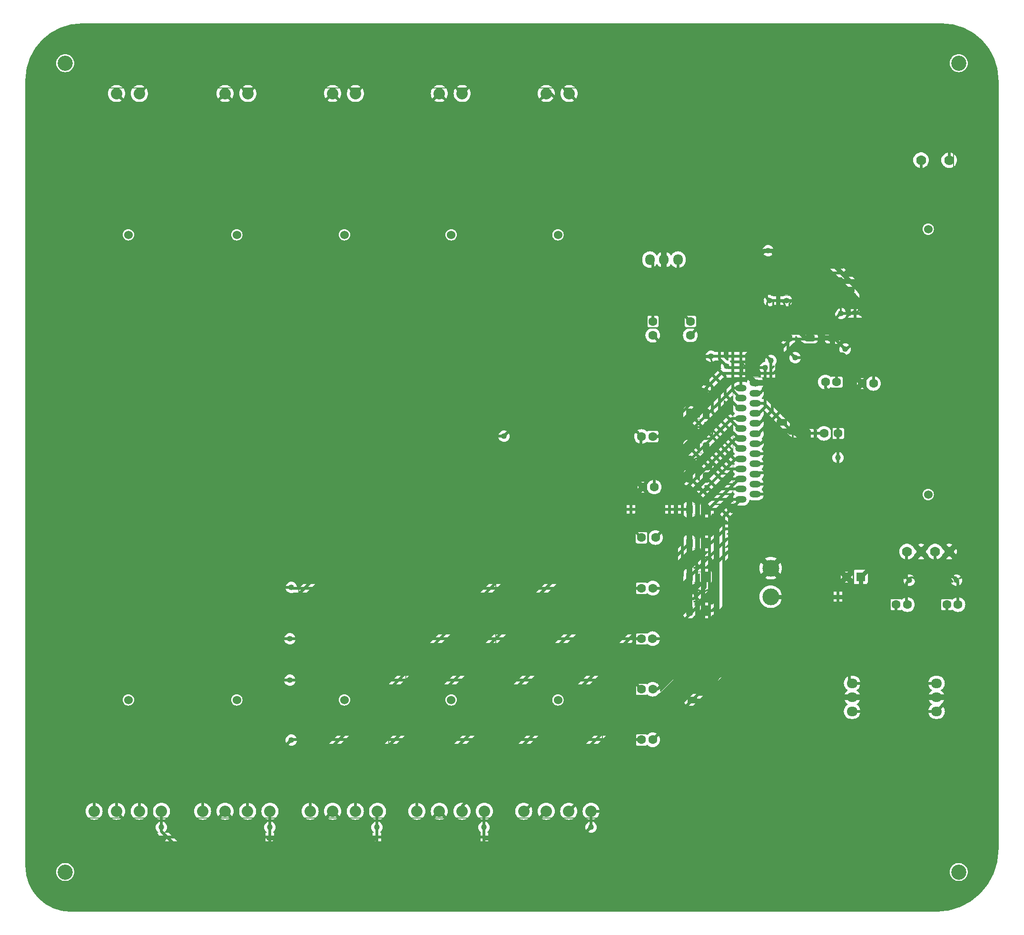
<source format=gbr>
%TF.GenerationSoftware,KiCad,Pcbnew,7.0.9*%
%TF.CreationDate,2024-04-12T11:47:07+02:00*%
%TF.ProjectId,Ecualizador 5 Bandas_Preamp,45637561-6c69-47a6-9164-6f7220352042,rev?*%
%TF.SameCoordinates,Original*%
%TF.FileFunction,Copper,L1,Top*%
%TF.FilePolarity,Positive*%
%FSLAX46Y46*%
G04 Gerber Fmt 4.6, Leading zero omitted, Abs format (unit mm)*
G04 Created by KiCad (PCBNEW 7.0.9) date 2024-04-12 11:47:07*
%MOMM*%
%LPD*%
G01*
G04 APERTURE LIST*
G04 Aperture macros list*
%AMRoundRect*
0 Rectangle with rounded corners*
0 $1 Rounding radius*
0 $2 $3 $4 $5 $6 $7 $8 $9 X,Y pos of 4 corners*
0 Add a 4 corners polygon primitive as box body*
4,1,4,$2,$3,$4,$5,$6,$7,$8,$9,$2,$3,0*
0 Add four circle primitives for the rounded corners*
1,1,$1+$1,$2,$3*
1,1,$1+$1,$4,$5*
1,1,$1+$1,$6,$7*
1,1,$1+$1,$8,$9*
0 Add four rect primitives between the rounded corners*
20,1,$1+$1,$2,$3,$4,$5,0*
20,1,$1+$1,$4,$5,$6,$7,0*
20,1,$1+$1,$6,$7,$8,$9,0*
20,1,$1+$1,$8,$9,$2,$3,0*%
G04 Aperture macros list end*
%TA.AperFunction,ComponentPad*%
%ADD10C,2.032000*%
%TD*%
%TA.AperFunction,ComponentPad*%
%ADD11C,1.778000*%
%TD*%
%TA.AperFunction,ComponentPad*%
%ADD12C,1.600000*%
%TD*%
%TA.AperFunction,ComponentPad*%
%ADD13C,3.000000*%
%TD*%
%TA.AperFunction,ComponentPad*%
%ADD14O,2.000000X1.200000*%
%TD*%
%TA.AperFunction,ComponentPad*%
%ADD15O,1.700000X1.950000*%
%TD*%
%TA.AperFunction,ComponentPad*%
%ADD16O,1.950000X1.700000*%
%TD*%
%TA.AperFunction,ComponentPad*%
%ADD17R,1.600000X1.600000*%
%TD*%
%TA.AperFunction,ViaPad*%
%ADD18C,1.000000*%
%TD*%
%TA.AperFunction,ViaPad*%
%ADD19C,10.000000*%
%TD*%
%TA.AperFunction,ViaPad*%
%ADD20C,1.016000*%
%TD*%
%TA.AperFunction,Conductor*%
%ADD21C,0.508000*%
%TD*%
%TA.AperFunction,Conductor*%
%ADD22C,1.016000*%
%TD*%
%TA.AperFunction,Conductor*%
%ADD23C,0.762000*%
%TD*%
%TA.AperFunction,SMDPad,CuDef*%
%ADD24RoundRect,0.250000X0.650000X-0.325000X0.650000X0.325000X-0.650000X0.325000X-0.650000X-0.325000X0*%
%TD*%
%TA.AperFunction,SMDPad,CuDef*%
%ADD25RoundRect,0.250000X0.325000X0.650000X-0.325000X0.650000X-0.325000X-0.650000X0.325000X-0.650000X0*%
%TD*%
%TA.AperFunction,SMDPad,CuDef*%
%ADD26RoundRect,0.250000X0.625000X-0.312500X0.625000X0.312500X-0.625000X0.312500X-0.625000X-0.312500X0*%
%TD*%
%TA.AperFunction,SMDPad,CuDef*%
%ADD27RoundRect,0.250000X-0.650000X0.325000X-0.650000X-0.325000X0.650000X-0.325000X0.650000X0.325000X0*%
%TD*%
%TA.AperFunction,SMDPad,CuDef*%
%ADD28RoundRect,0.250000X-0.625000X0.312500X-0.625000X-0.312500X0.625000X-0.312500X0.625000X0.312500X0*%
%TD*%
%TA.AperFunction,SMDPad,CuDef*%
%ADD29RoundRect,0.150000X0.725000X0.150000X-0.725000X0.150000X-0.725000X-0.150000X0.725000X-0.150000X0*%
%TD*%
%TA.AperFunction,SMDPad,CuDef*%
%ADD30RoundRect,0.250000X-0.325000X-0.650000X0.325000X-0.650000X0.325000X0.650000X-0.325000X0.650000X0*%
%TD*%
%ADD31RoundRect,0.250000X0.650000X-0.325000X0.650000X0.325000X-0.650000X0.325000X-0.650000X-0.325000X0*%
%ADD32RoundRect,0.250000X0.325000X0.650000X-0.325000X0.650000X-0.325000X-0.650000X0.325000X-0.650000X0*%
%ADD33RoundRect,0.250000X0.625000X-0.312500X0.625000X0.312500X-0.625000X0.312500X-0.625000X-0.312500X0*%
%ADD34RoundRect,0.250000X-0.650000X0.325000X-0.650000X-0.325000X0.650000X-0.325000X0.650000X0.325000X0*%
%ADD35RoundRect,0.250000X-0.625000X0.312500X-0.625000X-0.312500X0.625000X-0.312500X0.625000X0.312500X0*%
%ADD36RoundRect,0.150000X0.725000X0.150000X-0.725000X0.150000X-0.725000X-0.150000X0.725000X-0.150000X0*%
%ADD37RoundRect,0.250000X-0.325000X-0.650000X0.325000X-0.650000X0.325000X0.650000X-0.325000X0.650000X0*%
%ADD38C,0.700000*%
%ADD39C,0.500000*%
%ADD40C,0.375000*%
%ADD41C,0.750000*%
%ADD42C,0.200000*%
%ADD43C,0.100000*%
%ADD44C,0.300000*%
%ADD45C,0.120000*%
%ADD46C,1.524000*%
%ADD47C,2.032000*%
%ADD48C,2.700000*%
%ADD49C,1.778000*%
%ADD50C,1.600000*%
%ADD51C,3.000000*%
%ADD52O,2.000000X1.200000*%
%ADD53O,1.700000X1.950000*%
%ADD54O,1.950000X1.700000*%
%ADD55R,1.600000X1.600000*%
%TA.AperFunction,Profile*%
%ADD56C,0.200000*%
%TD*%
G04 APERTURE END LIST*
D10*
%TO.P,RV2,1,1*%
%TO.N,Net-(C11-Pad1)*%
X63911000Y-162718000D03*
%TO.P,RV2,2,2*%
%TO.N,Net-(C18-Pad2)*%
X59936000Y-162718000D03*
%TO.P,RV2,3,3*%
%TO.N,Net-(RV1-Pad3)*%
X59975000Y-34940000D03*
%TO.P,RV2,4,4*%
%TO.N,Net-(C12-Pad1)*%
X55911000Y-162718000D03*
%TO.P,RV2,5,5*%
%TO.N,Net-(C17-Pad2)*%
X51911000Y-162718000D03*
%TO.P,RV2,6,6*%
%TO.N,Net-(RV1-Pad6)*%
X55911000Y-34940000D03*
%TD*%
%TO.P,RV3,1,1*%
%TO.N,Net-(C11-Pad1)*%
X83050000Y-162718000D03*
%TO.P,RV3,2,2*%
%TO.N,Net-(C24-Pad2)*%
X79075000Y-162718000D03*
%TO.P,RV3,3,3*%
%TO.N,Net-(RV1-Pad3)*%
X79114000Y-34940000D03*
%TO.P,RV3,4,4*%
%TO.N,Net-(C12-Pad1)*%
X75050000Y-162718000D03*
%TO.P,RV3,5,5*%
%TO.N,Net-(C23-Pad1)*%
X71050000Y-162718000D03*
%TO.P,RV3,6,6*%
%TO.N,Net-(RV1-Pad6)*%
X75050000Y-34940000D03*
%TD*%
%TO.P,RV5,1,1*%
%TO.N,Net-(C11-Pad1)*%
X121050000Y-162718000D03*
%TO.P,RV5,2,2*%
%TO.N,Net-(R10-Pad1)*%
X117075000Y-162718000D03*
%TO.P,RV5,3,3*%
%TO.N,Net-(RV1-Pad3)*%
X117114000Y-34940000D03*
%TO.P,RV5,4,4*%
%TO.N,Net-(C12-Pad1)*%
X113050000Y-162718000D03*
%TO.P,RV5,5,5*%
%TO.N,Net-(R11-Pad1)*%
X109050000Y-162718000D03*
%TO.P,RV5,6,6*%
%TO.N,Net-(RV1-Pad6)*%
X113050000Y-34940000D03*
%TD*%
%TO.P,RV4,1,1*%
%TO.N,Net-(C11-Pad1)*%
X102050000Y-162718000D03*
%TO.P,RV4,2,2*%
%TO.N,Net-(C26-Pad2)*%
X98075000Y-162718000D03*
%TO.P,RV4,3,3*%
%TO.N,Net-(RV1-Pad3)*%
X98114000Y-34940000D03*
%TO.P,RV4,4,4*%
%TO.N,Net-(C12-Pad1)*%
X94050000Y-162718000D03*
%TO.P,RV4,5,5*%
%TO.N,Net-(C25-Pad1)*%
X90050000Y-162718000D03*
%TO.P,RV4,6,6*%
%TO.N,Net-(RV1-Pad6)*%
X94050000Y-34940000D03*
%TD*%
D11*
%TO.P,RV6,1,1*%
%TO.N,GND*%
X184750000Y-116495000D03*
%TO.P,RV6,2,2*%
%TO.N,Net-(C30-Pad1)*%
X182250000Y-116495000D03*
%TO.P,RV6,3,3*%
%TO.N,Net-(C4-Pad1)*%
X184750000Y-46805000D03*
%TO.P,RV6,4,4*%
%TO.N,GND*%
X179750000Y-116495000D03*
%TO.P,RV6,5,5*%
%TO.N,Net-(C29-Pad1)*%
X177250000Y-116495000D03*
%TO.P,RV6,6,6*%
%TO.N,Net-(C3-Pad1)*%
X179750000Y-46805000D03*
%TD*%
D10*
%TO.P,RV1,1,1*%
%TO.N,Net-(C11-Pad1)*%
X44611000Y-162718000D03*
%TO.P,RV1,2,2*%
%TO.N,Net-(C16-Pad2)*%
X40636000Y-162718000D03*
%TO.P,RV1,3,3*%
%TO.N,Net-(RV1-Pad3)*%
X40675000Y-34940000D03*
%TO.P,RV1,4,4*%
%TO.N,Net-(C12-Pad1)*%
X36611000Y-162718000D03*
%TO.P,RV1,5,5*%
%TO.N,Net-(C15-Pad2)*%
X32611000Y-162718000D03*
%TO.P,RV1,6,6*%
%TO.N,Net-(RV1-Pad6)*%
X36611000Y-34940000D03*
%TD*%
D12*
%TO.P,C29,1*%
%TO.N,Net-(C29-Pad1)*%
X177322000Y-125930000D03*
%TO.P,C29,2*%
%TO.N,OUTL*%
X175322000Y-125930000D03*
%TD*%
%TO.P,C15,1*%
%TO.N,Net-(C15-Pad1)*%
X132014888Y-123000000D03*
%TO.P,C15,2*%
%TO.N,Net-(C15-Pad2)*%
X130014888Y-123000000D03*
%TD*%
%TO.P,C18,1*%
%TO.N,Net-(C18-Pad1)*%
X132000000Y-150000000D03*
%TO.P,C18,2*%
%TO.N,Net-(C18-Pad2)*%
X130000000Y-150000000D03*
%TD*%
%TO.P,C5,1*%
%TO.N,Net-(U2A-+)*%
X171275113Y-86560000D03*
%TO.P,C5,2*%
%TO.N,GND*%
X169275113Y-86560000D03*
%TD*%
%TO.P,C1,1*%
%TO.N,Net-(C1-Pad1)*%
X138700000Y-78000000D03*
%TO.P,C1,2*%
%TO.N,INL*%
X138700000Y-75500000D03*
%TD*%
%TO.P,C17,1*%
%TO.N,Net-(C17-Pad1)*%
X132000000Y-141000000D03*
%TO.P,C17,2*%
%TO.N,Net-(C17-Pad2)*%
X130000000Y-141000000D03*
%TD*%
%TO.P,C13,1*%
%TO.N,Net-(C13-Pad1)*%
X132280000Y-105000000D03*
%TO.P,C13,2*%
%TO.N,GND*%
X130280000Y-105000000D03*
%TD*%
D13*
%TO.P,J3,1,Pin_1*%
%TO.N,GND*%
X153000000Y-119460000D03*
%TO.P,J3,2,Pin_2*%
%TO.N,VCC*%
X153000000Y-124540000D03*
%TD*%
D12*
%TO.P,C16,1*%
%TO.N,Net-(C16-Pad1)*%
X131984888Y-132000000D03*
%TO.P,C16,2*%
%TO.N,Net-(C16-Pad2)*%
X129984888Y-132000000D03*
%TD*%
D14*
%TO.P,U1,1*%
%TO.N,Net-(C18-Pad1)*%
X147700000Y-107180000D03*
%TO.P,U1,2*%
%TO.N,Net-(C10-Pad1)*%
X150270000Y-106280000D03*
%TO.P,U1,3*%
%TO.N,Net-(C22-Pad1)*%
X147730000Y-105380000D03*
%TO.P,U1,4*%
%TO.N,Net-(C10-Pad2)*%
X150270000Y-104480000D03*
%TO.P,U1,5*%
%TO.N,Net-(C17-Pad1)*%
X147730000Y-103580000D03*
%TO.P,U1,6*%
%TO.N,Net-(C24-Pad1)*%
X150270000Y-102680000D03*
%TO.P,U1,7*%
%TO.N,Net-(C21-Pad2)*%
X147730000Y-101780000D03*
%TO.P,U1,8*%
%TO.N,Net-(C9-Pad1)*%
X150270000Y-100880000D03*
%TO.P,U1,9*%
%TO.N,Net-(C16-Pad1)*%
X147730000Y-99980000D03*
%TO.P,U1,10*%
%TO.N,Net-(C25-Pad2)*%
X150270000Y-99080000D03*
%TO.P,U1,11*%
%TO.N,Net-(C20-Pad1)*%
X147730000Y-98180000D03*
%TO.P,U1,12*%
%TO.N,Net-(C8-Pad2)*%
X150270000Y-97280000D03*
%TO.P,U1,13*%
%TO.N,Net-(C15-Pad1)*%
X147730000Y-96380000D03*
%TO.P,U1,14*%
%TO.N,Net-(C26-Pad1)*%
X150270000Y-95480000D03*
%TO.P,U1,15*%
%TO.N,Net-(C19-Pad2)*%
X147730000Y-94580000D03*
%TO.P,U1,16*%
%TO.N,Net-(C7-Pad1)*%
X150270000Y-93680000D03*
%TO.P,U1,17*%
%TO.N,Net-(C14-Pad1)*%
X147730000Y-92780000D03*
%TO.P,U1,18*%
%TO.N,Net-(RV1-Pad3)*%
X150270000Y-91880000D03*
%TO.P,U1,19*%
%TO.N,Net-(RV1-Pad6)*%
X147730000Y-90980000D03*
%TO.P,U1,20*%
%TO.N,Net-(C6-Pad1)*%
X150270000Y-90080000D03*
%TO.P,U1,21*%
%TO.N,Net-(R8-Pad2)*%
X147730000Y-89180000D03*
%TO.P,U1,22*%
%TO.N,Net-(R9-Pad2)*%
X150270000Y-88280000D03*
%TO.P,U1,23*%
%TO.N,Net-(C13-Pad1)*%
X147730000Y-87380000D03*
%TO.P,U1,24*%
%TO.N,GND*%
X150270000Y-86480000D03*
%TD*%
D12*
%TO.P,C11,1*%
%TO.N,Net-(C11-Pad1)*%
X162732000Y-86306000D03*
%TO.P,C11,2*%
%TO.N,Net-(C11-Pad2)*%
X164732000Y-86306000D03*
%TD*%
%TO.P,C14,1*%
%TO.N,Net-(C14-Pad1)*%
X132500000Y-114000000D03*
%TO.P,C14,2*%
%TO.N,Net-(C12-Pad1)*%
X130000000Y-114000000D03*
%TD*%
%TO.P,C6,1*%
%TO.N,Net-(C6-Pad1)*%
X162486000Y-95450000D03*
%TO.P,C6,2*%
%TO.N,Net-(C11-Pad1)*%
X164986000Y-95450000D03*
%TD*%
D15*
%TO.P,J1,1,Pin_1*%
%TO.N,INR*%
X131500000Y-64525000D03*
%TO.P,J1,2,Pin_2*%
%TO.N,GND*%
X134000000Y-64525000D03*
%TO.P,J1,3,Pin_3*%
%TO.N,INL*%
X136500000Y-64525000D03*
%TD*%
D16*
%TO.P,AUX1,1,Pin_1*%
%TO.N,OUTL*%
X167495000Y-139940000D03*
%TO.P,AUX1,2,Pin_2*%
%TO.N,GND*%
X167495000Y-142440000D03*
%TO.P,AUX1,3,Pin_3*%
%TO.N,OUTR*%
X167495000Y-144940000D03*
%TD*%
%TO.P,J2,1,Pin_1*%
%TO.N,OUTL*%
X182495000Y-139940000D03*
%TO.P,J2,2,Pin_2*%
%TO.N,GND*%
X182495000Y-142440000D03*
%TO.P,J2,3,Pin_3*%
%TO.N,OUTR*%
X182495000Y-144940000D03*
%TD*%
D12*
%TO.P,C12,1*%
%TO.N,Net-(C12-Pad1)*%
X130000000Y-96000000D03*
%TO.P,C12,2*%
%TO.N,Net-(C12-Pad2)*%
X132000000Y-96000000D03*
%TD*%
D17*
%TO.P,C31,1*%
%TO.N,VCC*%
X169000000Y-121000000D03*
D12*
%TO.P,C31,2*%
%TO.N,GND*%
X166500000Y-121000000D03*
%TD*%
%TO.P,C30,1*%
%TO.N,Net-(C30-Pad1)*%
X186322000Y-125930000D03*
%TO.P,C30,2*%
%TO.N,OUTR*%
X184322000Y-125930000D03*
%TD*%
%TO.P,C2,1*%
%TO.N,Net-(C2-Pad1)*%
X132020000Y-78000000D03*
%TO.P,C2,2*%
%TO.N,INR*%
X132020000Y-75500000D03*
%TD*%
D18*
%TO.N,GND*%
X158128000Y-85544000D03*
X159652000Y-85544000D03*
X155080000Y-85544000D03*
D19*
X153302000Y-52270000D03*
D18*
X156604000Y-85544000D03*
D20*
%TO.N,Net-(U2A-+)*%
X155842000Y-71828000D03*
X165494000Y-74114000D03*
X152794000Y-71828000D03*
%TO.N,Net-(C11-Pad1)*%
X44590000Y-165554000D03*
X63894000Y-165554000D03*
X82944000Y-165554000D03*
X164986000Y-99768000D03*
X121044000Y-165554000D03*
X101994000Y-165554000D03*
%TO.N,Net-(C11-Pad2)*%
X157366000Y-81988000D03*
%TO.N,Net-(C12-Pad1)*%
X105550000Y-95958000D03*
%TO.N,Net-(C12-Pad2)*%
X166256000Y-80464000D03*
%TO.N,Net-(C15-Pad2)*%
X67704000Y-122882000D03*
%TO.N,Net-(C16-Pad2)*%
X67450000Y-132026000D03*
%TO.N,Net-(C17-Pad2)*%
X67450000Y-139392000D03*
%TO.N,Net-(C18-Pad2)*%
X67704000Y-150060000D03*
%TO.N,Net-(C29-Pad1)*%
X177686000Y-121612000D03*
%TO.N,Net-(C30-Pad1)*%
X186068000Y-121612000D03*
%TO.N,VCC*%
X152540000Y-62938000D03*
%TO.N,Net-(R9-Pad2)*%
X152032000Y-83766500D03*
X145174000Y-83512000D03*
%TO.N,Net-(RV1-Pad3)*%
X142380000Y-81734000D03*
X153048000Y-82496000D03*
%TD*%
D21*
%TO.N,OUTL*%
X182495000Y-139940000D02*
X167495000Y-139940000D01*
X167018000Y-136852000D02*
X167018000Y-139463000D01*
X175322000Y-125930000D02*
X175322000Y-128548000D01*
X167018000Y-139463000D02*
X167495000Y-139940000D01*
X175322000Y-128548000D02*
X167018000Y-136852000D01*
D22*
%TO.N,GND*%
X154144000Y-86480000D02*
X155080000Y-85544000D01*
X150270000Y-86480000D02*
X154144000Y-86480000D01*
D21*
%TO.N,OUTR*%
X185306000Y-128978000D02*
X185306000Y-142129000D01*
X184322000Y-127994000D02*
X185306000Y-128978000D01*
X185306000Y-142129000D02*
X182495000Y-144940000D01*
X167495000Y-144940000D02*
X182495000Y-144940000D01*
X184322000Y-125930000D02*
X184322000Y-127994000D01*
%TO.N,INL*%
X136500000Y-73300000D02*
X138700000Y-75500000D01*
X136500000Y-64525000D02*
X136500000Y-73300000D01*
%TO.N,INR*%
X131500000Y-64525000D02*
X132020000Y-65045000D01*
X132020000Y-65045000D02*
X132020000Y-75500000D01*
%TO.N,Net-(U2A-+)*%
X171275113Y-75831113D02*
X169558000Y-74114000D01*
X171275113Y-86560000D02*
X171275113Y-75831113D01*
X152794000Y-71828000D02*
X155842000Y-71828000D01*
X169558000Y-74114000D02*
X165494000Y-74114000D01*
%TO.N,Net-(C6-Pad1)*%
X150270000Y-90080000D02*
X151742000Y-90080000D01*
X151742000Y-90080000D02*
X157112000Y-95450000D01*
X157112000Y-95450000D02*
X162486000Y-95450000D01*
%TO.N,Net-(C11-Pad1)*%
X44590000Y-165554000D02*
X44590000Y-166316000D01*
X82944000Y-169872000D02*
X101994000Y-169872000D01*
X48146000Y-169872000D02*
X63894000Y-169872000D01*
X82944000Y-165554000D02*
X82944000Y-169872000D01*
X44590000Y-166316000D02*
X48146000Y-169872000D01*
X63894000Y-165554000D02*
X63894000Y-169872000D01*
X63894000Y-169872000D02*
X82944000Y-169872000D01*
X113896000Y-169872000D02*
X116726000Y-169872000D01*
X101994000Y-169872000D02*
X113896000Y-169872000D01*
X164986000Y-99768000D02*
X164986000Y-95450000D01*
X162732000Y-87354000D02*
X164986000Y-89608000D01*
X164986000Y-89608000D02*
X164986000Y-95450000D01*
X116726000Y-169872000D02*
X121044000Y-165554000D01*
X101994000Y-165554000D02*
X101994000Y-169872000D01*
X162732000Y-86306000D02*
X162732000Y-87354000D01*
%TO.N,Net-(C11-Pad2)*%
X161545370Y-81988000D02*
X157366000Y-81988000D01*
X164732000Y-85174630D02*
X161545370Y-81988000D01*
X164732000Y-86306000D02*
X164732000Y-85174630D01*
%TO.N,Net-(C12-Pad1)*%
X130000000Y-95770000D02*
X129934000Y-95704000D01*
X129196000Y-95196000D02*
X130000000Y-96000000D01*
X106312000Y-95196000D02*
X129196000Y-95196000D01*
X105550000Y-95958000D02*
X106312000Y-95196000D01*
X130000000Y-114000000D02*
X128156000Y-112156000D01*
X130000000Y-96000000D02*
X130000000Y-95770000D01*
X129892000Y-99556000D02*
X129892000Y-96000000D01*
X128156000Y-101292000D02*
X129892000Y-99556000D01*
X128156000Y-112156000D02*
X128156000Y-101292000D01*
%TO.N,Net-(C12-Pad2)*%
X154572000Y-80718000D02*
X156604000Y-78686000D01*
X132000000Y-96000000D02*
X132940000Y-96000000D01*
X132000000Y-95992000D02*
X131966000Y-95958000D01*
X132000000Y-96000000D02*
X132000000Y-95992000D01*
X156604000Y-78686000D02*
X164478000Y-78686000D01*
X144158000Y-84782000D02*
X153556000Y-84782000D01*
X164478000Y-78686000D02*
X166256000Y-80464000D01*
X132940000Y-96000000D02*
X144158000Y-84782000D01*
X154572000Y-83766000D02*
X154572000Y-80718000D01*
X153556000Y-84782000D02*
X154572000Y-83766000D01*
%TO.N,Net-(C13-Pad1)*%
X146386000Y-87380000D02*
X147730000Y-87380000D01*
X132280000Y-105000000D02*
X132280000Y-101486000D01*
X132280000Y-101486000D02*
X146386000Y-87380000D01*
%TO.N,Net-(C14-Pad1)*%
X135014000Y-103832000D02*
X135014000Y-111486000D01*
X146066000Y-92780000D02*
X135014000Y-103832000D01*
X135014000Y-111486000D02*
X132500000Y-114000000D01*
X147730000Y-92780000D02*
X146066000Y-92780000D01*
%TO.N,Net-(C15-Pad1)*%
X146784000Y-96380000D02*
X147730000Y-96380000D01*
X132014888Y-123000000D02*
X135150000Y-123000000D01*
X137300000Y-105864000D02*
X146784000Y-96380000D01*
X137300000Y-120850000D02*
X137300000Y-105864000D01*
X135150000Y-123000000D02*
X137300000Y-120850000D01*
%TO.N,Net-(C15-Pad2)*%
X130014888Y-123000000D02*
X67586000Y-123000000D01*
X67586000Y-123000000D02*
X67704000Y-122882000D01*
%TO.N,Net-(C16-Pad1)*%
X146740000Y-99980000D02*
X147730000Y-99980000D01*
X139840000Y-106880000D02*
X146740000Y-99980000D01*
X134278000Y-132000000D02*
X139840000Y-126438000D01*
X131984888Y-132000000D02*
X134278000Y-132000000D01*
X139840000Y-126438000D02*
X139840000Y-106880000D01*
%TO.N,Net-(C16-Pad2)*%
X67476000Y-132000000D02*
X67450000Y-132026000D01*
X129984888Y-132000000D02*
X67476000Y-132000000D01*
%TO.N,Net-(C17-Pad1)*%
X142126000Y-108784000D02*
X147330000Y-103580000D01*
X142126000Y-131772000D02*
X142126000Y-108784000D01*
X147330000Y-103580000D02*
X147730000Y-103580000D01*
X132898000Y-141000000D02*
X142126000Y-131772000D01*
X132000000Y-141000000D02*
X132898000Y-141000000D01*
%TO.N,Net-(C17-Pad2)*%
X130000000Y-141000000D02*
X128392000Y-139392000D01*
X128392000Y-139392000D02*
X67450000Y-139392000D01*
%TO.N,Net-(C18-Pad1)*%
X144666000Y-110214000D02*
X147700000Y-107180000D01*
X132000000Y-150000000D02*
X132026000Y-150000000D01*
X144666000Y-137360000D02*
X144666000Y-110214000D01*
X132026000Y-150000000D02*
X144666000Y-137360000D01*
%TO.N,Net-(C18-Pad2)*%
X130000000Y-150000000D02*
X67764000Y-150000000D01*
X67764000Y-150000000D02*
X67704000Y-150060000D01*
%TO.N,Net-(C29-Pad1)*%
X177178000Y-125930000D02*
X176924000Y-125676000D01*
X177178000Y-125786000D02*
X177178000Y-122120000D01*
X177178000Y-122120000D02*
X177686000Y-121612000D01*
X177322000Y-125930000D02*
X177178000Y-125930000D01*
X177322000Y-125930000D02*
X177178000Y-125786000D01*
%TO.N,Net-(C30-Pad1)*%
X186322000Y-121866000D02*
X186068000Y-121612000D01*
X186322000Y-125930000D02*
X186322000Y-121866000D01*
D23*
%TO.N,VCC*%
X174384000Y-115616000D02*
X174384000Y-75638000D01*
X174384000Y-75638000D02*
X161684000Y-62938000D01*
X169000000Y-121000000D02*
X169050000Y-120950000D01*
X161684000Y-62938000D02*
X152540000Y-62938000D01*
X153000000Y-124540000D02*
X167276000Y-124540000D01*
X167276000Y-124540000D02*
X169000000Y-122816000D01*
X169000000Y-122816000D02*
X169000000Y-121000000D01*
X169000000Y-121000000D02*
X174384000Y-115616000D01*
D21*
%TO.N,Net-(R9-Pad2)*%
X145428500Y-83766500D02*
X145174000Y-83512000D01*
X152032000Y-83766500D02*
X145428500Y-83766500D01*
%TO.N,Net-(RV1-Pad3)*%
X153048000Y-82496000D02*
X152286000Y-81734000D01*
X150946000Y-91880000D02*
X150270000Y-91880000D01*
X152286000Y-81734000D02*
X142380000Y-81734000D01*
%TD*%
%TA.AperFunction,Conductor*%
%TO.N,GND*%
G36*
X149027555Y-85556185D02*
G01*
X149073310Y-85608989D01*
X149083254Y-85678147D01*
X149054229Y-85741703D01*
X148969894Y-85839030D01*
X148969885Y-85839041D01*
X148864855Y-86020960D01*
X148864852Y-86020967D01*
X148796145Y-86219481D01*
X148796144Y-86219483D01*
X148785713Y-86292036D01*
X148756688Y-86355592D01*
X148697910Y-86393366D01*
X148628040Y-86393366D01*
X148616889Y-86389507D01*
X148441455Y-86319274D01*
X148235086Y-86279500D01*
X148235085Y-86279500D01*
X147277575Y-86279500D01*
X147120782Y-86294472D01*
X147120778Y-86294473D01*
X146919127Y-86353683D01*
X146732313Y-86449991D01*
X146567116Y-86579905D01*
X146567112Y-86579909D01*
X146564692Y-86582703D01*
X146563129Y-86583707D01*
X146562837Y-86583986D01*
X146562783Y-86583929D01*
X146505913Y-86620477D01*
X146470979Y-86625500D01*
X146450000Y-86625500D01*
X146432031Y-86624191D01*
X146408091Y-86620684D01*
X146368019Y-86624191D01*
X146355751Y-86625264D01*
X146350351Y-86625500D01*
X146342053Y-86625500D01*
X146309325Y-86629325D01*
X146232387Y-86636056D01*
X146225321Y-86637516D01*
X146225310Y-86637464D01*
X146217831Y-86639122D01*
X146217844Y-86639174D01*
X146210817Y-86640839D01*
X146138254Y-86667250D01*
X146064962Y-86691536D01*
X146058421Y-86694587D01*
X146058398Y-86694539D01*
X146051501Y-86697878D01*
X146051525Y-86697925D01*
X146045077Y-86701163D01*
X145980554Y-86743600D01*
X145914853Y-86784124D01*
X145909185Y-86788606D01*
X145909152Y-86788564D01*
X145903214Y-86793401D01*
X145903248Y-86793442D01*
X145897717Y-86798082D01*
X145844728Y-86854247D01*
X131791742Y-100907232D01*
X131778113Y-100919011D01*
X131758706Y-100933459D01*
X131724939Y-100973700D01*
X131721295Y-100977678D01*
X131715419Y-100983555D01*
X131694972Y-101009414D01*
X131645334Y-101068570D01*
X131641366Y-101074605D01*
X131641322Y-101074576D01*
X131637209Y-101081031D01*
X131637254Y-101081059D01*
X131633459Y-101087211D01*
X131600827Y-101157191D01*
X131566176Y-101226188D01*
X131563704Y-101232979D01*
X131563655Y-101232961D01*
X131561141Y-101240193D01*
X131561191Y-101240210D01*
X131558920Y-101247062D01*
X131543304Y-101322688D01*
X131525498Y-101397818D01*
X131524661Y-101404987D01*
X131524607Y-101404980D01*
X131523830Y-101412596D01*
X131523883Y-101412601D01*
X131523253Y-101419790D01*
X131525500Y-101496981D01*
X131525500Y-103876138D01*
X131505815Y-103943177D01*
X131472626Y-103977710D01*
X131440861Y-103999953D01*
X131279951Y-104160862D01*
X131149432Y-104347265D01*
X131149431Y-104347267D01*
X131053261Y-104553502D01*
X131053258Y-104553511D01*
X130994366Y-104773302D01*
X130994364Y-104773313D01*
X130974532Y-104999998D01*
X130974532Y-105000001D01*
X130994364Y-105226686D01*
X130994366Y-105226697D01*
X131053258Y-105446488D01*
X131053261Y-105446497D01*
X131149431Y-105652732D01*
X131149432Y-105652734D01*
X131279954Y-105839141D01*
X131440858Y-106000045D01*
X131440861Y-106000047D01*
X131627266Y-106130568D01*
X131833504Y-106226739D01*
X132053308Y-106285635D01*
X132215230Y-106299801D01*
X132279998Y-106305468D01*
X132280000Y-106305468D01*
X132280002Y-106305468D01*
X132336673Y-106300509D01*
X132506692Y-106285635D01*
X132726496Y-106226739D01*
X132932734Y-106130568D01*
X133119139Y-106000047D01*
X133280047Y-105839139D01*
X133410568Y-105652734D01*
X133506739Y-105446496D01*
X133565635Y-105226692D01*
X133585468Y-105000000D01*
X133565635Y-104773308D01*
X133506739Y-104553504D01*
X133410568Y-104347266D01*
X133280047Y-104160861D01*
X133119139Y-103999953D01*
X133087374Y-103977710D01*
X133043751Y-103923135D01*
X133034500Y-103876138D01*
X133034500Y-101849885D01*
X133054185Y-101782846D01*
X133070814Y-101762209D01*
X146055508Y-88777514D01*
X146116829Y-88744031D01*
X146186521Y-88749015D01*
X146242454Y-88790887D01*
X146266871Y-88856351D01*
X146260369Y-88905749D01*
X146255656Y-88919365D01*
X146255656Y-88919367D01*
X146226056Y-89125246D01*
X146225746Y-89127401D01*
X146235745Y-89337327D01*
X146285296Y-89541578D01*
X146285298Y-89541582D01*
X146372598Y-89732743D01*
X146372601Y-89732748D01*
X146372602Y-89732750D01*
X146372604Y-89732753D01*
X146494514Y-89903952D01*
X146494515Y-89903953D01*
X146582362Y-89987715D01*
X146617297Y-90048224D01*
X146613972Y-90118014D01*
X146573449Y-90174924D01*
X146567119Y-90179902D01*
X146567116Y-90179904D01*
X146429478Y-90338746D01*
X146324398Y-90520750D01*
X146255656Y-90719365D01*
X146255656Y-90719367D01*
X146232548Y-90880092D01*
X146225746Y-90927401D01*
X146235745Y-91137327D01*
X146285296Y-91341578D01*
X146285298Y-91341582D01*
X146372598Y-91532743D01*
X146372601Y-91532748D01*
X146372602Y-91532750D01*
X146372604Y-91532753D01*
X146494514Y-91703952D01*
X146494515Y-91703953D01*
X146582362Y-91787715D01*
X146617297Y-91848224D01*
X146613972Y-91918014D01*
X146573449Y-91974924D01*
X146567119Y-91979902D01*
X146567116Y-91979905D01*
X146564692Y-91982703D01*
X146563128Y-91983707D01*
X146562842Y-91983981D01*
X146562789Y-91983925D01*
X146505913Y-92020477D01*
X146470979Y-92025500D01*
X146129992Y-92025500D01*
X146112023Y-92024191D01*
X146088089Y-92020685D01*
X146044927Y-92024462D01*
X146035758Y-92025264D01*
X146030359Y-92025500D01*
X146022057Y-92025500D01*
X146000227Y-92028051D01*
X145989312Y-92029327D01*
X145980188Y-92030125D01*
X145912392Y-92036056D01*
X145905319Y-92037517D01*
X145905308Y-92037465D01*
X145897832Y-92039122D01*
X145897845Y-92039174D01*
X145890819Y-92040839D01*
X145818260Y-92067247D01*
X145744962Y-92091536D01*
X145738420Y-92094587D01*
X145738397Y-92094539D01*
X145731507Y-92097875D01*
X145731531Y-92097922D01*
X145725076Y-92101163D01*
X145660555Y-92143598D01*
X145594849Y-92184127D01*
X145589179Y-92188611D01*
X145589146Y-92188569D01*
X145583214Y-92193401D01*
X145583248Y-92193442D01*
X145577717Y-92198082D01*
X145524728Y-92254247D01*
X134525742Y-103253232D01*
X134512113Y-103265011D01*
X134492706Y-103279459D01*
X134458939Y-103319700D01*
X134455295Y-103323678D01*
X134449419Y-103329555D01*
X134428972Y-103355414D01*
X134379334Y-103414570D01*
X134375366Y-103420605D01*
X134375322Y-103420576D01*
X134371209Y-103427031D01*
X134371254Y-103427059D01*
X134367459Y-103433211D01*
X134334827Y-103503191D01*
X134300176Y-103572188D01*
X134297704Y-103578979D01*
X134297655Y-103578961D01*
X134295141Y-103586193D01*
X134295191Y-103586210D01*
X134292920Y-103593062D01*
X134277304Y-103668688D01*
X134259498Y-103743818D01*
X134258661Y-103750987D01*
X134258607Y-103750980D01*
X134257830Y-103758596D01*
X134257883Y-103758601D01*
X134257253Y-103765790D01*
X134259500Y-103842981D01*
X134259500Y-111122113D01*
X134239815Y-111189152D01*
X134223181Y-111209794D01*
X132760147Y-112672827D01*
X132698824Y-112706312D01*
X132661660Y-112708674D01*
X132500003Y-112694532D01*
X132499998Y-112694532D01*
X132273313Y-112714364D01*
X132273302Y-112714366D01*
X132053511Y-112773258D01*
X132053502Y-112773261D01*
X131847267Y-112869431D01*
X131847265Y-112869432D01*
X131660858Y-112999954D01*
X131499954Y-113160858D01*
X131369433Y-113347264D01*
X131369432Y-113347266D01*
X131362380Y-113362387D01*
X131316209Y-113414825D01*
X131249015Y-113433976D01*
X131182134Y-113413760D01*
X131137619Y-113362387D01*
X131130568Y-113347266D01*
X131000047Y-113160861D01*
X131000045Y-113160858D01*
X130839141Y-112999954D01*
X130652734Y-112869432D01*
X130652732Y-112869431D01*
X130446497Y-112773261D01*
X130446488Y-112773258D01*
X130226697Y-112714366D01*
X130226693Y-112714365D01*
X130226692Y-112714365D01*
X130226691Y-112714364D01*
X130226686Y-112714364D01*
X130000002Y-112694532D01*
X129999997Y-112694532D01*
X129838339Y-112708674D01*
X129769840Y-112694907D01*
X129739852Y-112672827D01*
X128946819Y-111879794D01*
X128913334Y-111818471D01*
X128910500Y-111792113D01*
X128910500Y-106203103D01*
X129784001Y-106203103D01*
X129833679Y-106226268D01*
X130053389Y-106285139D01*
X130053400Y-106285141D01*
X130279998Y-106304966D01*
X130280002Y-106304966D01*
X130506599Y-106285141D01*
X130506610Y-106285139D01*
X130726317Y-106226269D01*
X130726326Y-106226265D01*
X130775998Y-106203103D01*
X130276531Y-105703636D01*
X130263350Y-105712443D01*
X130260315Y-105722782D01*
X130243681Y-105743424D01*
X129784001Y-106203103D01*
X128910500Y-106203103D01*
X128910500Y-105614435D01*
X128930185Y-105547396D01*
X128982989Y-105501641D01*
X129052147Y-105491697D01*
X129056034Y-105492319D01*
X129076896Y-105495997D01*
X129572892Y-105000000D01*
X129875014Y-105000000D01*
X129894835Y-105125148D01*
X129952359Y-105238045D01*
X130041955Y-105327641D01*
X130154852Y-105385165D01*
X130248519Y-105400000D01*
X130311481Y-105400000D01*
X130405148Y-105385165D01*
X130518045Y-105327641D01*
X130607641Y-105238045D01*
X130665165Y-105125148D01*
X130684986Y-105000000D01*
X130665165Y-104874852D01*
X130607641Y-104761955D01*
X130518045Y-104672359D01*
X130405148Y-104614835D01*
X130311481Y-104600000D01*
X130248519Y-104600000D01*
X130154852Y-104614835D01*
X130041955Y-104672359D01*
X129952359Y-104761955D01*
X129894835Y-104874852D01*
X129875014Y-105000000D01*
X129572892Y-105000000D01*
X129572893Y-104999999D01*
X129572892Y-104999998D01*
X129076895Y-104504000D01*
X129056033Y-104507679D01*
X128986594Y-104499935D01*
X128932364Y-104455879D01*
X128910562Y-104389498D01*
X128910500Y-104385563D01*
X128910500Y-103796895D01*
X129784000Y-103796895D01*
X130279998Y-104292892D01*
X130279999Y-104292893D01*
X130280000Y-104292893D01*
X130280000Y-104292892D01*
X130775997Y-103796895D01*
X130726322Y-103773731D01*
X130506610Y-103714860D01*
X130506599Y-103714858D01*
X130280002Y-103695034D01*
X130279998Y-103695034D01*
X130053400Y-103714858D01*
X130053392Y-103714859D01*
X129833672Y-103773733D01*
X129784001Y-103796894D01*
X129784000Y-103796895D01*
X128910500Y-103796895D01*
X128910500Y-101655885D01*
X128930185Y-101588846D01*
X128946814Y-101568209D01*
X130380264Y-100134758D01*
X130393883Y-100122988D01*
X130413294Y-100108539D01*
X130447075Y-100068279D01*
X130450709Y-100064313D01*
X130456583Y-100058441D01*
X130477027Y-100032584D01*
X130526667Y-99973427D01*
X130526669Y-99973422D01*
X130530637Y-99967390D01*
X130530683Y-99967420D01*
X130534795Y-99960965D01*
X130534748Y-99960936D01*
X130538532Y-99954799D01*
X130538539Y-99954791D01*
X130571172Y-99884808D01*
X130605824Y-99815811D01*
X130605826Y-99815799D01*
X130608293Y-99809024D01*
X130608346Y-99809043D01*
X130610858Y-99801815D01*
X130610807Y-99801798D01*
X130613077Y-99794945D01*
X130613077Y-99794943D01*
X130613079Y-99794940D01*
X130628695Y-99719310D01*
X130646500Y-99644188D01*
X130646500Y-99644183D01*
X130647338Y-99637015D01*
X130647392Y-99637021D01*
X130648170Y-99629405D01*
X130648117Y-99629401D01*
X130648746Y-99622210D01*
X130646500Y-99545018D01*
X130646500Y-97199483D01*
X130666185Y-97132444D01*
X130699375Y-97097909D01*
X130839139Y-97000047D01*
X130912320Y-96926865D01*
X130973641Y-96893382D01*
X131043333Y-96898366D01*
X131087679Y-96926865D01*
X131160861Y-97000047D01*
X131347266Y-97130568D01*
X131553504Y-97226739D01*
X131773308Y-97285635D01*
X131935230Y-97299801D01*
X131999998Y-97305468D01*
X132000000Y-97305468D01*
X132000002Y-97305468D01*
X132056673Y-97300509D01*
X132226692Y-97285635D01*
X132446496Y-97226739D01*
X132652734Y-97130568D01*
X132839139Y-97000047D01*
X133000047Y-96839139D01*
X133034113Y-96790485D01*
X133088689Y-96746860D01*
X133108377Y-96741783D01*
X133108151Y-96740827D01*
X133115178Y-96739160D01*
X133115184Y-96739160D01*
X133169600Y-96719354D01*
X133187740Y-96712752D01*
X133261034Y-96688465D01*
X133267581Y-96685412D01*
X133267604Y-96685462D01*
X133274498Y-96682125D01*
X133274473Y-96682075D01*
X133280916Y-96678838D01*
X133280924Y-96678836D01*
X133323937Y-96650545D01*
X133345443Y-96636401D01*
X133375051Y-96618138D01*
X133411154Y-96595870D01*
X133411159Y-96595864D01*
X133416823Y-96591387D01*
X133416857Y-96591430D01*
X133422782Y-96586604D01*
X133422747Y-96586562D01*
X133428283Y-96581916D01*
X133428282Y-96581916D01*
X133428285Y-96581915D01*
X133481271Y-96525752D01*
X144434205Y-85572819D01*
X144495528Y-85539334D01*
X144521886Y-85536500D01*
X148960516Y-85536500D01*
X149027555Y-85556185D01*
G37*
%TD.AperFunction*%
%TA.AperFunction,Conductor*%
G36*
X183873711Y-22553001D02*
G01*
X184065829Y-22559039D01*
X184069416Y-22559258D01*
X184417743Y-22590911D01*
X184679286Y-22615634D01*
X184682719Y-22616058D01*
X185014824Y-22666603D01*
X185288084Y-22709884D01*
X185291305Y-22710484D01*
X185613925Y-22779738D01*
X185889860Y-22841418D01*
X185892954Y-22842194D01*
X186207653Y-22929924D01*
X186482409Y-23009748D01*
X186485298Y-23010666D01*
X186692638Y-23082215D01*
X186792236Y-23116584D01*
X187063414Y-23214214D01*
X187066118Y-23215259D01*
X187364917Y-23339026D01*
X187524934Y-23408271D01*
X187631985Y-23454597D01*
X187923228Y-23596404D01*
X188067010Y-23669664D01*
X188183305Y-23728919D01*
X188464901Y-23887740D01*
X188716681Y-24036642D01*
X188987784Y-24211923D01*
X189208242Y-24361746D01*
X189230073Y-24376583D01*
X189489823Y-24567710D01*
X189721545Y-24747452D01*
X189960541Y-24946630D01*
X189969110Y-24953772D01*
X190189232Y-25147836D01*
X190423810Y-25368653D01*
X190631346Y-25576189D01*
X190852163Y-25810767D01*
X191046227Y-26030889D01*
X191079502Y-26070816D01*
X191252539Y-26278445D01*
X191432284Y-26510169D01*
X191623416Y-26769926D01*
X191788086Y-27012231D01*
X191963339Y-27283289D01*
X191963351Y-27283308D01*
X192112267Y-27535111D01*
X192271075Y-27816684D01*
X192403595Y-28076771D01*
X192545402Y-28368014D01*
X192660971Y-28635077D01*
X192784736Y-28933874D01*
X192785790Y-28936599D01*
X192883415Y-29207763D01*
X192989329Y-29514692D01*
X192990259Y-29517619D01*
X193070080Y-29792362D01*
X193080657Y-29830305D01*
X193157800Y-30107031D01*
X193158584Y-30110155D01*
X193220274Y-30386137D01*
X193289506Y-30708655D01*
X193290124Y-30711969D01*
X193333418Y-30985318D01*
X193383935Y-31317239D01*
X193384366Y-31320734D01*
X193409095Y-31582332D01*
X193440737Y-31930540D01*
X193440961Y-31934204D01*
X193447004Y-32126494D01*
X193459500Y-32540000D01*
X193459500Y-169540000D01*
X193446517Y-169986191D01*
X193440612Y-170181574D01*
X193440404Y-170185105D01*
X193407891Y-170556743D01*
X193382961Y-170831084D01*
X193382561Y-170834460D01*
X193330800Y-171187840D01*
X193286934Y-171476054D01*
X193286359Y-171479264D01*
X193215509Y-171822389D01*
X193152878Y-172114153D01*
X193152146Y-172117188D01*
X193062408Y-172452098D01*
X192981264Y-172743176D01*
X192980394Y-172746029D01*
X192872039Y-173073027D01*
X192772707Y-173360877D01*
X192771718Y-173363543D01*
X192645080Y-173682312D01*
X192527412Y-173966386D01*
X192382329Y-174277521D01*
X192247245Y-174554955D01*
X192084682Y-174856446D01*
X191932736Y-175125854D01*
X191753204Y-175416919D01*
X191584984Y-175677101D01*
X191389063Y-175956906D01*
X191205215Y-176206762D01*
X190993532Y-176474479D01*
X190794777Y-176712968D01*
X190567987Y-176967808D01*
X190355136Y-177193924D01*
X190113924Y-177435136D01*
X189887808Y-177647987D01*
X189632975Y-177874770D01*
X189609914Y-177893990D01*
X189394479Y-178073532D01*
X189126762Y-178285215D01*
X188876906Y-178469063D01*
X188597101Y-178664984D01*
X188336919Y-178833204D01*
X188045854Y-179012736D01*
X187776446Y-179164682D01*
X187474955Y-179327245D01*
X187320000Y-179402693D01*
X187197502Y-179462337D01*
X186886386Y-179607412D01*
X186602312Y-179725080D01*
X186283543Y-179851718D01*
X186280877Y-179852707D01*
X185993027Y-179952039D01*
X185666029Y-180060394D01*
X185663176Y-180061264D01*
X185372098Y-180142408D01*
X185037188Y-180232146D01*
X185034153Y-180232878D01*
X184742389Y-180295509D01*
X184399264Y-180366359D01*
X184396054Y-180366934D01*
X184158179Y-180403138D01*
X184107825Y-180410802D01*
X183754460Y-180462561D01*
X183751084Y-180462961D01*
X183476743Y-180487891D01*
X183105105Y-180520404D01*
X183101574Y-180520612D01*
X182906191Y-180526517D01*
X182460000Y-180539500D01*
X28460001Y-180539500D01*
X28138115Y-180528503D01*
X27910978Y-180520390D01*
X27906850Y-180520105D01*
X27609654Y-180489553D01*
X27355362Y-180462214D01*
X27351455Y-180461667D01*
X27062559Y-180411857D01*
X26805185Y-180365420D01*
X26801513Y-180364643D01*
X26518987Y-180295793D01*
X26263152Y-180230495D01*
X26259728Y-180229516D01*
X25983689Y-180141905D01*
X25938314Y-180126803D01*
X25731856Y-180058087D01*
X25728720Y-180056947D01*
X25459966Y-179950965D01*
X25213921Y-179849049D01*
X25211019Y-179847759D01*
X24950550Y-179723886D01*
X24711864Y-179604407D01*
X24709230Y-179603008D01*
X24458042Y-179461773D01*
X24417912Y-179437963D01*
X24228100Y-179325342D01*
X24225771Y-179323888D01*
X24113826Y-179250463D01*
X23984920Y-179165913D01*
X23763989Y-179012518D01*
X23624410Y-178906672D01*
X23533495Y-178837729D01*
X23323987Y-178668897D01*
X23106009Y-178478830D01*
X23076502Y-178451358D01*
X22909025Y-178295431D01*
X22704567Y-178090973D01*
X22521169Y-177893990D01*
X22331101Y-177676011D01*
X22308518Y-177647987D01*
X22162273Y-177466507D01*
X21987481Y-177236010D01*
X21834086Y-177015079D01*
X21778577Y-176930449D01*
X21676095Y-176774204D01*
X21674671Y-176771923D01*
X21538232Y-176541968D01*
X21396990Y-176290768D01*
X21395591Y-176288134D01*
X21276113Y-176049449D01*
X21152239Y-175788979D01*
X21150949Y-175786077D01*
X21049034Y-175540033D01*
X21000484Y-175416919D01*
X20943046Y-175271266D01*
X20941926Y-175268184D01*
X20858097Y-175016320D01*
X20770472Y-174740235D01*
X20769512Y-174736880D01*
X20704210Y-174481029D01*
X20635344Y-174198434D01*
X20634584Y-174194849D01*
X20588153Y-173937501D01*
X20538326Y-173648512D01*
X20537789Y-173644673D01*
X20526535Y-173540000D01*
X25854551Y-173540000D01*
X25874317Y-173791151D01*
X25933126Y-174036110D01*
X26029533Y-174268859D01*
X26161160Y-174483653D01*
X26161161Y-174483656D01*
X26161164Y-174483659D01*
X26324776Y-174675224D01*
X26473066Y-174801875D01*
X26516343Y-174838838D01*
X26516346Y-174838839D01*
X26731140Y-174970466D01*
X26898408Y-175039750D01*
X26963889Y-175066873D01*
X27208852Y-175125683D01*
X27364950Y-175137968D01*
X27397116Y-175140500D01*
X27397118Y-175140500D01*
X27522884Y-175140500D01*
X27552518Y-175138167D01*
X27711148Y-175125683D01*
X27956111Y-175066873D01*
X28188859Y-174970466D01*
X28403659Y-174838836D01*
X28595224Y-174675224D01*
X28758836Y-174483659D01*
X28890466Y-174268859D01*
X28986873Y-174036111D01*
X29045683Y-173791148D01*
X29065449Y-173540000D01*
X184854551Y-173540000D01*
X184874317Y-173791151D01*
X184933126Y-174036110D01*
X185029533Y-174268859D01*
X185161160Y-174483653D01*
X185161161Y-174483656D01*
X185161164Y-174483659D01*
X185324776Y-174675224D01*
X185473066Y-174801875D01*
X185516343Y-174838838D01*
X185516346Y-174838839D01*
X185731140Y-174970466D01*
X185898408Y-175039750D01*
X185963889Y-175066873D01*
X186208852Y-175125683D01*
X186364950Y-175137968D01*
X186397116Y-175140500D01*
X186397118Y-175140500D01*
X186522884Y-175140500D01*
X186552518Y-175138167D01*
X186711148Y-175125683D01*
X186956111Y-175066873D01*
X187188859Y-174970466D01*
X187403659Y-174838836D01*
X187595224Y-174675224D01*
X187758836Y-174483659D01*
X187890466Y-174268859D01*
X187986873Y-174036111D01*
X188045683Y-173791148D01*
X188065449Y-173540000D01*
X188045683Y-173288852D01*
X187986873Y-173043889D01*
X187969362Y-173001614D01*
X187890466Y-172811140D01*
X187758839Y-172596346D01*
X187758838Y-172596343D01*
X187710289Y-172539500D01*
X187595224Y-172404776D01*
X187468571Y-172296604D01*
X187403656Y-172241161D01*
X187403653Y-172241160D01*
X187188859Y-172109533D01*
X186956110Y-172013126D01*
X186711150Y-171954317D01*
X186522884Y-171939500D01*
X186522882Y-171939500D01*
X186397118Y-171939500D01*
X186397116Y-171939500D01*
X186208849Y-171954317D01*
X185963889Y-172013126D01*
X185731140Y-172109533D01*
X185516346Y-172241160D01*
X185516343Y-172241161D01*
X185324776Y-172404776D01*
X185161161Y-172596343D01*
X185161160Y-172596346D01*
X185029533Y-172811140D01*
X184933126Y-173043889D01*
X184874317Y-173288848D01*
X184854551Y-173540000D01*
X29065449Y-173540000D01*
X29045683Y-173288852D01*
X28986873Y-173043889D01*
X28969362Y-173001614D01*
X28890466Y-172811140D01*
X28758839Y-172596346D01*
X28758838Y-172596343D01*
X28710289Y-172539500D01*
X28595224Y-172404776D01*
X28468571Y-172296604D01*
X28403656Y-172241161D01*
X28403653Y-172241160D01*
X28188859Y-172109533D01*
X27956110Y-172013126D01*
X27711150Y-171954317D01*
X27522884Y-171939500D01*
X27522882Y-171939500D01*
X27397118Y-171939500D01*
X27397116Y-171939500D01*
X27208849Y-171954317D01*
X26963889Y-172013126D01*
X26731140Y-172109533D01*
X26516346Y-172241160D01*
X26516343Y-172241161D01*
X26324776Y-172404776D01*
X26161161Y-172596343D01*
X26161160Y-172596346D01*
X26029533Y-172811140D01*
X25933126Y-173043889D01*
X25874317Y-173288848D01*
X25854551Y-173540000D01*
X20526535Y-173540000D01*
X20510466Y-173390537D01*
X20479891Y-173093130D01*
X20479608Y-173089020D01*
X20471496Y-172861884D01*
X20469836Y-172813305D01*
X20460500Y-172540000D01*
X20460500Y-172539500D01*
X20460500Y-165554000D01*
X43576620Y-165554000D01*
X43596091Y-165751699D01*
X43653760Y-165941808D01*
X43747401Y-166116998D01*
X43747405Y-166117005D01*
X43805275Y-166187519D01*
X43832588Y-166251829D01*
X43832114Y-166284149D01*
X43830684Y-166293908D01*
X43835264Y-166346241D01*
X43835500Y-166351648D01*
X43835500Y-166359946D01*
X43839325Y-166392674D01*
X43846056Y-166469610D01*
X43847516Y-166476677D01*
X43847464Y-166476687D01*
X43849123Y-166484167D01*
X43849174Y-166484155D01*
X43850839Y-166491180D01*
X43877247Y-166563740D01*
X43901535Y-166637034D01*
X43904586Y-166643575D01*
X43904536Y-166643598D01*
X43907876Y-166650497D01*
X43907925Y-166650473D01*
X43911165Y-166656925D01*
X43953599Y-166721444D01*
X43994131Y-166787156D01*
X43998611Y-166792822D01*
X43998569Y-166792855D01*
X44003401Y-166798786D01*
X44003443Y-166798752D01*
X44008081Y-166804280D01*
X44008085Y-166804285D01*
X44036166Y-166830778D01*
X44064247Y-166857272D01*
X47567234Y-170360258D01*
X47579016Y-170373891D01*
X47593461Y-170393294D01*
X47633706Y-170427064D01*
X47637696Y-170430720D01*
X47643559Y-170436583D01*
X47669419Y-170457031D01*
X47728573Y-170506667D01*
X47728577Y-170506669D01*
X47734607Y-170510635D01*
X47734576Y-170510680D01*
X47741038Y-170514797D01*
X47741067Y-170514751D01*
X47747204Y-170518537D01*
X47747207Y-170518538D01*
X47747208Y-170518539D01*
X47817199Y-170551176D01*
X47886189Y-170585824D01*
X47886194Y-170585825D01*
X47892979Y-170588295D01*
X47892960Y-170588347D01*
X47900188Y-170590859D01*
X47900206Y-170590808D01*
X47907057Y-170593077D01*
X47907060Y-170593079D01*
X47982677Y-170608692D01*
X48057812Y-170626500D01*
X48057821Y-170626500D01*
X48064985Y-170627338D01*
X48064978Y-170627391D01*
X48072595Y-170628169D01*
X48072600Y-170628116D01*
X48079789Y-170628745D01*
X48079792Y-170628744D01*
X48079793Y-170628745D01*
X48156947Y-170626500D01*
X63805812Y-170626500D01*
X63870253Y-170626500D01*
X63873854Y-170626604D01*
X63938169Y-170630351D01*
X63949325Y-170628383D01*
X63970856Y-170626500D01*
X82855812Y-170626500D01*
X82920253Y-170626500D01*
X82923854Y-170626604D01*
X82988169Y-170630351D01*
X82999325Y-170628383D01*
X83020856Y-170626500D01*
X101905812Y-170626500D01*
X101970253Y-170626500D01*
X101973854Y-170626604D01*
X102038169Y-170630351D01*
X102049325Y-170628383D01*
X102070856Y-170626500D01*
X113807812Y-170626500D01*
X116662000Y-170626500D01*
X116679969Y-170627809D01*
X116685350Y-170628596D01*
X116703906Y-170631315D01*
X116756248Y-170626735D01*
X116761649Y-170626500D01*
X116769934Y-170626500D01*
X116769941Y-170626500D01*
X116802674Y-170622674D01*
X116879612Y-170615943D01*
X116879615Y-170615941D01*
X116886693Y-170614481D01*
X116886704Y-170614535D01*
X116894163Y-170612881D01*
X116894151Y-170612827D01*
X116901178Y-170611160D01*
X116901184Y-170611160D01*
X116957100Y-170590808D01*
X116973740Y-170584752D01*
X117047034Y-170560465D01*
X117053581Y-170557412D01*
X117053604Y-170557462D01*
X117060498Y-170554125D01*
X117060473Y-170554075D01*
X117066916Y-170550838D01*
X117066924Y-170550836D01*
X117126503Y-170511650D01*
X117131443Y-170508401D01*
X117161051Y-170490138D01*
X117197154Y-170467870D01*
X117197159Y-170467864D01*
X117202823Y-170463387D01*
X117202857Y-170463430D01*
X117208782Y-170458604D01*
X117208747Y-170458562D01*
X117214283Y-170453916D01*
X117214282Y-170453916D01*
X117214285Y-170453915D01*
X117267271Y-170397752D01*
X121072132Y-166592890D01*
X121133453Y-166559407D01*
X121147653Y-166557170D01*
X121241701Y-166547908D01*
X121431804Y-166490241D01*
X121607004Y-166396595D01*
X121760568Y-166270568D01*
X121886595Y-166117004D01*
X121980241Y-165941804D01*
X122037908Y-165751701D01*
X122057380Y-165554000D01*
X122037908Y-165356299D01*
X121980241Y-165166196D01*
X121980239Y-165166193D01*
X121980239Y-165166191D01*
X121886598Y-164991001D01*
X121886594Y-164990994D01*
X121760568Y-164837431D01*
X121607005Y-164711405D01*
X121606998Y-164711401D01*
X121431808Y-164617760D01*
X121336752Y-164588925D01*
X121241701Y-164560092D01*
X121241699Y-164560091D01*
X121241701Y-164560091D01*
X121044000Y-164540620D01*
X120846300Y-164560091D01*
X120656191Y-164617760D01*
X120481001Y-164711401D01*
X120480994Y-164711405D01*
X120327431Y-164837431D01*
X120201405Y-164990994D01*
X120201401Y-164991001D01*
X120107760Y-165166191D01*
X120050091Y-165356300D01*
X120040828Y-165450343D01*
X120014666Y-165515130D01*
X120005106Y-165525868D01*
X116449795Y-169081181D01*
X116388472Y-169114666D01*
X116362114Y-169117500D01*
X102872500Y-169117500D01*
X102805461Y-169097815D01*
X102759706Y-169045011D01*
X102748500Y-168993500D01*
X102748500Y-166268715D01*
X102768185Y-166201676D01*
X102776639Y-166190058D01*
X102836595Y-166117004D01*
X102930241Y-165941804D01*
X102987908Y-165751701D01*
X103007380Y-165554000D01*
X102987908Y-165356299D01*
X102930241Y-165166196D01*
X102930239Y-165166193D01*
X102930239Y-165166191D01*
X102836598Y-164991001D01*
X102836594Y-164990994D01*
X102710568Y-164837431D01*
X102557005Y-164711405D01*
X102556998Y-164711401D01*
X102381808Y-164617760D01*
X102286752Y-164588925D01*
X102191701Y-164560092D01*
X102191699Y-164560091D01*
X102191701Y-164560091D01*
X101994000Y-164540620D01*
X101796300Y-164560091D01*
X101606191Y-164617760D01*
X101431001Y-164711401D01*
X101430994Y-164711405D01*
X101277431Y-164837431D01*
X101151405Y-164990994D01*
X101151401Y-164991001D01*
X101057760Y-165166191D01*
X101000091Y-165356300D01*
X100980620Y-165554000D01*
X101000091Y-165751699D01*
X101057760Y-165941808D01*
X101151401Y-166116998D01*
X101151402Y-166116999D01*
X101151405Y-166117004D01*
X101211353Y-166190051D01*
X101238666Y-166254359D01*
X101239500Y-166268715D01*
X101239500Y-168993500D01*
X101219815Y-169060539D01*
X101167011Y-169106294D01*
X101115500Y-169117500D01*
X83822500Y-169117500D01*
X83755461Y-169097815D01*
X83709706Y-169045011D01*
X83698500Y-168993500D01*
X83698500Y-166268715D01*
X83718185Y-166201676D01*
X83726639Y-166190058D01*
X83786595Y-166117004D01*
X83880241Y-165941804D01*
X83937908Y-165751701D01*
X83957380Y-165554000D01*
X83937908Y-165356299D01*
X83880241Y-165166196D01*
X83880239Y-165166193D01*
X83880239Y-165166191D01*
X83786598Y-164991001D01*
X83786594Y-164990994D01*
X83660568Y-164837431D01*
X83507005Y-164711405D01*
X83506998Y-164711401D01*
X83331808Y-164617760D01*
X83236752Y-164588925D01*
X83141701Y-164560092D01*
X83141699Y-164560091D01*
X83141701Y-164560091D01*
X82944000Y-164540620D01*
X82746300Y-164560091D01*
X82556191Y-164617760D01*
X82381001Y-164711401D01*
X82380994Y-164711405D01*
X82227431Y-164837431D01*
X82101405Y-164990994D01*
X82101401Y-164991001D01*
X82007760Y-165166191D01*
X81950091Y-165356300D01*
X81930620Y-165554000D01*
X81950091Y-165751699D01*
X82007760Y-165941808D01*
X82101401Y-166116998D01*
X82101402Y-166116999D01*
X82101405Y-166117004D01*
X82161353Y-166190051D01*
X82188666Y-166254359D01*
X82189500Y-166268715D01*
X82189500Y-168993500D01*
X82169815Y-169060539D01*
X82117011Y-169106294D01*
X82065500Y-169117500D01*
X64772500Y-169117500D01*
X64705461Y-169097815D01*
X64659706Y-169045011D01*
X64648500Y-168993500D01*
X64648500Y-166268715D01*
X64668185Y-166201676D01*
X64676639Y-166190058D01*
X64736595Y-166117004D01*
X64830241Y-165941804D01*
X64887908Y-165751701D01*
X64907380Y-165554000D01*
X64887908Y-165356299D01*
X64830241Y-165166196D01*
X64830239Y-165166193D01*
X64830239Y-165166191D01*
X64736598Y-164991001D01*
X64736594Y-164990994D01*
X64610568Y-164837431D01*
X64457005Y-164711405D01*
X64456998Y-164711401D01*
X64281808Y-164617760D01*
X64186752Y-164588925D01*
X64091701Y-164560092D01*
X64091699Y-164560091D01*
X64091701Y-164560091D01*
X63894000Y-164540620D01*
X63696300Y-164560091D01*
X63506191Y-164617760D01*
X63331001Y-164711401D01*
X63330994Y-164711405D01*
X63177431Y-164837431D01*
X63051405Y-164990994D01*
X63051401Y-164991001D01*
X62957760Y-165166191D01*
X62900091Y-165356300D01*
X62880620Y-165554000D01*
X62900091Y-165751699D01*
X62957760Y-165941808D01*
X63051401Y-166116998D01*
X63051402Y-166116999D01*
X63051405Y-166117004D01*
X63111353Y-166190051D01*
X63138666Y-166254359D01*
X63139500Y-166268715D01*
X63139500Y-168993500D01*
X63119815Y-169060539D01*
X63067011Y-169106294D01*
X63015500Y-169117500D01*
X48509886Y-169117500D01*
X48442847Y-169097815D01*
X48422205Y-169081181D01*
X45506482Y-166165458D01*
X45472997Y-166104135D01*
X45477981Y-166034443D01*
X45484798Y-166019336D01*
X45526241Y-165941804D01*
X45583908Y-165751701D01*
X45603380Y-165554000D01*
X45583908Y-165356299D01*
X45526241Y-165166196D01*
X45526239Y-165166193D01*
X45526239Y-165166191D01*
X45432598Y-164991001D01*
X45432594Y-164990994D01*
X45306568Y-164837431D01*
X45153005Y-164711405D01*
X45152998Y-164711401D01*
X44977808Y-164617760D01*
X44882752Y-164588925D01*
X44787701Y-164560092D01*
X44787699Y-164560091D01*
X44787701Y-164560091D01*
X44590000Y-164540620D01*
X44392300Y-164560091D01*
X44202191Y-164617760D01*
X44027001Y-164711401D01*
X44026994Y-164711405D01*
X43873431Y-164837431D01*
X43747405Y-164990994D01*
X43747401Y-164991001D01*
X43653760Y-165166191D01*
X43596091Y-165356300D01*
X43576620Y-165554000D01*
X20460500Y-165554000D01*
X20460500Y-162718000D01*
X31089811Y-162718000D01*
X31108538Y-162955963D01*
X31164261Y-163188068D01*
X31255608Y-163408600D01*
X31255610Y-163408604D01*
X31255611Y-163408605D01*
X31380332Y-163612132D01*
X31535357Y-163793643D01*
X31716868Y-163948668D01*
X31920395Y-164073389D01*
X31920397Y-164073389D01*
X31920399Y-164073391D01*
X31996071Y-164104735D01*
X32140927Y-164164737D01*
X32373034Y-164220461D01*
X32611000Y-164239189D01*
X32848966Y-164220461D01*
X33081073Y-164164737D01*
X33301605Y-164073389D01*
X33505132Y-163948668D01*
X33686643Y-163793643D01*
X33841668Y-163612132D01*
X33966389Y-163408605D01*
X34057737Y-163188073D01*
X34113461Y-162955966D01*
X34132189Y-162718000D01*
X35089811Y-162718000D01*
X35108538Y-162955963D01*
X35164261Y-163188068D01*
X35255608Y-163408600D01*
X35255610Y-163408604D01*
X35255611Y-163408605D01*
X35380332Y-163612132D01*
X35535357Y-163793643D01*
X35716868Y-163948668D01*
X35920395Y-164073389D01*
X35920397Y-164073389D01*
X35920399Y-164073391D01*
X35996071Y-164104735D01*
X36140927Y-164164737D01*
X36373034Y-164220461D01*
X36611000Y-164239189D01*
X36848966Y-164220461D01*
X37081073Y-164164737D01*
X37301605Y-164073389D01*
X37505132Y-163948668D01*
X37686643Y-163793643D01*
X37841668Y-163612132D01*
X37966389Y-163408605D01*
X38057737Y-163188073D01*
X38113461Y-162955966D01*
X38132189Y-162718000D01*
X39114811Y-162718000D01*
X39133538Y-162955963D01*
X39189261Y-163188068D01*
X39280608Y-163408600D01*
X39280610Y-163408604D01*
X39280611Y-163408605D01*
X39405332Y-163612132D01*
X39560357Y-163793643D01*
X39741868Y-163948668D01*
X39945395Y-164073389D01*
X39945397Y-164073389D01*
X39945399Y-164073391D01*
X40021071Y-164104735D01*
X40165927Y-164164737D01*
X40398034Y-164220461D01*
X40636000Y-164239189D01*
X40873966Y-164220461D01*
X41106073Y-164164737D01*
X41326605Y-164073389D01*
X41530132Y-163948668D01*
X41711643Y-163793643D01*
X41866668Y-163612132D01*
X41991389Y-163408605D01*
X42082737Y-163188073D01*
X42138461Y-162955966D01*
X42157189Y-162718000D01*
X43089811Y-162718000D01*
X43108538Y-162955963D01*
X43164261Y-163188068D01*
X43255608Y-163408600D01*
X43255610Y-163408604D01*
X43255611Y-163408605D01*
X43380332Y-163612132D01*
X43535357Y-163793643D01*
X43716868Y-163948668D01*
X43920395Y-164073389D01*
X43920397Y-164073389D01*
X43920399Y-164073391D01*
X43996071Y-164104735D01*
X44140927Y-164164737D01*
X44373034Y-164220461D01*
X44611000Y-164239189D01*
X44848966Y-164220461D01*
X45081073Y-164164737D01*
X45301605Y-164073389D01*
X45505132Y-163948668D01*
X45686643Y-163793643D01*
X45841668Y-163612132D01*
X45966389Y-163408605D01*
X46057737Y-163188073D01*
X46113461Y-162955966D01*
X46132189Y-162718000D01*
X50389811Y-162718000D01*
X50408538Y-162955963D01*
X50464261Y-163188068D01*
X50555608Y-163408600D01*
X50555610Y-163408604D01*
X50555611Y-163408605D01*
X50680332Y-163612132D01*
X50835357Y-163793643D01*
X51016868Y-163948668D01*
X51220395Y-164073389D01*
X51220397Y-164073389D01*
X51220399Y-164073391D01*
X51296071Y-164104735D01*
X51440927Y-164164737D01*
X51673034Y-164220461D01*
X51911000Y-164239189D01*
X52148966Y-164220461D01*
X52381073Y-164164737D01*
X52601605Y-164073389D01*
X52805132Y-163948668D01*
X52986643Y-163793643D01*
X53141668Y-163612132D01*
X53266389Y-163408605D01*
X53357737Y-163188073D01*
X53413461Y-162955966D01*
X53432189Y-162718000D01*
X54389811Y-162718000D01*
X54408538Y-162955963D01*
X54464261Y-163188068D01*
X54555608Y-163408600D01*
X54555610Y-163408604D01*
X54555611Y-163408605D01*
X54680332Y-163612132D01*
X54835357Y-163793643D01*
X55016868Y-163948668D01*
X55220395Y-164073389D01*
X55220397Y-164073389D01*
X55220399Y-164073391D01*
X55296071Y-164104735D01*
X55440927Y-164164737D01*
X55673034Y-164220461D01*
X55911000Y-164239189D01*
X56148966Y-164220461D01*
X56381073Y-164164737D01*
X56601605Y-164073389D01*
X56805132Y-163948668D01*
X56986643Y-163793643D01*
X57141668Y-163612132D01*
X57266389Y-163408605D01*
X57357737Y-163188073D01*
X57413461Y-162955966D01*
X57432189Y-162718000D01*
X58414811Y-162718000D01*
X58433538Y-162955963D01*
X58489261Y-163188068D01*
X58580608Y-163408600D01*
X58580610Y-163408604D01*
X58580611Y-163408605D01*
X58705332Y-163612132D01*
X58860357Y-163793643D01*
X59041868Y-163948668D01*
X59245395Y-164073389D01*
X59245397Y-164073389D01*
X59245399Y-164073391D01*
X59321071Y-164104735D01*
X59465927Y-164164737D01*
X59698034Y-164220461D01*
X59936000Y-164239189D01*
X60173966Y-164220461D01*
X60406073Y-164164737D01*
X60626605Y-164073389D01*
X60830132Y-163948668D01*
X61011643Y-163793643D01*
X61166668Y-163612132D01*
X61291389Y-163408605D01*
X61382737Y-163188073D01*
X61438461Y-162955966D01*
X61457189Y-162718000D01*
X62389811Y-162718000D01*
X62408538Y-162955963D01*
X62464261Y-163188068D01*
X62555608Y-163408600D01*
X62555610Y-163408604D01*
X62555611Y-163408605D01*
X62680332Y-163612132D01*
X62835357Y-163793643D01*
X63016868Y-163948668D01*
X63220395Y-164073389D01*
X63220397Y-164073389D01*
X63220399Y-164073391D01*
X63296071Y-164104735D01*
X63440927Y-164164737D01*
X63673034Y-164220461D01*
X63911000Y-164239189D01*
X64148966Y-164220461D01*
X64381073Y-164164737D01*
X64601605Y-164073389D01*
X64805132Y-163948668D01*
X64986643Y-163793643D01*
X65141668Y-163612132D01*
X65266389Y-163408605D01*
X65357737Y-163188073D01*
X65413461Y-162955966D01*
X65432189Y-162718000D01*
X69528811Y-162718000D01*
X69547538Y-162955963D01*
X69603261Y-163188068D01*
X69694608Y-163408600D01*
X69694610Y-163408604D01*
X69694611Y-163408605D01*
X69819332Y-163612132D01*
X69974357Y-163793643D01*
X70155868Y-163948668D01*
X70359395Y-164073389D01*
X70359397Y-164073389D01*
X70359399Y-164073391D01*
X70435071Y-164104735D01*
X70579927Y-164164737D01*
X70812034Y-164220461D01*
X71050000Y-164239189D01*
X71287966Y-164220461D01*
X71520073Y-164164737D01*
X71740605Y-164073389D01*
X71944132Y-163948668D01*
X72125643Y-163793643D01*
X72280668Y-163612132D01*
X72405389Y-163408605D01*
X72496737Y-163188073D01*
X72552461Y-162955966D01*
X72571189Y-162718000D01*
X73528811Y-162718000D01*
X73547538Y-162955963D01*
X73603261Y-163188068D01*
X73694608Y-163408600D01*
X73694610Y-163408604D01*
X73694611Y-163408605D01*
X73819332Y-163612132D01*
X73974357Y-163793643D01*
X74155868Y-163948668D01*
X74359395Y-164073389D01*
X74359397Y-164073389D01*
X74359399Y-164073391D01*
X74435071Y-164104735D01*
X74579927Y-164164737D01*
X74812034Y-164220461D01*
X75050000Y-164239189D01*
X75287966Y-164220461D01*
X75520073Y-164164737D01*
X75740605Y-164073389D01*
X75944132Y-163948668D01*
X76125643Y-163793643D01*
X76280668Y-163612132D01*
X76405389Y-163408605D01*
X76496737Y-163188073D01*
X76552461Y-162955966D01*
X76571189Y-162718000D01*
X77553811Y-162718000D01*
X77572538Y-162955963D01*
X77628261Y-163188068D01*
X77719608Y-163408600D01*
X77719610Y-163408604D01*
X77719611Y-163408605D01*
X77844332Y-163612132D01*
X77999357Y-163793643D01*
X78180868Y-163948668D01*
X78384395Y-164073389D01*
X78384397Y-164073389D01*
X78384399Y-164073391D01*
X78460071Y-164104735D01*
X78604927Y-164164737D01*
X78837034Y-164220461D01*
X79075000Y-164239189D01*
X79312966Y-164220461D01*
X79545073Y-164164737D01*
X79765605Y-164073389D01*
X79969132Y-163948668D01*
X80150643Y-163793643D01*
X80305668Y-163612132D01*
X80430389Y-163408605D01*
X80521737Y-163188073D01*
X80577461Y-162955966D01*
X80596189Y-162718000D01*
X81528811Y-162718000D01*
X81547538Y-162955963D01*
X81603261Y-163188068D01*
X81694608Y-163408600D01*
X81694610Y-163408604D01*
X81694611Y-163408605D01*
X81819332Y-163612132D01*
X81974357Y-163793643D01*
X82155868Y-163948668D01*
X82359395Y-164073389D01*
X82359397Y-164073389D01*
X82359399Y-164073391D01*
X82435071Y-164104735D01*
X82579927Y-164164737D01*
X82812034Y-164220461D01*
X83050000Y-164239189D01*
X83287966Y-164220461D01*
X83520073Y-164164737D01*
X83740605Y-164073389D01*
X83944132Y-163948668D01*
X84125643Y-163793643D01*
X84280668Y-163612132D01*
X84405389Y-163408605D01*
X84496737Y-163188073D01*
X84552461Y-162955966D01*
X84571189Y-162718000D01*
X88528811Y-162718000D01*
X88547538Y-162955963D01*
X88603261Y-163188068D01*
X88694608Y-163408600D01*
X88694610Y-163408604D01*
X88694611Y-163408605D01*
X88819332Y-163612132D01*
X88974357Y-163793643D01*
X89155868Y-163948668D01*
X89359395Y-164073389D01*
X89359397Y-164073389D01*
X89359399Y-164073391D01*
X89435071Y-164104735D01*
X89579927Y-164164737D01*
X89812034Y-164220461D01*
X90050000Y-164239189D01*
X90287966Y-164220461D01*
X90520073Y-164164737D01*
X90740605Y-164073389D01*
X90944132Y-163948668D01*
X91125643Y-163793643D01*
X91280668Y-163612132D01*
X91405389Y-163408605D01*
X91496737Y-163188073D01*
X91552461Y-162955966D01*
X91571189Y-162718000D01*
X92528811Y-162718000D01*
X92547538Y-162955963D01*
X92603261Y-163188068D01*
X92694608Y-163408600D01*
X92694610Y-163408604D01*
X92694611Y-163408605D01*
X92819332Y-163612132D01*
X92974357Y-163793643D01*
X93155868Y-163948668D01*
X93359395Y-164073389D01*
X93359397Y-164073389D01*
X93359399Y-164073391D01*
X93435071Y-164104735D01*
X93579927Y-164164737D01*
X93812034Y-164220461D01*
X94050000Y-164239189D01*
X94287966Y-164220461D01*
X94520073Y-164164737D01*
X94740605Y-164073389D01*
X94944132Y-163948668D01*
X95125643Y-163793643D01*
X95280668Y-163612132D01*
X95405389Y-163408605D01*
X95496737Y-163188073D01*
X95552461Y-162955966D01*
X95571189Y-162718000D01*
X96553811Y-162718000D01*
X96572538Y-162955963D01*
X96628261Y-163188068D01*
X96719608Y-163408600D01*
X96719610Y-163408604D01*
X96719611Y-163408605D01*
X96844332Y-163612132D01*
X96999357Y-163793643D01*
X97180868Y-163948668D01*
X97384395Y-164073389D01*
X97384397Y-164073389D01*
X97384399Y-164073391D01*
X97460071Y-164104735D01*
X97604927Y-164164737D01*
X97837034Y-164220461D01*
X98075000Y-164239189D01*
X98312966Y-164220461D01*
X98545073Y-164164737D01*
X98765605Y-164073389D01*
X98969132Y-163948668D01*
X99150643Y-163793643D01*
X99305668Y-163612132D01*
X99430389Y-163408605D01*
X99521737Y-163188073D01*
X99577461Y-162955966D01*
X99596189Y-162718000D01*
X100528811Y-162718000D01*
X100547538Y-162955963D01*
X100603261Y-163188068D01*
X100694608Y-163408600D01*
X100694610Y-163408604D01*
X100694611Y-163408605D01*
X100819332Y-163612132D01*
X100974357Y-163793643D01*
X101155868Y-163948668D01*
X101359395Y-164073389D01*
X101359397Y-164073389D01*
X101359399Y-164073391D01*
X101435071Y-164104735D01*
X101579927Y-164164737D01*
X101812034Y-164220461D01*
X102050000Y-164239189D01*
X102287966Y-164220461D01*
X102520073Y-164164737D01*
X102740605Y-164073389D01*
X102944132Y-163948668D01*
X103125643Y-163793643D01*
X103280668Y-163612132D01*
X103405389Y-163408605D01*
X103496737Y-163188073D01*
X103552461Y-162955966D01*
X103571189Y-162718000D01*
X107528811Y-162718000D01*
X107547538Y-162955963D01*
X107603261Y-163188068D01*
X107694608Y-163408600D01*
X107694610Y-163408604D01*
X107694611Y-163408605D01*
X107819332Y-163612132D01*
X107974357Y-163793643D01*
X108155868Y-163948668D01*
X108359395Y-164073389D01*
X108359397Y-164073389D01*
X108359399Y-164073391D01*
X108435071Y-164104735D01*
X108579927Y-164164737D01*
X108812034Y-164220461D01*
X109050000Y-164239189D01*
X109287966Y-164220461D01*
X109520073Y-164164737D01*
X109740605Y-164073389D01*
X109944132Y-163948668D01*
X110125643Y-163793643D01*
X110280668Y-163612132D01*
X110405389Y-163408605D01*
X110496737Y-163188073D01*
X110552461Y-162955966D01*
X110571189Y-162718000D01*
X111528811Y-162718000D01*
X111547538Y-162955963D01*
X111603261Y-163188068D01*
X111694608Y-163408600D01*
X111694610Y-163408604D01*
X111694611Y-163408605D01*
X111819332Y-163612132D01*
X111974357Y-163793643D01*
X112155868Y-163948668D01*
X112359395Y-164073389D01*
X112359397Y-164073389D01*
X112359399Y-164073391D01*
X112435071Y-164104735D01*
X112579927Y-164164737D01*
X112812034Y-164220461D01*
X113050000Y-164239189D01*
X113287966Y-164220461D01*
X113520073Y-164164737D01*
X113740605Y-164073389D01*
X113944132Y-163948668D01*
X114125643Y-163793643D01*
X114280668Y-163612132D01*
X114405389Y-163408605D01*
X114496737Y-163188073D01*
X114552461Y-162955966D01*
X114571189Y-162718000D01*
X115553811Y-162718000D01*
X115572538Y-162955963D01*
X115628261Y-163188068D01*
X115719608Y-163408600D01*
X115719610Y-163408604D01*
X115719611Y-163408605D01*
X115844332Y-163612132D01*
X115999357Y-163793643D01*
X116180868Y-163948668D01*
X116384395Y-164073389D01*
X116384397Y-164073389D01*
X116384399Y-164073391D01*
X116460071Y-164104735D01*
X116604927Y-164164737D01*
X116837034Y-164220461D01*
X117075000Y-164239189D01*
X117312966Y-164220461D01*
X117545073Y-164164737D01*
X117765605Y-164073389D01*
X117969132Y-163948668D01*
X118150643Y-163793643D01*
X118305668Y-163612132D01*
X118430389Y-163408605D01*
X118521737Y-163188073D01*
X118577461Y-162955966D01*
X118596189Y-162718000D01*
X119528811Y-162718000D01*
X119547538Y-162955963D01*
X119603261Y-163188068D01*
X119694608Y-163408600D01*
X119694610Y-163408604D01*
X119694611Y-163408605D01*
X119819332Y-163612132D01*
X119974357Y-163793643D01*
X120155868Y-163948668D01*
X120359395Y-164073389D01*
X120359397Y-164073389D01*
X120359399Y-164073391D01*
X120435071Y-164104735D01*
X120579927Y-164164737D01*
X120812034Y-164220461D01*
X121050000Y-164239189D01*
X121287966Y-164220461D01*
X121520073Y-164164737D01*
X121740605Y-164073389D01*
X121944132Y-163948668D01*
X122125643Y-163793643D01*
X122280668Y-163612132D01*
X122405389Y-163408605D01*
X122496737Y-163188073D01*
X122552461Y-162955966D01*
X122571189Y-162718000D01*
X122552461Y-162480034D01*
X122496737Y-162247927D01*
X122405389Y-162027395D01*
X122280668Y-161823868D01*
X122125643Y-161642357D01*
X121944132Y-161487332D01*
X121740605Y-161362611D01*
X121740604Y-161362610D01*
X121740600Y-161362608D01*
X121520068Y-161271261D01*
X121287962Y-161215538D01*
X121287963Y-161215538D01*
X121050000Y-161196811D01*
X120812036Y-161215538D01*
X120579931Y-161271261D01*
X120359399Y-161362608D01*
X120155867Y-161487332D01*
X119974357Y-161642357D01*
X119819332Y-161823867D01*
X119694608Y-162027399D01*
X119603261Y-162247931D01*
X119547538Y-162480036D01*
X119528811Y-162718000D01*
X118596189Y-162718000D01*
X118577461Y-162480034D01*
X118521737Y-162247927D01*
X118430389Y-162027395D01*
X118305668Y-161823868D01*
X118150643Y-161642357D01*
X117969132Y-161487332D01*
X117765605Y-161362611D01*
X117765604Y-161362610D01*
X117765600Y-161362608D01*
X117545068Y-161271261D01*
X117312962Y-161215538D01*
X117312963Y-161215538D01*
X117075000Y-161196811D01*
X116837036Y-161215538D01*
X116604931Y-161271261D01*
X116384399Y-161362608D01*
X116180867Y-161487332D01*
X115999357Y-161642357D01*
X115844332Y-161823867D01*
X115719608Y-162027399D01*
X115628261Y-162247931D01*
X115572538Y-162480036D01*
X115553811Y-162718000D01*
X114571189Y-162718000D01*
X114552461Y-162480034D01*
X114496737Y-162247927D01*
X114405389Y-162027395D01*
X114280668Y-161823868D01*
X114125643Y-161642357D01*
X113944132Y-161487332D01*
X113740605Y-161362611D01*
X113740604Y-161362610D01*
X113740600Y-161362608D01*
X113520068Y-161271261D01*
X113287962Y-161215538D01*
X113287963Y-161215538D01*
X113050000Y-161196811D01*
X112812036Y-161215538D01*
X112579931Y-161271261D01*
X112359399Y-161362608D01*
X112155867Y-161487332D01*
X111974357Y-161642357D01*
X111819332Y-161823867D01*
X111694608Y-162027399D01*
X111603261Y-162247931D01*
X111547538Y-162480036D01*
X111528811Y-162718000D01*
X110571189Y-162718000D01*
X110552461Y-162480034D01*
X110496737Y-162247927D01*
X110405389Y-162027395D01*
X110280668Y-161823868D01*
X110125643Y-161642357D01*
X109944132Y-161487332D01*
X109740605Y-161362611D01*
X109740604Y-161362610D01*
X109740600Y-161362608D01*
X109520068Y-161271261D01*
X109287962Y-161215538D01*
X109287963Y-161215538D01*
X109050000Y-161196811D01*
X108812036Y-161215538D01*
X108579931Y-161271261D01*
X108359399Y-161362608D01*
X108155867Y-161487332D01*
X107974357Y-161642357D01*
X107819332Y-161823867D01*
X107694608Y-162027399D01*
X107603261Y-162247931D01*
X107547538Y-162480036D01*
X107528811Y-162718000D01*
X103571189Y-162718000D01*
X103552461Y-162480034D01*
X103496737Y-162247927D01*
X103405389Y-162027395D01*
X103280668Y-161823868D01*
X103125643Y-161642357D01*
X102944132Y-161487332D01*
X102740605Y-161362611D01*
X102740604Y-161362610D01*
X102740600Y-161362608D01*
X102520068Y-161271261D01*
X102287962Y-161215538D01*
X102287963Y-161215538D01*
X102050000Y-161196811D01*
X101812036Y-161215538D01*
X101579931Y-161271261D01*
X101359399Y-161362608D01*
X101155867Y-161487332D01*
X100974357Y-161642357D01*
X100819332Y-161823867D01*
X100694608Y-162027399D01*
X100603261Y-162247931D01*
X100547538Y-162480036D01*
X100528811Y-162718000D01*
X99596189Y-162718000D01*
X99577461Y-162480034D01*
X99521737Y-162247927D01*
X99430389Y-162027395D01*
X99305668Y-161823868D01*
X99150643Y-161642357D01*
X98969132Y-161487332D01*
X98765605Y-161362611D01*
X98765604Y-161362610D01*
X98765600Y-161362608D01*
X98545068Y-161271261D01*
X98312962Y-161215538D01*
X98312963Y-161215538D01*
X98075000Y-161196811D01*
X97837036Y-161215538D01*
X97604931Y-161271261D01*
X97384399Y-161362608D01*
X97180867Y-161487332D01*
X96999357Y-161642357D01*
X96844332Y-161823867D01*
X96719608Y-162027399D01*
X96628261Y-162247931D01*
X96572538Y-162480036D01*
X96553811Y-162718000D01*
X95571189Y-162718000D01*
X95552461Y-162480034D01*
X95496737Y-162247927D01*
X95405389Y-162027395D01*
X95280668Y-161823868D01*
X95125643Y-161642357D01*
X94944132Y-161487332D01*
X94740605Y-161362611D01*
X94740604Y-161362610D01*
X94740600Y-161362608D01*
X94520068Y-161271261D01*
X94287962Y-161215538D01*
X94287963Y-161215538D01*
X94050000Y-161196811D01*
X93812036Y-161215538D01*
X93579931Y-161271261D01*
X93359399Y-161362608D01*
X93155867Y-161487332D01*
X92974357Y-161642357D01*
X92819332Y-161823867D01*
X92694608Y-162027399D01*
X92603261Y-162247931D01*
X92547538Y-162480036D01*
X92528811Y-162718000D01*
X91571189Y-162718000D01*
X91552461Y-162480034D01*
X91496737Y-162247927D01*
X91405389Y-162027395D01*
X91280668Y-161823868D01*
X91125643Y-161642357D01*
X90944132Y-161487332D01*
X90740605Y-161362611D01*
X90740604Y-161362610D01*
X90740600Y-161362608D01*
X90520068Y-161271261D01*
X90287962Y-161215538D01*
X90287963Y-161215538D01*
X90050000Y-161196811D01*
X89812036Y-161215538D01*
X89579931Y-161271261D01*
X89359399Y-161362608D01*
X89155867Y-161487332D01*
X88974357Y-161642357D01*
X88819332Y-161823867D01*
X88694608Y-162027399D01*
X88603261Y-162247931D01*
X88547538Y-162480036D01*
X88528811Y-162718000D01*
X84571189Y-162718000D01*
X84552461Y-162480034D01*
X84496737Y-162247927D01*
X84405389Y-162027395D01*
X84280668Y-161823868D01*
X84125643Y-161642357D01*
X83944132Y-161487332D01*
X83740605Y-161362611D01*
X83740604Y-161362610D01*
X83740600Y-161362608D01*
X83520068Y-161271261D01*
X83287962Y-161215538D01*
X83287963Y-161215538D01*
X83050000Y-161196811D01*
X82812036Y-161215538D01*
X82579931Y-161271261D01*
X82359399Y-161362608D01*
X82155867Y-161487332D01*
X81974357Y-161642357D01*
X81819332Y-161823867D01*
X81694608Y-162027399D01*
X81603261Y-162247931D01*
X81547538Y-162480036D01*
X81528811Y-162718000D01*
X80596189Y-162718000D01*
X80577461Y-162480034D01*
X80521737Y-162247927D01*
X80430389Y-162027395D01*
X80305668Y-161823868D01*
X80150643Y-161642357D01*
X79969132Y-161487332D01*
X79765605Y-161362611D01*
X79765604Y-161362610D01*
X79765600Y-161362608D01*
X79545068Y-161271261D01*
X79312962Y-161215538D01*
X79312963Y-161215538D01*
X79075000Y-161196811D01*
X78837036Y-161215538D01*
X78604931Y-161271261D01*
X78384399Y-161362608D01*
X78180867Y-161487332D01*
X77999357Y-161642357D01*
X77844332Y-161823867D01*
X77719608Y-162027399D01*
X77628261Y-162247931D01*
X77572538Y-162480036D01*
X77553811Y-162718000D01*
X76571189Y-162718000D01*
X76552461Y-162480034D01*
X76496737Y-162247927D01*
X76405389Y-162027395D01*
X76280668Y-161823868D01*
X76125643Y-161642357D01*
X75944132Y-161487332D01*
X75740605Y-161362611D01*
X75740604Y-161362610D01*
X75740600Y-161362608D01*
X75520068Y-161271261D01*
X75287962Y-161215538D01*
X75287963Y-161215538D01*
X75050000Y-161196811D01*
X74812036Y-161215538D01*
X74579931Y-161271261D01*
X74359399Y-161362608D01*
X74155867Y-161487332D01*
X73974357Y-161642357D01*
X73819332Y-161823867D01*
X73694608Y-162027399D01*
X73603261Y-162247931D01*
X73547538Y-162480036D01*
X73528811Y-162718000D01*
X72571189Y-162718000D01*
X72552461Y-162480034D01*
X72496737Y-162247927D01*
X72405389Y-162027395D01*
X72280668Y-161823868D01*
X72125643Y-161642357D01*
X71944132Y-161487332D01*
X71740605Y-161362611D01*
X71740604Y-161362610D01*
X71740600Y-161362608D01*
X71520068Y-161271261D01*
X71287962Y-161215538D01*
X71287963Y-161215538D01*
X71050000Y-161196811D01*
X70812036Y-161215538D01*
X70579931Y-161271261D01*
X70359399Y-161362608D01*
X70155867Y-161487332D01*
X69974357Y-161642357D01*
X69819332Y-161823867D01*
X69694608Y-162027399D01*
X69603261Y-162247931D01*
X69547538Y-162480036D01*
X69528811Y-162718000D01*
X65432189Y-162718000D01*
X65413461Y-162480034D01*
X65357737Y-162247927D01*
X65266389Y-162027395D01*
X65141668Y-161823868D01*
X64986643Y-161642357D01*
X64805132Y-161487332D01*
X64601605Y-161362611D01*
X64601604Y-161362610D01*
X64601600Y-161362608D01*
X64381068Y-161271261D01*
X64148962Y-161215538D01*
X64148963Y-161215538D01*
X63911000Y-161196811D01*
X63673036Y-161215538D01*
X63440931Y-161271261D01*
X63220399Y-161362608D01*
X63016867Y-161487332D01*
X62835357Y-161642357D01*
X62680332Y-161823867D01*
X62555608Y-162027399D01*
X62464261Y-162247931D01*
X62408538Y-162480036D01*
X62389811Y-162718000D01*
X61457189Y-162718000D01*
X61438461Y-162480034D01*
X61382737Y-162247927D01*
X61291389Y-162027395D01*
X61166668Y-161823868D01*
X61011643Y-161642357D01*
X60830132Y-161487332D01*
X60626605Y-161362611D01*
X60626604Y-161362610D01*
X60626600Y-161362608D01*
X60406068Y-161271261D01*
X60173962Y-161215538D01*
X60173963Y-161215538D01*
X59936000Y-161196811D01*
X59698036Y-161215538D01*
X59465931Y-161271261D01*
X59245399Y-161362608D01*
X59041867Y-161487332D01*
X58860357Y-161642357D01*
X58705332Y-161823867D01*
X58580608Y-162027399D01*
X58489261Y-162247931D01*
X58433538Y-162480036D01*
X58414811Y-162718000D01*
X57432189Y-162718000D01*
X57413461Y-162480034D01*
X57357737Y-162247927D01*
X57266389Y-162027395D01*
X57141668Y-161823868D01*
X56986643Y-161642357D01*
X56805132Y-161487332D01*
X56601605Y-161362611D01*
X56601604Y-161362610D01*
X56601600Y-161362608D01*
X56381068Y-161271261D01*
X56148962Y-161215538D01*
X56148963Y-161215538D01*
X55911000Y-161196811D01*
X55673036Y-161215538D01*
X55440931Y-161271261D01*
X55220399Y-161362608D01*
X55016867Y-161487332D01*
X54835357Y-161642357D01*
X54680332Y-161823867D01*
X54555608Y-162027399D01*
X54464261Y-162247931D01*
X54408538Y-162480036D01*
X54389811Y-162718000D01*
X53432189Y-162718000D01*
X53413461Y-162480034D01*
X53357737Y-162247927D01*
X53266389Y-162027395D01*
X53141668Y-161823868D01*
X52986643Y-161642357D01*
X52805132Y-161487332D01*
X52601605Y-161362611D01*
X52601604Y-161362610D01*
X52601600Y-161362608D01*
X52381068Y-161271261D01*
X52148962Y-161215538D01*
X52148963Y-161215538D01*
X51911000Y-161196811D01*
X51673036Y-161215538D01*
X51440931Y-161271261D01*
X51220399Y-161362608D01*
X51016867Y-161487332D01*
X50835357Y-161642357D01*
X50680332Y-161823867D01*
X50555608Y-162027399D01*
X50464261Y-162247931D01*
X50408538Y-162480036D01*
X50389811Y-162718000D01*
X46132189Y-162718000D01*
X46113461Y-162480034D01*
X46057737Y-162247927D01*
X45966389Y-162027395D01*
X45841668Y-161823868D01*
X45686643Y-161642357D01*
X45505132Y-161487332D01*
X45301605Y-161362611D01*
X45301604Y-161362610D01*
X45301600Y-161362608D01*
X45081068Y-161271261D01*
X44848962Y-161215538D01*
X44848963Y-161215538D01*
X44611000Y-161196811D01*
X44373036Y-161215538D01*
X44140931Y-161271261D01*
X43920399Y-161362608D01*
X43716867Y-161487332D01*
X43535357Y-161642357D01*
X43380332Y-161823867D01*
X43255608Y-162027399D01*
X43164261Y-162247931D01*
X43108538Y-162480036D01*
X43089811Y-162718000D01*
X42157189Y-162718000D01*
X42138461Y-162480034D01*
X42082737Y-162247927D01*
X41991389Y-162027395D01*
X41866668Y-161823868D01*
X41711643Y-161642357D01*
X41530132Y-161487332D01*
X41326605Y-161362611D01*
X41326604Y-161362610D01*
X41326600Y-161362608D01*
X41106068Y-161271261D01*
X40873962Y-161215538D01*
X40873963Y-161215538D01*
X40636000Y-161196811D01*
X40398036Y-161215538D01*
X40165931Y-161271261D01*
X39945399Y-161362608D01*
X39741867Y-161487332D01*
X39560357Y-161642357D01*
X39405332Y-161823867D01*
X39280608Y-162027399D01*
X39189261Y-162247931D01*
X39133538Y-162480036D01*
X39114811Y-162718000D01*
X38132189Y-162718000D01*
X38113461Y-162480034D01*
X38057737Y-162247927D01*
X37966389Y-162027395D01*
X37841668Y-161823868D01*
X37686643Y-161642357D01*
X37505132Y-161487332D01*
X37301605Y-161362611D01*
X37301604Y-161362610D01*
X37301600Y-161362608D01*
X37081068Y-161271261D01*
X36848962Y-161215538D01*
X36848963Y-161215538D01*
X36611000Y-161196811D01*
X36373036Y-161215538D01*
X36140931Y-161271261D01*
X35920399Y-161362608D01*
X35716867Y-161487332D01*
X35535357Y-161642357D01*
X35380332Y-161823867D01*
X35255608Y-162027399D01*
X35164261Y-162247931D01*
X35108538Y-162480036D01*
X35089811Y-162718000D01*
X34132189Y-162718000D01*
X34113461Y-162480034D01*
X34057737Y-162247927D01*
X33966389Y-162027395D01*
X33841668Y-161823868D01*
X33686643Y-161642357D01*
X33505132Y-161487332D01*
X33301605Y-161362611D01*
X33301604Y-161362610D01*
X33301600Y-161362608D01*
X33081068Y-161271261D01*
X32848962Y-161215538D01*
X32848963Y-161215538D01*
X32611000Y-161196811D01*
X32373036Y-161215538D01*
X32140931Y-161271261D01*
X31920399Y-161362608D01*
X31716867Y-161487332D01*
X31535357Y-161642357D01*
X31380332Y-161823867D01*
X31255608Y-162027399D01*
X31164261Y-162247931D01*
X31108538Y-162480036D01*
X31089811Y-162718000D01*
X20460500Y-162718000D01*
X20460500Y-142906000D01*
X37689601Y-142906000D01*
X37709149Y-143104481D01*
X37767048Y-143295348D01*
X37861060Y-143471231D01*
X37861065Y-143471238D01*
X37987589Y-143625410D01*
X38037167Y-143666097D01*
X38141763Y-143751936D01*
X38141766Y-143751937D01*
X38141768Y-143751939D01*
X38317651Y-143845951D01*
X38317654Y-143845951D01*
X38317658Y-143845954D01*
X38508515Y-143903850D01*
X38657259Y-143918500D01*
X38657262Y-143918500D01*
X38756738Y-143918500D01*
X38756741Y-143918500D01*
X38905485Y-143903850D01*
X39096342Y-143845954D01*
X39272237Y-143751936D01*
X39426410Y-143625410D01*
X39552936Y-143471237D01*
X39638541Y-143311082D01*
X39646951Y-143295348D01*
X39646951Y-143295347D01*
X39646954Y-143295342D01*
X39704850Y-143104485D01*
X39724399Y-142906000D01*
X56989601Y-142906000D01*
X57009149Y-143104481D01*
X57067048Y-143295348D01*
X57161060Y-143471231D01*
X57161065Y-143471238D01*
X57287589Y-143625410D01*
X57337167Y-143666097D01*
X57441763Y-143751936D01*
X57441766Y-143751937D01*
X57441768Y-143751939D01*
X57617651Y-143845951D01*
X57617654Y-143845951D01*
X57617658Y-143845954D01*
X57808515Y-143903850D01*
X57957259Y-143918500D01*
X57957262Y-143918500D01*
X58056738Y-143918500D01*
X58056741Y-143918500D01*
X58205485Y-143903850D01*
X58396342Y-143845954D01*
X58572237Y-143751936D01*
X58726410Y-143625410D01*
X58852936Y-143471237D01*
X58938541Y-143311082D01*
X58946951Y-143295348D01*
X58946951Y-143295347D01*
X58946954Y-143295342D01*
X59004850Y-143104485D01*
X59024399Y-142906000D01*
X76128601Y-142906000D01*
X76148149Y-143104481D01*
X76206048Y-143295348D01*
X76300060Y-143471231D01*
X76300065Y-143471238D01*
X76426589Y-143625410D01*
X76476167Y-143666097D01*
X76580763Y-143751936D01*
X76580766Y-143751937D01*
X76580768Y-143751939D01*
X76756651Y-143845951D01*
X76756654Y-143845951D01*
X76756658Y-143845954D01*
X76947515Y-143903850D01*
X77096259Y-143918500D01*
X77096262Y-143918500D01*
X77195738Y-143918500D01*
X77195741Y-143918500D01*
X77344485Y-143903850D01*
X77535342Y-143845954D01*
X77711237Y-143751936D01*
X77865410Y-143625410D01*
X77991936Y-143471237D01*
X78077541Y-143311082D01*
X78085951Y-143295348D01*
X78085951Y-143295347D01*
X78085954Y-143295342D01*
X78143850Y-143104485D01*
X78163399Y-142906000D01*
X95128601Y-142906000D01*
X95148149Y-143104481D01*
X95206048Y-143295348D01*
X95300060Y-143471231D01*
X95300065Y-143471238D01*
X95426589Y-143625410D01*
X95476167Y-143666097D01*
X95580763Y-143751936D01*
X95580766Y-143751937D01*
X95580768Y-143751939D01*
X95756651Y-143845951D01*
X95756654Y-143845951D01*
X95756658Y-143845954D01*
X95947515Y-143903850D01*
X96096259Y-143918500D01*
X96096262Y-143918500D01*
X96195738Y-143918500D01*
X96195741Y-143918500D01*
X96344485Y-143903850D01*
X96535342Y-143845954D01*
X96711237Y-143751936D01*
X96865410Y-143625410D01*
X96991936Y-143471237D01*
X97077541Y-143311082D01*
X97085951Y-143295348D01*
X97085951Y-143295347D01*
X97085954Y-143295342D01*
X97143850Y-143104485D01*
X97163399Y-142906000D01*
X114128601Y-142906000D01*
X114148149Y-143104481D01*
X114206048Y-143295348D01*
X114300060Y-143471231D01*
X114300065Y-143471238D01*
X114426589Y-143625410D01*
X114476167Y-143666097D01*
X114580763Y-143751936D01*
X114580766Y-143751937D01*
X114580768Y-143751939D01*
X114756651Y-143845951D01*
X114756654Y-143845951D01*
X114756658Y-143845954D01*
X114947515Y-143903850D01*
X115096259Y-143918500D01*
X115096262Y-143918500D01*
X115195738Y-143918500D01*
X115195741Y-143918500D01*
X115344485Y-143903850D01*
X115535342Y-143845954D01*
X115711237Y-143751936D01*
X115865410Y-143625410D01*
X115991936Y-143471237D01*
X116077541Y-143311082D01*
X116085951Y-143295348D01*
X116085951Y-143295347D01*
X116085954Y-143295342D01*
X116143850Y-143104485D01*
X116163399Y-142906000D01*
X116143850Y-142707515D01*
X116085954Y-142516658D01*
X116085951Y-142516654D01*
X116085951Y-142516651D01*
X115991939Y-142340768D01*
X115991937Y-142340766D01*
X115991936Y-142340763D01*
X115946692Y-142285633D01*
X115865410Y-142186589D01*
X115711238Y-142060065D01*
X115711231Y-142060060D01*
X115535348Y-141966048D01*
X115535342Y-141966046D01*
X115344485Y-141908150D01*
X115344483Y-141908149D01*
X115344481Y-141908149D01*
X115244489Y-141898301D01*
X115195741Y-141893500D01*
X115096259Y-141893500D01*
X115052312Y-141897828D01*
X114947518Y-141908149D01*
X114756651Y-141966048D01*
X114580768Y-142060060D01*
X114580761Y-142060065D01*
X114426589Y-142186589D01*
X114300065Y-142340761D01*
X114300060Y-142340768D01*
X114206048Y-142516651D01*
X114148149Y-142707518D01*
X114128601Y-142906000D01*
X97163399Y-142906000D01*
X97143850Y-142707515D01*
X97085954Y-142516658D01*
X97085951Y-142516654D01*
X97085951Y-142516651D01*
X96991939Y-142340768D01*
X96991937Y-142340766D01*
X96991936Y-142340763D01*
X96946692Y-142285633D01*
X96865410Y-142186589D01*
X96711238Y-142060065D01*
X96711231Y-142060060D01*
X96535348Y-141966048D01*
X96535342Y-141966046D01*
X96344485Y-141908150D01*
X96344483Y-141908149D01*
X96344481Y-141908149D01*
X96244489Y-141898301D01*
X96195741Y-141893500D01*
X96096259Y-141893500D01*
X96052312Y-141897828D01*
X95947518Y-141908149D01*
X95756651Y-141966048D01*
X95580768Y-142060060D01*
X95580761Y-142060065D01*
X95426589Y-142186589D01*
X95300065Y-142340761D01*
X95300060Y-142340768D01*
X95206048Y-142516651D01*
X95148149Y-142707518D01*
X95128601Y-142906000D01*
X78163399Y-142906000D01*
X78143850Y-142707515D01*
X78085954Y-142516658D01*
X78085951Y-142516654D01*
X78085951Y-142516651D01*
X77991939Y-142340768D01*
X77991937Y-142340766D01*
X77991936Y-142340763D01*
X77946692Y-142285633D01*
X77865410Y-142186589D01*
X77711238Y-142060065D01*
X77711231Y-142060060D01*
X77535348Y-141966048D01*
X77535342Y-141966046D01*
X77344485Y-141908150D01*
X77344483Y-141908149D01*
X77344481Y-141908149D01*
X77244489Y-141898301D01*
X77195741Y-141893500D01*
X77096259Y-141893500D01*
X77052312Y-141897828D01*
X76947518Y-141908149D01*
X76756651Y-141966048D01*
X76580768Y-142060060D01*
X76580761Y-142060065D01*
X76426589Y-142186589D01*
X76300065Y-142340761D01*
X76300060Y-142340768D01*
X76206048Y-142516651D01*
X76148149Y-142707518D01*
X76128601Y-142906000D01*
X59024399Y-142906000D01*
X59004850Y-142707515D01*
X58946954Y-142516658D01*
X58946951Y-142516654D01*
X58946951Y-142516651D01*
X58852939Y-142340768D01*
X58852937Y-142340766D01*
X58852936Y-142340763D01*
X58807692Y-142285633D01*
X58726410Y-142186589D01*
X58572238Y-142060065D01*
X58572231Y-142060060D01*
X58396348Y-141966048D01*
X58396342Y-141966046D01*
X58205485Y-141908150D01*
X58205483Y-141908149D01*
X58205481Y-141908149D01*
X58105489Y-141898301D01*
X58056741Y-141893500D01*
X57957259Y-141893500D01*
X57913312Y-141897828D01*
X57808518Y-141908149D01*
X57617651Y-141966048D01*
X57441768Y-142060060D01*
X57441761Y-142060065D01*
X57287589Y-142186589D01*
X57161065Y-142340761D01*
X57161060Y-142340768D01*
X57067048Y-142516651D01*
X57009149Y-142707518D01*
X56989601Y-142906000D01*
X39724399Y-142906000D01*
X39704850Y-142707515D01*
X39646954Y-142516658D01*
X39646951Y-142516654D01*
X39646951Y-142516651D01*
X39552939Y-142340768D01*
X39552937Y-142340766D01*
X39552936Y-142340763D01*
X39507692Y-142285633D01*
X39426410Y-142186589D01*
X39272238Y-142060065D01*
X39272231Y-142060060D01*
X39096348Y-141966048D01*
X39096342Y-141966046D01*
X38905485Y-141908150D01*
X38905483Y-141908149D01*
X38905481Y-141908149D01*
X38805489Y-141898301D01*
X38756741Y-141893500D01*
X38657259Y-141893500D01*
X38613312Y-141897828D01*
X38508518Y-141908149D01*
X38317651Y-141966048D01*
X38141768Y-142060060D01*
X38141761Y-142060065D01*
X37987589Y-142186589D01*
X37861065Y-142340761D01*
X37861060Y-142340768D01*
X37767048Y-142516651D01*
X37709149Y-142707518D01*
X37689601Y-142906000D01*
X20460500Y-142906000D01*
X20460500Y-139392000D01*
X66436620Y-139392000D01*
X66456091Y-139589699D01*
X66513760Y-139779808D01*
X66607401Y-139954998D01*
X66607405Y-139955005D01*
X66733431Y-140108568D01*
X66886994Y-140234594D01*
X66887001Y-140234598D01*
X67062191Y-140328239D01*
X67062193Y-140328239D01*
X67062196Y-140328241D01*
X67252299Y-140385908D01*
X67252298Y-140385908D01*
X67270024Y-140387653D01*
X67450000Y-140405380D01*
X67647701Y-140385908D01*
X67837804Y-140328241D01*
X68013004Y-140234595D01*
X68076093Y-140182819D01*
X68086051Y-140174647D01*
X68150361Y-140147334D01*
X68164716Y-140146500D01*
X128028114Y-140146500D01*
X128095153Y-140166185D01*
X128115795Y-140182819D01*
X128672827Y-140739851D01*
X128706312Y-140801174D01*
X128708674Y-140838338D01*
X128694532Y-140999996D01*
X128694532Y-141000001D01*
X128714364Y-141226686D01*
X128714366Y-141226697D01*
X128773258Y-141446488D01*
X128773261Y-141446497D01*
X128869431Y-141652732D01*
X128869432Y-141652734D01*
X128999954Y-141839141D01*
X129160858Y-142000045D01*
X129160861Y-142000047D01*
X129347266Y-142130568D01*
X129553504Y-142226739D01*
X129773308Y-142285635D01*
X129935230Y-142299801D01*
X129999998Y-142305468D01*
X130000000Y-142305468D01*
X130000002Y-142305468D01*
X130056673Y-142300509D01*
X130226692Y-142285635D01*
X130446496Y-142226739D01*
X130652734Y-142130568D01*
X130839139Y-142000047D01*
X130912320Y-141926865D01*
X130973641Y-141893382D01*
X131043333Y-141898366D01*
X131087679Y-141926865D01*
X131160861Y-142000047D01*
X131347266Y-142130568D01*
X131553504Y-142226739D01*
X131773308Y-142285635D01*
X131935230Y-142299801D01*
X131999998Y-142305468D01*
X132000000Y-142305468D01*
X132000002Y-142305468D01*
X132056673Y-142300509D01*
X132226692Y-142285635D01*
X132446496Y-142226739D01*
X132652734Y-142130568D01*
X132839139Y-142000047D01*
X133000047Y-141839139D01*
X133046555Y-141772716D01*
X133101132Y-141729091D01*
X133105691Y-141727328D01*
X133125481Y-141720125D01*
X133145741Y-141712752D01*
X133219034Y-141688465D01*
X133225581Y-141685412D01*
X133225604Y-141685462D01*
X133232498Y-141682125D01*
X133232473Y-141682075D01*
X133238916Y-141678838D01*
X133238924Y-141678836D01*
X133281937Y-141650545D01*
X133303443Y-141636401D01*
X133333051Y-141618138D01*
X133369154Y-141595870D01*
X133369159Y-141595864D01*
X133374823Y-141591387D01*
X133374857Y-141591430D01*
X133380782Y-141586604D01*
X133380747Y-141586562D01*
X133386283Y-141581916D01*
X133386282Y-141581916D01*
X133386285Y-141581915D01*
X133439271Y-141525752D01*
X142614264Y-132350758D01*
X142627883Y-132338988D01*
X142647294Y-132324539D01*
X142681075Y-132284279D01*
X142684709Y-132280313D01*
X142690583Y-132274441D01*
X142711027Y-132248584D01*
X142760667Y-132189427D01*
X142760669Y-132189422D01*
X142764637Y-132183390D01*
X142764683Y-132183420D01*
X142768795Y-132176965D01*
X142768748Y-132176936D01*
X142772532Y-132170799D01*
X142772539Y-132170791D01*
X142805172Y-132100808D01*
X142839824Y-132031811D01*
X142839826Y-132031799D01*
X142842293Y-132025024D01*
X142842346Y-132025043D01*
X142844858Y-132017815D01*
X142844807Y-132017798D01*
X142847077Y-132010945D01*
X142847077Y-132010943D01*
X142847079Y-132010940D01*
X142862695Y-131935310D01*
X142880500Y-131860188D01*
X142880500Y-131860183D01*
X142881338Y-131853015D01*
X142881392Y-131853021D01*
X142882170Y-131845405D01*
X142882117Y-131845401D01*
X142882746Y-131838210D01*
X142880500Y-131761018D01*
X142880500Y-109147885D01*
X142900185Y-109080846D01*
X142916814Y-109060209D01*
X146143384Y-105833638D01*
X146204705Y-105800155D01*
X146274397Y-105805139D01*
X146330330Y-105847011D01*
X146343857Y-105869809D01*
X146372600Y-105932746D01*
X146372601Y-105932748D01*
X146372602Y-105932750D01*
X146372604Y-105932753D01*
X146420524Y-106000047D01*
X146494515Y-106103953D01*
X146494520Y-106103959D01*
X146568802Y-106174786D01*
X146603738Y-106235294D01*
X146600413Y-106305085D01*
X146559888Y-106361997D01*
X146537115Y-106379906D01*
X146537112Y-106379909D01*
X146399478Y-106538746D01*
X146294398Y-106720750D01*
X146225656Y-106919365D01*
X146225656Y-106919367D01*
X146202548Y-107080094D01*
X146195746Y-107127401D01*
X146205745Y-107337327D01*
X146242022Y-107486861D01*
X146238697Y-107556652D01*
X146209198Y-107603776D01*
X144177742Y-109635232D01*
X144164113Y-109647011D01*
X144144706Y-109661459D01*
X144110939Y-109701700D01*
X144107295Y-109705678D01*
X144101419Y-109711555D01*
X144080972Y-109737414D01*
X144031334Y-109796570D01*
X144027366Y-109802605D01*
X144027322Y-109802576D01*
X144023209Y-109809031D01*
X144023254Y-109809059D01*
X144019459Y-109815211D01*
X143986827Y-109885191D01*
X143952176Y-109954188D01*
X143949704Y-109960979D01*
X143949655Y-109960961D01*
X143947141Y-109968193D01*
X143947191Y-109968210D01*
X143944920Y-109975062D01*
X143929304Y-110050688D01*
X143911498Y-110125818D01*
X143910661Y-110132987D01*
X143910607Y-110132980D01*
X143909830Y-110140596D01*
X143909883Y-110140601D01*
X143909253Y-110147790D01*
X143911500Y-110224981D01*
X143911500Y-136996113D01*
X143891815Y-137063152D01*
X143875181Y-137083794D01*
X132284054Y-148674920D01*
X132222731Y-148708405D01*
X132185566Y-148710766D01*
X132136795Y-148706500D01*
X132000002Y-148694532D01*
X131999998Y-148694532D01*
X131773313Y-148714364D01*
X131773302Y-148714366D01*
X131553511Y-148773258D01*
X131553502Y-148773261D01*
X131347267Y-148869431D01*
X131347265Y-148869432D01*
X131160858Y-148999954D01*
X131087681Y-149073132D01*
X131026358Y-149106617D01*
X130956666Y-149101633D01*
X130912319Y-149073132D01*
X130839141Y-148999954D01*
X130652734Y-148869432D01*
X130652732Y-148869431D01*
X130446497Y-148773261D01*
X130446488Y-148773258D01*
X130226697Y-148714366D01*
X130226693Y-148714365D01*
X130226692Y-148714365D01*
X130226691Y-148714364D01*
X130226686Y-148714364D01*
X130000002Y-148694532D01*
X129999998Y-148694532D01*
X129773313Y-148714364D01*
X129773302Y-148714366D01*
X129553511Y-148773258D01*
X129553502Y-148773261D01*
X129347267Y-148869431D01*
X129347265Y-148869432D01*
X129160858Y-148999954D01*
X128999954Y-149160858D01*
X128977713Y-149192623D01*
X128923137Y-149236248D01*
X128876138Y-149245500D01*
X68345606Y-149245500D01*
X68278567Y-149225815D01*
X68267108Y-149217474D01*
X68267002Y-149217403D01*
X68091808Y-149123760D01*
X67996752Y-149094925D01*
X67901701Y-149066092D01*
X67901699Y-149066091D01*
X67901701Y-149066091D01*
X67704000Y-149046620D01*
X67506300Y-149066091D01*
X67316191Y-149123760D01*
X67141001Y-149217401D01*
X67140994Y-149217405D01*
X66987431Y-149343431D01*
X66861405Y-149496994D01*
X66861401Y-149497001D01*
X66767760Y-149672191D01*
X66710091Y-149862300D01*
X66690620Y-150060000D01*
X66710091Y-150257699D01*
X66767760Y-150447808D01*
X66861401Y-150622998D01*
X66861405Y-150623005D01*
X66987431Y-150776568D01*
X67140994Y-150902594D01*
X67141001Y-150902598D01*
X67316191Y-150996239D01*
X67316193Y-150996239D01*
X67316196Y-150996241D01*
X67506299Y-151053908D01*
X67506298Y-151053908D01*
X67524024Y-151055653D01*
X67704000Y-151073380D01*
X67901701Y-151053908D01*
X68091804Y-150996241D01*
X68267004Y-150902595D01*
X68413161Y-150782647D01*
X68477471Y-150755334D01*
X68491826Y-150754500D01*
X128876138Y-150754500D01*
X128943177Y-150774185D01*
X128977713Y-150807377D01*
X128999954Y-150839141D01*
X129160858Y-151000045D01*
X129160861Y-151000047D01*
X129347266Y-151130568D01*
X129553504Y-151226739D01*
X129773308Y-151285635D01*
X129935230Y-151299801D01*
X129999998Y-151305468D01*
X130000000Y-151305468D01*
X130000002Y-151305468D01*
X130056673Y-151300509D01*
X130226692Y-151285635D01*
X130446496Y-151226739D01*
X130652734Y-151130568D01*
X130839139Y-151000047D01*
X130912320Y-150926865D01*
X130973641Y-150893382D01*
X131043333Y-150898366D01*
X131087679Y-150926865D01*
X131160861Y-151000047D01*
X131347266Y-151130568D01*
X131553504Y-151226739D01*
X131773308Y-151285635D01*
X131935230Y-151299801D01*
X131999998Y-151305468D01*
X132000000Y-151305468D01*
X132000002Y-151305468D01*
X132056673Y-151300509D01*
X132226692Y-151285635D01*
X132446496Y-151226739D01*
X132652734Y-151130568D01*
X132839139Y-151000047D01*
X133000047Y-150839139D01*
X133130568Y-150652734D01*
X133226739Y-150446496D01*
X133285635Y-150226692D01*
X133305468Y-150000000D01*
X133293415Y-149862247D01*
X133307181Y-149793749D01*
X133329259Y-149763763D01*
X138153022Y-144940000D01*
X166014341Y-144940000D01*
X166034936Y-145175403D01*
X166034938Y-145175413D01*
X166096094Y-145403655D01*
X166096096Y-145403659D01*
X166096097Y-145403663D01*
X166146031Y-145510746D01*
X166195964Y-145617828D01*
X166195965Y-145617830D01*
X166331505Y-145811402D01*
X166498597Y-145978494D01*
X166692169Y-146114034D01*
X166692171Y-146114035D01*
X166906337Y-146213903D01*
X167134592Y-146275063D01*
X167311034Y-146290500D01*
X167678966Y-146290500D01*
X167855408Y-146275063D01*
X168083663Y-146213903D01*
X168297829Y-146114035D01*
X168491401Y-145978495D01*
X168658495Y-145811401D01*
X168703326Y-145747376D01*
X168757904Y-145703751D01*
X168804901Y-145694500D01*
X181185099Y-145694500D01*
X181252138Y-145714185D01*
X181286674Y-145747376D01*
X181331505Y-145811401D01*
X181331506Y-145811402D01*
X181498597Y-145978494D01*
X181692169Y-146114034D01*
X181692171Y-146114035D01*
X181906337Y-146213903D01*
X182134592Y-146275063D01*
X182311034Y-146290500D01*
X182678966Y-146290500D01*
X182855408Y-146275063D01*
X183083663Y-146213903D01*
X183297829Y-146114035D01*
X183491401Y-145978495D01*
X183658495Y-145811401D01*
X183794035Y-145617830D01*
X183893903Y-145403663D01*
X183955063Y-145175408D01*
X183975659Y-144940000D01*
X183955063Y-144704592D01*
X183940280Y-144649422D01*
X183941943Y-144579573D01*
X183972372Y-144529650D01*
X185794264Y-142707758D01*
X185807883Y-142695988D01*
X185827294Y-142681539D01*
X185861075Y-142641279D01*
X185864709Y-142637313D01*
X185870583Y-142631441D01*
X185891027Y-142605584D01*
X185940667Y-142546427D01*
X185940669Y-142546422D01*
X185944637Y-142540390D01*
X185944683Y-142540420D01*
X185948795Y-142533965D01*
X185948748Y-142533936D01*
X185952532Y-142527799D01*
X185952539Y-142527791D01*
X185985172Y-142457808D01*
X186019824Y-142388811D01*
X186019826Y-142388799D01*
X186022293Y-142382024D01*
X186022346Y-142382043D01*
X186024858Y-142374815D01*
X186024807Y-142374798D01*
X186027079Y-142367939D01*
X186042692Y-142292322D01*
X186044277Y-142285633D01*
X186060500Y-142217188D01*
X186060500Y-142217187D01*
X186061339Y-142210015D01*
X186061391Y-142210021D01*
X186062169Y-142202406D01*
X186062116Y-142202402D01*
X186062745Y-142195211D01*
X186060500Y-142118052D01*
X186060500Y-129041992D01*
X186061809Y-129024022D01*
X186062194Y-129021388D01*
X186065314Y-129000093D01*
X186060735Y-128947759D01*
X186060500Y-128942358D01*
X186060500Y-128934065D01*
X186060500Y-128934059D01*
X186056672Y-128901312D01*
X186049943Y-128824388D01*
X186049941Y-128824384D01*
X186048483Y-128817318D01*
X186048537Y-128817306D01*
X186046881Y-128809837D01*
X186046827Y-128809850D01*
X186045160Y-128802822D01*
X186045160Y-128802816D01*
X186018752Y-128730260D01*
X185994464Y-128656964D01*
X185994461Y-128656960D01*
X185991412Y-128650419D01*
X185991461Y-128650395D01*
X185988128Y-128643509D01*
X185988079Y-128643534D01*
X185984835Y-128637075D01*
X185974529Y-128621406D01*
X185942400Y-128572555D01*
X185920501Y-128537052D01*
X185901872Y-128506849D01*
X185897392Y-128501183D01*
X185897434Y-128501149D01*
X185892597Y-128495211D01*
X185892556Y-128495246D01*
X185887912Y-128489711D01*
X185831752Y-128436728D01*
X185112819Y-127717794D01*
X185079334Y-127656471D01*
X185076500Y-127630113D01*
X185076500Y-127053861D01*
X185096185Y-126986822D01*
X185129375Y-126952287D01*
X185161139Y-126930047D01*
X185234320Y-126856865D01*
X185295641Y-126823382D01*
X185365333Y-126828366D01*
X185409679Y-126856865D01*
X185467398Y-126914584D01*
X185482862Y-126930048D01*
X185569252Y-126990538D01*
X185669266Y-127060568D01*
X185875504Y-127156739D01*
X186095308Y-127215635D01*
X186257230Y-127229801D01*
X186321998Y-127235468D01*
X186322000Y-127235468D01*
X186322002Y-127235468D01*
X186378673Y-127230509D01*
X186548692Y-127215635D01*
X186768496Y-127156739D01*
X186974734Y-127060568D01*
X187161139Y-126930047D01*
X187322047Y-126769139D01*
X187452568Y-126582734D01*
X187548739Y-126376496D01*
X187607635Y-126156692D01*
X187627468Y-125930000D01*
X187607635Y-125703308D01*
X187548739Y-125483504D01*
X187452568Y-125277266D01*
X187387307Y-125184063D01*
X187322048Y-125090862D01*
X187246875Y-125015689D01*
X187161139Y-124929953D01*
X187129374Y-124907710D01*
X187085751Y-124853135D01*
X187076500Y-124806138D01*
X187076500Y-121929992D01*
X187077809Y-121912022D01*
X187078474Y-121907482D01*
X187081314Y-121888093D01*
X187080099Y-121874210D01*
X187077796Y-121847876D01*
X187076735Y-121835759D01*
X187076500Y-121830358D01*
X187076500Y-121822065D01*
X187076500Y-121822059D01*
X187072672Y-121789312D01*
X187069558Y-121753716D01*
X187069683Y-121730754D01*
X187071297Y-121714365D01*
X187081380Y-121612000D01*
X187061908Y-121414299D01*
X187004241Y-121224196D01*
X187004239Y-121224193D01*
X187004239Y-121224191D01*
X186910598Y-121049001D01*
X186910594Y-121048994D01*
X186784568Y-120895431D01*
X186631005Y-120769405D01*
X186630998Y-120769401D01*
X186455808Y-120675760D01*
X186360752Y-120646925D01*
X186265701Y-120618092D01*
X186265699Y-120618091D01*
X186265701Y-120618091D01*
X186068000Y-120598620D01*
X185870300Y-120618091D01*
X185680191Y-120675760D01*
X185505001Y-120769401D01*
X185504994Y-120769405D01*
X185351431Y-120895431D01*
X185225405Y-121048994D01*
X185225401Y-121049001D01*
X185131760Y-121224191D01*
X185074091Y-121414300D01*
X185054620Y-121612000D01*
X185074091Y-121809699D01*
X185131760Y-121999808D01*
X185225401Y-122174998D01*
X185225405Y-122175005D01*
X185351431Y-122328568D01*
X185504994Y-122454594D01*
X185510059Y-122457978D01*
X185508863Y-122459766D01*
X185551780Y-122501898D01*
X185567500Y-122562326D01*
X185567500Y-124806138D01*
X185547815Y-124873177D01*
X185514626Y-124907710D01*
X185482861Y-124929953D01*
X185409681Y-125003133D01*
X185348357Y-125036617D01*
X185278666Y-125031632D01*
X185234319Y-125003132D01*
X185161141Y-124929954D01*
X184974734Y-124799432D01*
X184974732Y-124799431D01*
X184768497Y-124703261D01*
X184768488Y-124703258D01*
X184548697Y-124644366D01*
X184548693Y-124644365D01*
X184548692Y-124644365D01*
X184548691Y-124644364D01*
X184548686Y-124644364D01*
X184322002Y-124624532D01*
X184321998Y-124624532D01*
X184095313Y-124644364D01*
X184095302Y-124644366D01*
X183875511Y-124703258D01*
X183875502Y-124703261D01*
X183669267Y-124799431D01*
X183669265Y-124799432D01*
X183482858Y-124929954D01*
X183321954Y-125090858D01*
X183191432Y-125277265D01*
X183191431Y-125277267D01*
X183095261Y-125483502D01*
X183095258Y-125483511D01*
X183036366Y-125703302D01*
X183036364Y-125703313D01*
X183016532Y-125929998D01*
X183016532Y-125930001D01*
X183036364Y-126156686D01*
X183036366Y-126156697D01*
X183095258Y-126376488D01*
X183095261Y-126376497D01*
X183191431Y-126582732D01*
X183191432Y-126582734D01*
X183321954Y-126769141D01*
X183482856Y-126930043D01*
X183482859Y-126930045D01*
X183482861Y-126930047D01*
X183514623Y-126952286D01*
X183558247Y-127006860D01*
X183567500Y-127053861D01*
X183567500Y-127930000D01*
X183566191Y-127947969D01*
X183562684Y-127971908D01*
X183567264Y-128024241D01*
X183567500Y-128029648D01*
X183567500Y-128037946D01*
X183571325Y-128070674D01*
X183578056Y-128147610D01*
X183579516Y-128154677D01*
X183579464Y-128154687D01*
X183581123Y-128162167D01*
X183581174Y-128162155D01*
X183582839Y-128169180D01*
X183609247Y-128241740D01*
X183633535Y-128315034D01*
X183636586Y-128321575D01*
X183636536Y-128321598D01*
X183639876Y-128328497D01*
X183639925Y-128328473D01*
X183643165Y-128334925D01*
X183685599Y-128399444D01*
X183726131Y-128465156D01*
X183730611Y-128470822D01*
X183730569Y-128470855D01*
X183735401Y-128476786D01*
X183735443Y-128476752D01*
X183740081Y-128482280D01*
X183740085Y-128482285D01*
X183760080Y-128501149D01*
X183796247Y-128535272D01*
X184515181Y-129254205D01*
X184548666Y-129315528D01*
X184551500Y-129341886D01*
X184551500Y-141765113D01*
X184531815Y-141832152D01*
X184515181Y-141852794D01*
X184150546Y-142217428D01*
X184089223Y-142250913D01*
X184019531Y-142245929D01*
X183963598Y-142204057D01*
X183943090Y-142161840D01*
X183893433Y-141976516D01*
X183893429Y-141976507D01*
X183793600Y-141762422D01*
X183793599Y-141762420D01*
X183658113Y-141568926D01*
X183658108Y-141568920D01*
X183491079Y-141401891D01*
X183491073Y-141401886D01*
X183333967Y-141291880D01*
X183290342Y-141237303D01*
X183283148Y-141167805D01*
X183314671Y-141105450D01*
X183333960Y-141088735D01*
X183491401Y-140978495D01*
X183658495Y-140811401D01*
X183794035Y-140617830D01*
X183893903Y-140403663D01*
X183955063Y-140175408D01*
X183975659Y-139940000D01*
X183975390Y-139936931D01*
X183969485Y-139869431D01*
X183955063Y-139704592D01*
X183893903Y-139476337D01*
X183794035Y-139262171D01*
X183794034Y-139262169D01*
X183658494Y-139068597D01*
X183491402Y-138901505D01*
X183297830Y-138765965D01*
X183297828Y-138765964D01*
X183109568Y-138678177D01*
X183083663Y-138666097D01*
X183083659Y-138666096D01*
X183083655Y-138666094D01*
X182855413Y-138604938D01*
X182855403Y-138604936D01*
X182678966Y-138589500D01*
X182311034Y-138589500D01*
X182134596Y-138604936D01*
X182134586Y-138604938D01*
X181906344Y-138666094D01*
X181906335Y-138666098D01*
X181692171Y-138765964D01*
X181692169Y-138765965D01*
X181498597Y-138901505D01*
X181331506Y-139068597D01*
X181331505Y-139068599D01*
X181286674Y-139132624D01*
X181232096Y-139176249D01*
X181185099Y-139185500D01*
X168804901Y-139185500D01*
X168737862Y-139165815D01*
X168703326Y-139132624D01*
X168696128Y-139122345D01*
X168658495Y-139068599D01*
X168594087Y-139004191D01*
X168491402Y-138901505D01*
X168297830Y-138765965D01*
X168297828Y-138765964D01*
X168109568Y-138678177D01*
X168083663Y-138666097D01*
X168083659Y-138666096D01*
X168083655Y-138666094D01*
X167864407Y-138607348D01*
X167804746Y-138570983D01*
X167774217Y-138508136D01*
X167772500Y-138487573D01*
X167772500Y-137215885D01*
X167792185Y-137148846D01*
X167808814Y-137128209D01*
X175810264Y-129126758D01*
X175823883Y-129114988D01*
X175843294Y-129100539D01*
X175877075Y-129060279D01*
X175880709Y-129056313D01*
X175886583Y-129050441D01*
X175907031Y-129024580D01*
X175956667Y-128965427D01*
X175956670Y-128965420D01*
X175960637Y-128959390D01*
X175960684Y-128959421D01*
X175964790Y-128952976D01*
X175964743Y-128952947D01*
X175968535Y-128946798D01*
X175968536Y-128946795D01*
X175968539Y-128946792D01*
X176001176Y-128876800D01*
X176035824Y-128807811D01*
X176035826Y-128807799D01*
X176038293Y-128801024D01*
X176038346Y-128801043D01*
X176040858Y-128793815D01*
X176040807Y-128793798D01*
X176043079Y-128786939D01*
X176058692Y-128711322D01*
X176074765Y-128643509D01*
X176076500Y-128636188D01*
X176076500Y-128636187D01*
X176077339Y-128629015D01*
X176077391Y-128629021D01*
X176078169Y-128621406D01*
X176078116Y-128621402D01*
X176078745Y-128614211D01*
X176076500Y-128537052D01*
X176076500Y-127053861D01*
X176096185Y-126986822D01*
X176129375Y-126952287D01*
X176161139Y-126930047D01*
X176234320Y-126856865D01*
X176295641Y-126823382D01*
X176365333Y-126828366D01*
X176409679Y-126856865D01*
X176467398Y-126914584D01*
X176482862Y-126930048D01*
X176569252Y-126990538D01*
X176669266Y-127060568D01*
X176875504Y-127156739D01*
X177095308Y-127215635D01*
X177257230Y-127229801D01*
X177321998Y-127235468D01*
X177322000Y-127235468D01*
X177322002Y-127235468D01*
X177378673Y-127230509D01*
X177548692Y-127215635D01*
X177768496Y-127156739D01*
X177974734Y-127060568D01*
X178161139Y-126930047D01*
X178322047Y-126769139D01*
X178452568Y-126582734D01*
X178548739Y-126376496D01*
X178607635Y-126156692D01*
X178627468Y-125930000D01*
X178607635Y-125703308D01*
X178548739Y-125483504D01*
X178452568Y-125277266D01*
X178322047Y-125090861D01*
X178322045Y-125090858D01*
X178161140Y-124929953D01*
X177985377Y-124806883D01*
X177941752Y-124752306D01*
X177932500Y-124705308D01*
X177932500Y-122683069D01*
X177952185Y-122616030D01*
X178004989Y-122570275D01*
X178020496Y-122564411D01*
X178073804Y-122548241D01*
X178249004Y-122454595D01*
X178402568Y-122328568D01*
X178528595Y-122175004D01*
X178605129Y-122031818D01*
X178622239Y-121999808D01*
X178622239Y-121999807D01*
X178622241Y-121999804D01*
X178679908Y-121809701D01*
X178699380Y-121612000D01*
X178679908Y-121414299D01*
X178622241Y-121224196D01*
X178622239Y-121224193D01*
X178622239Y-121224191D01*
X178528598Y-121049001D01*
X178528594Y-121048994D01*
X178402568Y-120895431D01*
X178249005Y-120769405D01*
X178248998Y-120769401D01*
X178073808Y-120675760D01*
X177978752Y-120646925D01*
X177883701Y-120618092D01*
X177883699Y-120618091D01*
X177883701Y-120618091D01*
X177686000Y-120598620D01*
X177488300Y-120618091D01*
X177298191Y-120675760D01*
X177123001Y-120769401D01*
X177122994Y-120769405D01*
X176969431Y-120895431D01*
X176843405Y-121048994D01*
X176843401Y-121049001D01*
X176749760Y-121224191D01*
X176692091Y-121414300D01*
X176683465Y-121501880D01*
X176657303Y-121566667D01*
X176655051Y-121569432D01*
X176622940Y-121607699D01*
X176619295Y-121611678D01*
X176613419Y-121617555D01*
X176592972Y-121643414D01*
X176543334Y-121702570D01*
X176539366Y-121708605D01*
X176539322Y-121708576D01*
X176535209Y-121715031D01*
X176535254Y-121715059D01*
X176531459Y-121721211D01*
X176498827Y-121791191D01*
X176464176Y-121860188D01*
X176461704Y-121866979D01*
X176461655Y-121866961D01*
X176459141Y-121874193D01*
X176459191Y-121874210D01*
X176456920Y-121881062D01*
X176441304Y-121956688D01*
X176423498Y-122031818D01*
X176422661Y-122038987D01*
X176422607Y-122038980D01*
X176421830Y-122046596D01*
X176421883Y-122046601D01*
X176421253Y-122053790D01*
X176423500Y-122130981D01*
X176423500Y-124892951D01*
X176403815Y-124959990D01*
X176351011Y-125005745D01*
X176281853Y-125015689D01*
X176218297Y-124986664D01*
X176211819Y-124980632D01*
X176161141Y-124929954D01*
X175974734Y-124799432D01*
X175974732Y-124799431D01*
X175768497Y-124703261D01*
X175768488Y-124703258D01*
X175548697Y-124644366D01*
X175548693Y-124644365D01*
X175548692Y-124644365D01*
X175548691Y-124644364D01*
X175548686Y-124644364D01*
X175322002Y-124624532D01*
X175321998Y-124624532D01*
X175095313Y-124644364D01*
X175095302Y-124644366D01*
X174875511Y-124703258D01*
X174875502Y-124703261D01*
X174669267Y-124799431D01*
X174669265Y-124799432D01*
X174482858Y-124929954D01*
X174321954Y-125090858D01*
X174191432Y-125277265D01*
X174191431Y-125277267D01*
X174095261Y-125483502D01*
X174095258Y-125483511D01*
X174036366Y-125703302D01*
X174036364Y-125703313D01*
X174016532Y-125929998D01*
X174016532Y-125930001D01*
X174036364Y-126156686D01*
X174036366Y-126156697D01*
X174095258Y-126376488D01*
X174095261Y-126376497D01*
X174191431Y-126582732D01*
X174191432Y-126582734D01*
X174321954Y-126769141D01*
X174482856Y-126930043D01*
X174482859Y-126930045D01*
X174482861Y-126930047D01*
X174514623Y-126952286D01*
X174558247Y-127006860D01*
X174567500Y-127053861D01*
X174567500Y-128184113D01*
X174547815Y-128251152D01*
X174531181Y-128271794D01*
X166529742Y-136273232D01*
X166516113Y-136285011D01*
X166496706Y-136299459D01*
X166462939Y-136339700D01*
X166459295Y-136343678D01*
X166453419Y-136349555D01*
X166432972Y-136375414D01*
X166383334Y-136434570D01*
X166379366Y-136440605D01*
X166379322Y-136440576D01*
X166375209Y-136447031D01*
X166375254Y-136447059D01*
X166371459Y-136453211D01*
X166338827Y-136523191D01*
X166304176Y-136592188D01*
X166301704Y-136598979D01*
X166301655Y-136598961D01*
X166299141Y-136606193D01*
X166299191Y-136606210D01*
X166296920Y-136613062D01*
X166281304Y-136688688D01*
X166263498Y-136763818D01*
X166262661Y-136770987D01*
X166262607Y-136770980D01*
X166261830Y-136778596D01*
X166261883Y-136778601D01*
X166261253Y-136785790D01*
X166263500Y-136862981D01*
X166263500Y-139126623D01*
X166243815Y-139193662D01*
X166241087Y-139197728D01*
X166195966Y-139262169D01*
X166195965Y-139262170D01*
X166096098Y-139476335D01*
X166096094Y-139476344D01*
X166034938Y-139704586D01*
X166034936Y-139704596D01*
X166014341Y-139939999D01*
X166014341Y-139940000D01*
X166034936Y-140175403D01*
X166034938Y-140175413D01*
X166096094Y-140403655D01*
X166096096Y-140403659D01*
X166096097Y-140403663D01*
X166096898Y-140405380D01*
X166195964Y-140617828D01*
X166195965Y-140617830D01*
X166331505Y-140811402D01*
X166498597Y-140978494D01*
X166656031Y-141088730D01*
X166699656Y-141143307D01*
X166706850Y-141212805D01*
X166675327Y-141275160D01*
X166656032Y-141291880D01*
X166498922Y-141401890D01*
X166498920Y-141401891D01*
X166331894Y-141568917D01*
X166196398Y-141762423D01*
X166113593Y-141939999D01*
X166113593Y-141940000D01*
X168876406Y-141940000D01*
X168876405Y-141939999D01*
X168793599Y-141762421D01*
X168793597Y-141762417D01*
X168658113Y-141568926D01*
X168658108Y-141568920D01*
X168491079Y-141401891D01*
X168491073Y-141401886D01*
X168333967Y-141291880D01*
X168290342Y-141237303D01*
X168283148Y-141167805D01*
X168314671Y-141105450D01*
X168333960Y-141088735D01*
X168491401Y-140978495D01*
X168658495Y-140811401D01*
X168703326Y-140747376D01*
X168757904Y-140703751D01*
X168804901Y-140694500D01*
X181185099Y-140694500D01*
X181252138Y-140714185D01*
X181286674Y-140747376D01*
X181331505Y-140811401D01*
X181331506Y-140811402D01*
X181498597Y-140978494D01*
X181656031Y-141088730D01*
X181699656Y-141143307D01*
X181706850Y-141212805D01*
X181675327Y-141275160D01*
X181656032Y-141291880D01*
X181498922Y-141401890D01*
X181498920Y-141401891D01*
X181331894Y-141568917D01*
X181196398Y-141762423D01*
X181113593Y-141939999D01*
X181113593Y-141940000D01*
X182871000Y-141940000D01*
X182938039Y-141959685D01*
X182983794Y-142012489D01*
X182995000Y-142064000D01*
X182995000Y-142816000D01*
X182975315Y-142883039D01*
X182922511Y-142928794D01*
X182871000Y-142940000D01*
X181113594Y-142940000D01*
X181196400Y-143117578D01*
X181196402Y-143117582D01*
X181331886Y-143311073D01*
X181331891Y-143311079D01*
X181498920Y-143478108D01*
X181498926Y-143478113D01*
X181656031Y-143588119D01*
X181699656Y-143642696D01*
X181706850Y-143712194D01*
X181675327Y-143774549D01*
X181656032Y-143791269D01*
X181498594Y-143901508D01*
X181331506Y-144068597D01*
X181331505Y-144068599D01*
X181286674Y-144132624D01*
X181232096Y-144176249D01*
X181185099Y-144185500D01*
X168804901Y-144185500D01*
X168737862Y-144165815D01*
X168703326Y-144132624D01*
X168696128Y-144122345D01*
X168658495Y-144068599D01*
X168658493Y-144068597D01*
X168491402Y-143901505D01*
X168333967Y-143791269D01*
X168290342Y-143736692D01*
X168283148Y-143667194D01*
X168314671Y-143604839D01*
X168333967Y-143588119D01*
X168491073Y-143478113D01*
X168491079Y-143478108D01*
X168658105Y-143311082D01*
X168793601Y-143117576D01*
X168876406Y-142940000D01*
X166113594Y-142940000D01*
X166196400Y-143117578D01*
X166196402Y-143117582D01*
X166331886Y-143311073D01*
X166331891Y-143311079D01*
X166498920Y-143478108D01*
X166498926Y-143478113D01*
X166656031Y-143588119D01*
X166699656Y-143642696D01*
X166706850Y-143712194D01*
X166675327Y-143774549D01*
X166656032Y-143791269D01*
X166498594Y-143901508D01*
X166331506Y-144068597D01*
X166331501Y-144068604D01*
X166195967Y-144262165D01*
X166195965Y-144262169D01*
X166096098Y-144476335D01*
X166096094Y-144476344D01*
X166034938Y-144704586D01*
X166034936Y-144704596D01*
X166014341Y-144939999D01*
X166014341Y-144940000D01*
X138153022Y-144940000D01*
X140584727Y-142508295D01*
X167020000Y-142508295D01*
X167058481Y-142639351D01*
X167132327Y-142754258D01*
X167235555Y-142843705D01*
X167359801Y-142900446D01*
X167461025Y-142915000D01*
X167528975Y-142915000D01*
X167630199Y-142900446D01*
X167754445Y-142843705D01*
X167857673Y-142754258D01*
X167931519Y-142639351D01*
X167970000Y-142508295D01*
X182020000Y-142508295D01*
X182058481Y-142639351D01*
X182132327Y-142754258D01*
X182235555Y-142843705D01*
X182359801Y-142900446D01*
X182461025Y-142915000D01*
X182528975Y-142915000D01*
X182630199Y-142900446D01*
X182754445Y-142843705D01*
X182857673Y-142754258D01*
X182931519Y-142639351D01*
X182970000Y-142508295D01*
X182970000Y-142371705D01*
X182931519Y-142240649D01*
X182857673Y-142125742D01*
X182754445Y-142036295D01*
X182630199Y-141979554D01*
X182528975Y-141965000D01*
X182461025Y-141965000D01*
X182359801Y-141979554D01*
X182235555Y-142036295D01*
X182132327Y-142125742D01*
X182058481Y-142240649D01*
X182020000Y-142371705D01*
X182020000Y-142508295D01*
X167970000Y-142508295D01*
X167970000Y-142371705D01*
X167931519Y-142240649D01*
X167857673Y-142125742D01*
X167754445Y-142036295D01*
X167630199Y-141979554D01*
X167528975Y-141965000D01*
X167461025Y-141965000D01*
X167359801Y-141979554D01*
X167235555Y-142036295D01*
X167132327Y-142125742D01*
X167058481Y-142240649D01*
X167020000Y-142371705D01*
X167020000Y-142508295D01*
X140584727Y-142508295D01*
X145154264Y-137938758D01*
X145167883Y-137926988D01*
X145187294Y-137912539D01*
X145221075Y-137872279D01*
X145224709Y-137868313D01*
X145230583Y-137862441D01*
X145251031Y-137836580D01*
X145300667Y-137777427D01*
X145300670Y-137777420D01*
X145304637Y-137771390D01*
X145304684Y-137771421D01*
X145308790Y-137764976D01*
X145308743Y-137764947D01*
X145312535Y-137758798D01*
X145312536Y-137758795D01*
X145312539Y-137758792D01*
X145345176Y-137688800D01*
X145379824Y-137619811D01*
X145379826Y-137619799D01*
X145382293Y-137613024D01*
X145382346Y-137613043D01*
X145384858Y-137605815D01*
X145384807Y-137605798D01*
X145387079Y-137598939D01*
X145402692Y-137523322D01*
X145420500Y-137448187D01*
X145421339Y-137441015D01*
X145421391Y-137441021D01*
X145422169Y-137433406D01*
X145422116Y-137433402D01*
X145422745Y-137426211D01*
X145420500Y-137349052D01*
X145420500Y-124540001D01*
X150994390Y-124540001D01*
X151014804Y-124825433D01*
X151075628Y-125105037D01*
X151075630Y-125105043D01*
X151075631Y-125105046D01*
X151165035Y-125344746D01*
X151175635Y-125373166D01*
X151312770Y-125624309D01*
X151312775Y-125624317D01*
X151484254Y-125853387D01*
X151484270Y-125853405D01*
X151686594Y-126055729D01*
X151686612Y-126055745D01*
X151915682Y-126227224D01*
X151915690Y-126227229D01*
X152166833Y-126364364D01*
X152166832Y-126364364D01*
X152166836Y-126364365D01*
X152166839Y-126364367D01*
X152434954Y-126464369D01*
X152434960Y-126464370D01*
X152434962Y-126464371D01*
X152714566Y-126525195D01*
X152714568Y-126525195D01*
X152714572Y-126525196D01*
X152968220Y-126543337D01*
X152999999Y-126545610D01*
X153000000Y-126545610D01*
X153000001Y-126545610D01*
X153028595Y-126543564D01*
X153285428Y-126525196D01*
X153348825Y-126511405D01*
X153565037Y-126464371D01*
X153565037Y-126464370D01*
X153565046Y-126464369D01*
X153833161Y-126364367D01*
X154084315Y-126227226D01*
X154313395Y-126055739D01*
X154515739Y-125853395D01*
X154687226Y-125624315D01*
X154762712Y-125486072D01*
X154812117Y-125436668D01*
X154871544Y-125421500D01*
X167237646Y-125421500D01*
X167242681Y-125421705D01*
X167265474Y-125423560D01*
X167300011Y-125426373D01*
X167383198Y-125415039D01*
X167466614Y-125405967D01*
X167466869Y-125405880D01*
X167489714Y-125400527D01*
X167489994Y-125400489D01*
X167568799Y-125371536D01*
X167648315Y-125344745D01*
X167648539Y-125344610D01*
X167669723Y-125334458D01*
X167669970Y-125334368D01*
X167740682Y-125289169D01*
X167812607Y-125245894D01*
X167812793Y-125245717D01*
X167831306Y-125231243D01*
X167831525Y-125231104D01*
X167890861Y-125171767D01*
X167951808Y-125114036D01*
X167951957Y-125113814D01*
X167966911Y-125095716D01*
X169596205Y-123466422D01*
X169599874Y-123463039D01*
X169643739Y-123425782D01*
X169694553Y-123358937D01*
X169747115Y-123293547D01*
X169747225Y-123293324D01*
X169759613Y-123273351D01*
X169759774Y-123273141D01*
X169795028Y-123196938D01*
X169832307Y-123121774D01*
X169832367Y-123121530D01*
X169840174Y-123099357D01*
X169840282Y-123099124D01*
X169858324Y-123017157D01*
X169863414Y-122996687D01*
X169878580Y-122935711D01*
X169878580Y-122935707D01*
X169878581Y-122935704D01*
X169878588Y-122935432D01*
X169881443Y-122912127D01*
X169881500Y-122911869D01*
X169881500Y-122827946D01*
X169883773Y-122744036D01*
X169883720Y-122743761D01*
X169881500Y-122720403D01*
X169881500Y-122389877D01*
X169901185Y-122322838D01*
X169953989Y-122277083D01*
X169962168Y-122273695D01*
X170042326Y-122243798D01*
X170042326Y-122243797D01*
X170042331Y-122243796D01*
X170157546Y-122157546D01*
X170243796Y-122042331D01*
X170294091Y-121907483D01*
X170300500Y-121847873D01*
X170300499Y-120997489D01*
X170320183Y-120930451D01*
X170336813Y-120909814D01*
X174751622Y-116495005D01*
X175855738Y-116495005D01*
X175874753Y-116724484D01*
X175931282Y-116947714D01*
X176023782Y-117158594D01*
X176149728Y-117351370D01*
X176149731Y-117351373D01*
X176305692Y-117520792D01*
X176419139Y-117609091D01*
X176453832Y-117636094D01*
X176487411Y-117662229D01*
X176689931Y-117771828D01*
X176803025Y-117810653D01*
X176907725Y-117846597D01*
X176907727Y-117846597D01*
X176907729Y-117846598D01*
X177134863Y-117884500D01*
X177134864Y-117884500D01*
X177365136Y-117884500D01*
X177365137Y-117884500D01*
X177592271Y-117846598D01*
X177593693Y-117846110D01*
X177600662Y-117843717D01*
X177810069Y-117771828D01*
X177817013Y-117768070D01*
X179184037Y-117768070D01*
X179190122Y-117771363D01*
X179190140Y-117771370D01*
X179407849Y-117846110D01*
X179634905Y-117884000D01*
X179865095Y-117884000D01*
X180092150Y-117846110D01*
X180309865Y-117771368D01*
X180315961Y-117768068D01*
X179750001Y-117202107D01*
X179750000Y-117202107D01*
X179184037Y-117768068D01*
X179184037Y-117768070D01*
X177817013Y-117768070D01*
X178012589Y-117662229D01*
X178194308Y-117520792D01*
X178350269Y-117351373D01*
X178476217Y-117158595D01*
X178542576Y-117007310D01*
X178568449Y-116969442D01*
X179010995Y-116526898D01*
X179365051Y-116526898D01*
X179396266Y-116650162D01*
X179465813Y-116756612D01*
X179566157Y-116834713D01*
X179686422Y-116876000D01*
X179781569Y-116876000D01*
X179875421Y-116860339D01*
X179987251Y-116799820D01*
X180073371Y-116706269D01*
X180124448Y-116589823D01*
X180132306Y-116495000D01*
X180457107Y-116495000D01*
X180931549Y-116969442D01*
X180957424Y-117007313D01*
X181023782Y-117158594D01*
X181149728Y-117351370D01*
X181149731Y-117351373D01*
X181305692Y-117520792D01*
X181419139Y-117609091D01*
X181453832Y-117636094D01*
X181487411Y-117662229D01*
X181689931Y-117771828D01*
X181803025Y-117810653D01*
X181907725Y-117846597D01*
X181907727Y-117846597D01*
X181907729Y-117846598D01*
X182134863Y-117884500D01*
X182134864Y-117884500D01*
X182365136Y-117884500D01*
X182365137Y-117884500D01*
X182592271Y-117846598D01*
X182593693Y-117846110D01*
X182600662Y-117843717D01*
X182810069Y-117771828D01*
X182817013Y-117768070D01*
X184184037Y-117768070D01*
X184190122Y-117771363D01*
X184190140Y-117771370D01*
X184407849Y-117846110D01*
X184634905Y-117884000D01*
X184865095Y-117884000D01*
X185092150Y-117846110D01*
X185309865Y-117771368D01*
X185315961Y-117768068D01*
X184750001Y-117202107D01*
X184750000Y-117202107D01*
X184184037Y-117768068D01*
X184184037Y-117768070D01*
X182817013Y-117768070D01*
X183012589Y-117662229D01*
X183194308Y-117520792D01*
X183350269Y-117351373D01*
X183476217Y-117158595D01*
X183542576Y-117007310D01*
X183568449Y-116969442D01*
X184010995Y-116526898D01*
X184365051Y-116526898D01*
X184396266Y-116650162D01*
X184465813Y-116756612D01*
X184566157Y-116834713D01*
X184686422Y-116876000D01*
X184781569Y-116876000D01*
X184875421Y-116860339D01*
X184987251Y-116799820D01*
X185073371Y-116706269D01*
X185124448Y-116589823D01*
X185132306Y-116495001D01*
X185457107Y-116495001D01*
X186019889Y-117057783D01*
X186068242Y-116947550D01*
X186124750Y-116724408D01*
X186124752Y-116724396D01*
X186143760Y-116495005D01*
X186143760Y-116494994D01*
X186124752Y-116265603D01*
X186124750Y-116265591D01*
X186068242Y-116042446D01*
X186019890Y-115932216D01*
X186019889Y-115932215D01*
X185457107Y-116494999D01*
X185457107Y-116495001D01*
X185132306Y-116495001D01*
X185134949Y-116463102D01*
X185103734Y-116339838D01*
X185034187Y-116233388D01*
X184933843Y-116155287D01*
X184813578Y-116114000D01*
X184718431Y-116114000D01*
X184624579Y-116129661D01*
X184512749Y-116190180D01*
X184426629Y-116283731D01*
X184375552Y-116400177D01*
X184365051Y-116526898D01*
X184010995Y-116526898D01*
X184042893Y-116495000D01*
X183568449Y-116020556D01*
X183542574Y-115982685D01*
X183520436Y-115932216D01*
X183476217Y-115831405D01*
X183413697Y-115735711D01*
X183350271Y-115638629D01*
X183323355Y-115609390D01*
X183194308Y-115469208D01*
X183126036Y-115416070D01*
X183012591Y-115327772D01*
X182817013Y-115221930D01*
X184184036Y-115221930D01*
X184750000Y-115787893D01*
X184750001Y-115787893D01*
X185315962Y-115221930D01*
X185315962Y-115221929D01*
X185309866Y-115218631D01*
X185309863Y-115218630D01*
X185092150Y-115143889D01*
X184865095Y-115106000D01*
X184634905Y-115106000D01*
X184407849Y-115143889D01*
X184190135Y-115218631D01*
X184190129Y-115218633D01*
X184184036Y-115221930D01*
X182817013Y-115221930D01*
X182810069Y-115218172D01*
X182810061Y-115218169D01*
X182592274Y-115143402D01*
X182421920Y-115114975D01*
X182365137Y-115105500D01*
X182134863Y-115105500D01*
X182089436Y-115113080D01*
X181907725Y-115143402D01*
X181689938Y-115218169D01*
X181689930Y-115218172D01*
X181487408Y-115327772D01*
X181305694Y-115469206D01*
X181305689Y-115469211D01*
X181149728Y-115638629D01*
X181023780Y-115831408D01*
X180957422Y-115982687D01*
X180931548Y-116020557D01*
X180457107Y-116494999D01*
X180457107Y-116495000D01*
X180132306Y-116495000D01*
X180134949Y-116463102D01*
X180103734Y-116339838D01*
X180034187Y-116233388D01*
X179933843Y-116155287D01*
X179813578Y-116114000D01*
X179718431Y-116114000D01*
X179624579Y-116129661D01*
X179512749Y-116190180D01*
X179426629Y-116283731D01*
X179375552Y-116400177D01*
X179365051Y-116526898D01*
X179010995Y-116526898D01*
X179042893Y-116495000D01*
X178568449Y-116020556D01*
X178542574Y-115982685D01*
X178520436Y-115932216D01*
X178476217Y-115831405D01*
X178413697Y-115735711D01*
X178350271Y-115638629D01*
X178323355Y-115609390D01*
X178194308Y-115469208D01*
X178126036Y-115416070D01*
X178012591Y-115327772D01*
X177817013Y-115221930D01*
X179184036Y-115221930D01*
X179750000Y-115787893D01*
X179750001Y-115787893D01*
X180315962Y-115221930D01*
X180315962Y-115221929D01*
X180309866Y-115218631D01*
X180309863Y-115218630D01*
X180092150Y-115143889D01*
X179865095Y-115106000D01*
X179634905Y-115106000D01*
X179407849Y-115143889D01*
X179190135Y-115218631D01*
X179190129Y-115218633D01*
X179184036Y-115221930D01*
X177817013Y-115221930D01*
X177810069Y-115218172D01*
X177810061Y-115218169D01*
X177592274Y-115143402D01*
X177421920Y-115114975D01*
X177365137Y-115105500D01*
X177134863Y-115105500D01*
X177089436Y-115113080D01*
X176907725Y-115143402D01*
X176689938Y-115218169D01*
X176689930Y-115218172D01*
X176487408Y-115327772D01*
X176305694Y-115469206D01*
X176305689Y-115469211D01*
X176149728Y-115638629D01*
X176023782Y-115831405D01*
X175931282Y-116042285D01*
X175874753Y-116265515D01*
X175855738Y-116494994D01*
X175855738Y-116495005D01*
X174751622Y-116495005D01*
X174980206Y-116266421D01*
X174983874Y-116263039D01*
X175027739Y-116225782D01*
X175078545Y-116158946D01*
X175131116Y-116093547D01*
X175131227Y-116093322D01*
X175143615Y-116073350D01*
X175143774Y-116073141D01*
X175179022Y-115996951D01*
X175216307Y-115921774D01*
X175216367Y-115921530D01*
X175224174Y-115899357D01*
X175224282Y-115899124D01*
X175242324Y-115817157D01*
X175249602Y-115787893D01*
X175262580Y-115735711D01*
X175262580Y-115735707D01*
X175262581Y-115735704D01*
X175262588Y-115735432D01*
X175265443Y-115712127D01*
X175265500Y-115711869D01*
X175265500Y-115627946D01*
X175267773Y-115544036D01*
X175267720Y-115543761D01*
X175265500Y-115520403D01*
X175265500Y-106335000D01*
X180002601Y-106335000D01*
X180022149Y-106533481D01*
X180022149Y-106533483D01*
X180022150Y-106533485D01*
X180078958Y-106720756D01*
X180080048Y-106724348D01*
X180174060Y-106900231D01*
X180174065Y-106900238D01*
X180300589Y-107054410D01*
X180389526Y-107127398D01*
X180454763Y-107180936D01*
X180454766Y-107180937D01*
X180454768Y-107180939D01*
X180630651Y-107274951D01*
X180630654Y-107274951D01*
X180630658Y-107274954D01*
X180821515Y-107332850D01*
X180970259Y-107347500D01*
X180970262Y-107347500D01*
X181069738Y-107347500D01*
X181069741Y-107347500D01*
X181218485Y-107332850D01*
X181409342Y-107274954D01*
X181432431Y-107262613D01*
X181497289Y-107227945D01*
X181585237Y-107180936D01*
X181739410Y-107054410D01*
X181865936Y-106900237D01*
X181923887Y-106791818D01*
X181959951Y-106724348D01*
X181959951Y-106724347D01*
X181959954Y-106724342D01*
X182017850Y-106533485D01*
X182037399Y-106335000D01*
X182017850Y-106136515D01*
X181959954Y-105945658D01*
X181959951Y-105945654D01*
X181959951Y-105945651D01*
X181865939Y-105769768D01*
X181865937Y-105769766D01*
X181865936Y-105769763D01*
X181811667Y-105703636D01*
X181739410Y-105615589D01*
X181585238Y-105489065D01*
X181585231Y-105489060D01*
X181409348Y-105395048D01*
X181409342Y-105395046D01*
X181218485Y-105337150D01*
X181218483Y-105337149D01*
X181218481Y-105337149D01*
X181118489Y-105327301D01*
X181069741Y-105322500D01*
X180970259Y-105322500D01*
X180926312Y-105326828D01*
X180821518Y-105337149D01*
X180630651Y-105395048D01*
X180454768Y-105489060D01*
X180454761Y-105489065D01*
X180300589Y-105615589D01*
X180174065Y-105769761D01*
X180174060Y-105769768D01*
X180080048Y-105945651D01*
X180022149Y-106136518D01*
X180002601Y-106335000D01*
X175265500Y-106335000D01*
X175265500Y-75676352D01*
X175265705Y-75671317D01*
X175270373Y-75613991D01*
X175270372Y-75613985D01*
X175259040Y-75530802D01*
X175249967Y-75447388D01*
X175249965Y-75447380D01*
X175249881Y-75447130D01*
X175244526Y-75424280D01*
X175244489Y-75424006D01*
X175215536Y-75345200D01*
X175188745Y-75265685D01*
X175188741Y-75265677D01*
X175188603Y-75265447D01*
X175178462Y-75244285D01*
X175178368Y-75244031D01*
X175178368Y-75244030D01*
X175133169Y-75173317D01*
X175089894Y-75101393D01*
X175089704Y-75101192D01*
X175075243Y-75082693D01*
X175075105Y-75082477D01*
X175075104Y-75082475D01*
X175015767Y-75023138D01*
X174958036Y-74962192D01*
X174957812Y-74962040D01*
X174939713Y-74947084D01*
X170807249Y-70814620D01*
X162334427Y-62341798D01*
X162331024Y-62338106D01*
X162293781Y-62294260D01*
X162226946Y-62243454D01*
X162199550Y-62221432D01*
X162161547Y-62190884D01*
X162161297Y-62190760D01*
X162141369Y-62178399D01*
X162141142Y-62178227D01*
X162141143Y-62178227D01*
X162141141Y-62178226D01*
X162064951Y-62142977D01*
X161989774Y-62105693D01*
X161989770Y-62105692D01*
X161989767Y-62105691D01*
X161989498Y-62105624D01*
X161967377Y-62097834D01*
X161967129Y-62097719D01*
X161967124Y-62097717D01*
X161885157Y-62079675D01*
X161803705Y-62059419D01*
X161803697Y-62059418D01*
X161803424Y-62059411D01*
X161780144Y-62056560D01*
X161779874Y-62056500D01*
X161779869Y-62056500D01*
X161695946Y-62056500D01*
X161612039Y-62054227D01*
X161612038Y-62054227D01*
X161612036Y-62054227D01*
X161611761Y-62054279D01*
X161588403Y-62056500D01*
X153061278Y-62056500D01*
X153002827Y-62041859D01*
X152927804Y-62001759D01*
X152927803Y-62001758D01*
X152927802Y-62001758D01*
X152804560Y-61964373D01*
X152737701Y-61944092D01*
X152737699Y-61944091D01*
X152737701Y-61944091D01*
X152540000Y-61924620D01*
X152342300Y-61944091D01*
X152152191Y-62001760D01*
X151977001Y-62095401D01*
X151976994Y-62095405D01*
X151823431Y-62221431D01*
X151697405Y-62374994D01*
X151697401Y-62375001D01*
X151603760Y-62550191D01*
X151546091Y-62740300D01*
X151526620Y-62938000D01*
X151546091Y-63135699D01*
X151603760Y-63325808D01*
X151697401Y-63500998D01*
X151697405Y-63501005D01*
X151823431Y-63654568D01*
X151976994Y-63780594D01*
X151977001Y-63780598D01*
X152152191Y-63874239D01*
X152152193Y-63874239D01*
X152152196Y-63874241D01*
X152342299Y-63931908D01*
X152342298Y-63931908D01*
X152360024Y-63933653D01*
X152540000Y-63951380D01*
X152737701Y-63931908D01*
X152927804Y-63874241D01*
X153002827Y-63834140D01*
X153061278Y-63819500D01*
X161267509Y-63819500D01*
X161334548Y-63839185D01*
X161355190Y-63855819D01*
X173466181Y-75966810D01*
X173499666Y-76028133D01*
X173502500Y-76054491D01*
X173502500Y-115199508D01*
X173482815Y-115266547D01*
X173466181Y-115287189D01*
X169090188Y-119663181D01*
X169028865Y-119696666D01*
X169002507Y-119699500D01*
X168152129Y-119699500D01*
X168152123Y-119699501D01*
X168092516Y-119705908D01*
X167957671Y-119756202D01*
X167957664Y-119756206D01*
X167842455Y-119842452D01*
X167842452Y-119842455D01*
X167756206Y-119957664D01*
X167756202Y-119957671D01*
X167705908Y-120092517D01*
X167699501Y-120152116D01*
X167699500Y-120152135D01*
X167699500Y-120456243D01*
X167679815Y-120523282D01*
X167663181Y-120543924D01*
X167243424Y-120963681D01*
X167215339Y-120979016D01*
X167203636Y-120996531D01*
X167663181Y-121456075D01*
X167696666Y-121517398D01*
X167699500Y-121543756D01*
X167699500Y-121847869D01*
X167699501Y-121847876D01*
X167705908Y-121907483D01*
X167756202Y-122042328D01*
X167756206Y-122042335D01*
X167842452Y-122157544D01*
X167842455Y-122157547D01*
X167957664Y-122243793D01*
X167957673Y-122243798D01*
X168037832Y-122273695D01*
X168093766Y-122315565D01*
X168118184Y-122381030D01*
X168118500Y-122389877D01*
X168118500Y-122399509D01*
X168098815Y-122466548D01*
X168082181Y-122487190D01*
X166947190Y-123622181D01*
X166885867Y-123655666D01*
X166859509Y-123658500D01*
X154871544Y-123658500D01*
X154804505Y-123638815D01*
X154762712Y-123593927D01*
X154758713Y-123586604D01*
X154724721Y-123524352D01*
X154687229Y-123455690D01*
X154687224Y-123455682D01*
X154515745Y-123226612D01*
X154515729Y-123226594D01*
X154313405Y-123024270D01*
X154313387Y-123024254D01*
X154084317Y-122852775D01*
X154084309Y-122852770D01*
X153833166Y-122715635D01*
X153833167Y-122715635D01*
X153725915Y-122675632D01*
X153565046Y-122615631D01*
X153565043Y-122615630D01*
X153565037Y-122615628D01*
X153285433Y-122554804D01*
X153000001Y-122534390D01*
X152999999Y-122534390D01*
X152714566Y-122554804D01*
X152434962Y-122615628D01*
X152166833Y-122715635D01*
X151915690Y-122852770D01*
X151915682Y-122852775D01*
X151686612Y-123024254D01*
X151686594Y-123024270D01*
X151484270Y-123226594D01*
X151484254Y-123226612D01*
X151312775Y-123455682D01*
X151312770Y-123455690D01*
X151175635Y-123706833D01*
X151075628Y-123974962D01*
X151014804Y-124254566D01*
X150994390Y-124539998D01*
X150994390Y-124540001D01*
X145420500Y-124540001D01*
X145420500Y-122203103D01*
X166004001Y-122203103D01*
X166053679Y-122226268D01*
X166273389Y-122285139D01*
X166273400Y-122285141D01*
X166499998Y-122304966D01*
X166500002Y-122304966D01*
X166726599Y-122285141D01*
X166726610Y-122285139D01*
X166946317Y-122226269D01*
X166946326Y-122226265D01*
X166995998Y-122203103D01*
X166496531Y-121703636D01*
X166483350Y-121712443D01*
X166480315Y-121722782D01*
X166463681Y-121743424D01*
X166004001Y-122203103D01*
X145420500Y-122203103D01*
X145420500Y-119460001D01*
X150994891Y-119460001D01*
X151015300Y-119745362D01*
X151076109Y-120024895D01*
X151176091Y-120292958D01*
X151276341Y-120476550D01*
X152237961Y-119514931D01*
X152266971Y-119679454D01*
X152337340Y-119842587D01*
X152443433Y-119985094D01*
X152579530Y-120099294D01*
X152738295Y-120179028D01*
X152911169Y-120220000D01*
X152947107Y-120220000D01*
X151983448Y-121183657D01*
X151983448Y-121183658D01*
X152167042Y-121283908D01*
X152167041Y-121283908D01*
X152435104Y-121383890D01*
X152714637Y-121444699D01*
X152999999Y-121465109D01*
X153000001Y-121465109D01*
X153285362Y-121444699D01*
X153564895Y-121383890D01*
X153832957Y-121283908D01*
X154016550Y-121183658D01*
X154016550Y-121183657D01*
X153832893Y-121000000D01*
X165195034Y-121000000D01*
X165214858Y-121226599D01*
X165214860Y-121226610D01*
X165273731Y-121446322D01*
X165296895Y-121495997D01*
X165792892Y-121000000D01*
X166095014Y-121000000D01*
X166114835Y-121125148D01*
X166172359Y-121238045D01*
X166261955Y-121327641D01*
X166374852Y-121385165D01*
X166468519Y-121400000D01*
X166531481Y-121400000D01*
X166625148Y-121385165D01*
X166738045Y-121327641D01*
X166827641Y-121238045D01*
X166885165Y-121125148D01*
X166904986Y-121000000D01*
X166885165Y-120874852D01*
X166827641Y-120761955D01*
X166738045Y-120672359D01*
X166625148Y-120614835D01*
X166531481Y-120600000D01*
X166468519Y-120600000D01*
X166374852Y-120614835D01*
X166261955Y-120672359D01*
X166172359Y-120761955D01*
X166114835Y-120874852D01*
X166095014Y-121000000D01*
X165792892Y-121000000D01*
X165792893Y-120999999D01*
X165792892Y-120999998D01*
X165296895Y-120504000D01*
X165296894Y-120504001D01*
X165273733Y-120553672D01*
X165214859Y-120773392D01*
X165214858Y-120773400D01*
X165195034Y-120999997D01*
X165195034Y-121000000D01*
X153832893Y-121000000D01*
X153051990Y-120219097D01*
X153176461Y-120204549D01*
X153343409Y-120143784D01*
X153491844Y-120046157D01*
X153613764Y-119916930D01*
X153702595Y-119763070D01*
X153753549Y-119592871D01*
X153758305Y-119511198D01*
X154723657Y-120476550D01*
X154723658Y-120476550D01*
X154823908Y-120292957D01*
X154923890Y-120024895D01*
X154973489Y-119796895D01*
X166004000Y-119796895D01*
X166499998Y-120292892D01*
X166499999Y-120292893D01*
X166500000Y-120292893D01*
X166500000Y-120292892D01*
X166995997Y-119796895D01*
X166946322Y-119773731D01*
X166726610Y-119714860D01*
X166726599Y-119714858D01*
X166500002Y-119695034D01*
X166499998Y-119695034D01*
X166273400Y-119714858D01*
X166273392Y-119714859D01*
X166053672Y-119773733D01*
X166004001Y-119796894D01*
X166004000Y-119796895D01*
X154973489Y-119796895D01*
X154984699Y-119745362D01*
X155005109Y-119460001D01*
X155005109Y-119459998D01*
X154984699Y-119174637D01*
X154923890Y-118895104D01*
X154823908Y-118627042D01*
X154723657Y-118443448D01*
X153762038Y-119405067D01*
X153733029Y-119240546D01*
X153662660Y-119077413D01*
X153556567Y-118934906D01*
X153420470Y-118820706D01*
X153261705Y-118740972D01*
X153088831Y-118700000D01*
X153052894Y-118700000D01*
X154016550Y-117736341D01*
X154016550Y-117736340D01*
X153832957Y-117636091D01*
X153832958Y-117636091D01*
X153564895Y-117536109D01*
X153285362Y-117475300D01*
X153000001Y-117454891D01*
X152999999Y-117454891D01*
X152714637Y-117475300D01*
X152435104Y-117536109D01*
X152167041Y-117636091D01*
X152167035Y-117636094D01*
X151983448Y-117736339D01*
X151983448Y-117736341D01*
X152948009Y-118700902D01*
X152823539Y-118715451D01*
X152656591Y-118776216D01*
X152508156Y-118873843D01*
X152386236Y-119003070D01*
X152297405Y-119156930D01*
X152246451Y-119327129D01*
X152241694Y-119408800D01*
X151276341Y-118443448D01*
X151276339Y-118443448D01*
X151176094Y-118627035D01*
X151176091Y-118627041D01*
X151076109Y-118895104D01*
X151015300Y-119174637D01*
X150994891Y-119459998D01*
X150994891Y-119460001D01*
X145420500Y-119460001D01*
X145420500Y-110577886D01*
X145440185Y-110510847D01*
X145456819Y-110490205D01*
X147630205Y-108316819D01*
X147691528Y-108283334D01*
X147717886Y-108280500D01*
X148152419Y-108280500D01*
X148152425Y-108280500D01*
X148309218Y-108265528D01*
X148510875Y-108206316D01*
X148697682Y-108110011D01*
X148862886Y-107980092D01*
X149000519Y-107821256D01*
X149105604Y-107639244D01*
X149174344Y-107440633D01*
X149186439Y-107356504D01*
X149215464Y-107292951D01*
X149274242Y-107255176D01*
X149344111Y-107255176D01*
X149357841Y-107260672D01*
X149357944Y-107260417D01*
X149363425Y-107262611D01*
X149363428Y-107262613D01*
X149558543Y-107340725D01*
X149661729Y-107360612D01*
X149764914Y-107380500D01*
X149764915Y-107380500D01*
X150722419Y-107380500D01*
X150722425Y-107380500D01*
X150879218Y-107365528D01*
X151080875Y-107306316D01*
X151267682Y-107210011D01*
X151432886Y-107080092D01*
X151570519Y-106921256D01*
X151582655Y-106900237D01*
X151675601Y-106739249D01*
X151675600Y-106739249D01*
X151675604Y-106739244D01*
X151744344Y-106540633D01*
X151774254Y-106332602D01*
X151764254Y-106122670D01*
X151714704Y-105918424D01*
X151714701Y-105918417D01*
X151627401Y-105727256D01*
X151627398Y-105727251D01*
X151627397Y-105727250D01*
X151627396Y-105727247D01*
X151505486Y-105556048D01*
X151417636Y-105472283D01*
X151382702Y-105411776D01*
X151386026Y-105341985D01*
X151426553Y-105285072D01*
X151432886Y-105280092D01*
X151570519Y-105121256D01*
X151675604Y-104939244D01*
X151744344Y-104740633D01*
X151774254Y-104532602D01*
X151764254Y-104322670D01*
X151714704Y-104118424D01*
X151650443Y-103977712D01*
X151627401Y-103927256D01*
X151627398Y-103927251D01*
X151627397Y-103927250D01*
X151627396Y-103927247D01*
X151505486Y-103756048D01*
X151417636Y-103672283D01*
X151382702Y-103611776D01*
X151386026Y-103541985D01*
X151426553Y-103485072D01*
X151432886Y-103480092D01*
X151570519Y-103321256D01*
X151571418Y-103319700D01*
X151675601Y-103139249D01*
X151675600Y-103139249D01*
X151675604Y-103139244D01*
X151744344Y-102940633D01*
X151774254Y-102732602D01*
X151764254Y-102522670D01*
X151714704Y-102318424D01*
X151633943Y-102141582D01*
X151627401Y-102127256D01*
X151627398Y-102127251D01*
X151627397Y-102127250D01*
X151627396Y-102127247D01*
X151505486Y-101956048D01*
X151417636Y-101872283D01*
X151382702Y-101811776D01*
X151386026Y-101741985D01*
X151426553Y-101685072D01*
X151432886Y-101680092D01*
X151570519Y-101521256D01*
X151675604Y-101339244D01*
X151744344Y-101140633D01*
X151774254Y-100932602D01*
X151764254Y-100722670D01*
X151714704Y-100518424D01*
X151714701Y-100518417D01*
X151627401Y-100327256D01*
X151627398Y-100327251D01*
X151627397Y-100327250D01*
X151627396Y-100327247D01*
X151505486Y-100156048D01*
X151417636Y-100072283D01*
X151382702Y-100011776D01*
X151386026Y-99941985D01*
X151426553Y-99885072D01*
X151432886Y-99880092D01*
X151570519Y-99721256D01*
X151675604Y-99539244D01*
X151744344Y-99340633D01*
X151774254Y-99132602D01*
X151764254Y-98922670D01*
X151714704Y-98718424D01*
X151633943Y-98541582D01*
X151627401Y-98527256D01*
X151627398Y-98527251D01*
X151627397Y-98527250D01*
X151627396Y-98527247D01*
X151505486Y-98356048D01*
X151417636Y-98272283D01*
X151382702Y-98211776D01*
X151386026Y-98141985D01*
X151426553Y-98085072D01*
X151432886Y-98080092D01*
X151570519Y-97921256D01*
X151675604Y-97739244D01*
X151744344Y-97540633D01*
X151774254Y-97332602D01*
X151764254Y-97122670D01*
X151714704Y-96918424D01*
X151703268Y-96893382D01*
X151627401Y-96727256D01*
X151627398Y-96727251D01*
X151627397Y-96727250D01*
X151627396Y-96727247D01*
X151505486Y-96556048D01*
X151417636Y-96472283D01*
X151382702Y-96411776D01*
X151386026Y-96341985D01*
X151426553Y-96285072D01*
X151432886Y-96280092D01*
X151570519Y-96121256D01*
X151581214Y-96102733D01*
X151669105Y-95950500D01*
X151675604Y-95939244D01*
X151744344Y-95740633D01*
X151774254Y-95532602D01*
X151764254Y-95322670D01*
X151714704Y-95118424D01*
X151713325Y-95115405D01*
X151627401Y-94927256D01*
X151627398Y-94927251D01*
X151627397Y-94927250D01*
X151627396Y-94927247D01*
X151505486Y-94756048D01*
X151417636Y-94672283D01*
X151382702Y-94611776D01*
X151386026Y-94541985D01*
X151426553Y-94485072D01*
X151432886Y-94480092D01*
X151570519Y-94321256D01*
X151675604Y-94139244D01*
X151744344Y-93940633D01*
X151774254Y-93732602D01*
X151764254Y-93522670D01*
X151714704Y-93318424D01*
X151714701Y-93318417D01*
X151627401Y-93127256D01*
X151627398Y-93127251D01*
X151627397Y-93127250D01*
X151627396Y-93127247D01*
X151505486Y-92956048D01*
X151417636Y-92872283D01*
X151382702Y-92811776D01*
X151386026Y-92741985D01*
X151426553Y-92685072D01*
X151432886Y-92680092D01*
X151570519Y-92521256D01*
X151675604Y-92339244D01*
X151744344Y-92140633D01*
X151774254Y-91932602D01*
X151764254Y-91722670D01*
X151714704Y-91518424D01*
X151665088Y-91409780D01*
X151655144Y-91340621D01*
X151684169Y-91277065D01*
X151742947Y-91239291D01*
X151812817Y-91239291D01*
X151865563Y-91270587D01*
X156533234Y-95938258D01*
X156545015Y-95951890D01*
X156559461Y-95971294D01*
X156599715Y-96005071D01*
X156603687Y-96008711D01*
X156609559Y-96014583D01*
X156635415Y-96035027D01*
X156694572Y-96084667D01*
X156700609Y-96088637D01*
X156700579Y-96088682D01*
X156707038Y-96092796D01*
X156707067Y-96092750D01*
X156713206Y-96096537D01*
X156713209Y-96096539D01*
X156783191Y-96129172D01*
X156852189Y-96163824D01*
X156852194Y-96163825D01*
X156858979Y-96166295D01*
X156858960Y-96166347D01*
X156866185Y-96168858D01*
X156866203Y-96168807D01*
X156873062Y-96171080D01*
X156905219Y-96177719D01*
X156948689Y-96186695D01*
X157023812Y-96204500D01*
X157023815Y-96204500D01*
X157030986Y-96205339D01*
X157030979Y-96205392D01*
X157038594Y-96206170D01*
X157038599Y-96206117D01*
X157045789Y-96206746D01*
X157045793Y-96206745D01*
X157045794Y-96206746D01*
X157122982Y-96204500D01*
X161362138Y-96204500D01*
X161429177Y-96224185D01*
X161463713Y-96257377D01*
X161485954Y-96289141D01*
X161646858Y-96450045D01*
X161646861Y-96450047D01*
X161833266Y-96580568D01*
X162039504Y-96676739D01*
X162039509Y-96676740D01*
X162039511Y-96676741D01*
X162083266Y-96688465D01*
X162259308Y-96735635D01*
X162421230Y-96749801D01*
X162485998Y-96755468D01*
X162486000Y-96755468D01*
X162486002Y-96755468D01*
X162542673Y-96750509D01*
X162712692Y-96735635D01*
X162932496Y-96676739D01*
X163138734Y-96580568D01*
X163325139Y-96450047D01*
X163486047Y-96289139D01*
X163616568Y-96102734D01*
X163623618Y-96087614D01*
X163669789Y-96035176D01*
X163736982Y-96016023D01*
X163803864Y-96036238D01*
X163848381Y-96087614D01*
X163855432Y-96102733D01*
X163855432Y-96102734D01*
X163985954Y-96289141D01*
X164146856Y-96450043D01*
X164146859Y-96450045D01*
X164146861Y-96450047D01*
X164178623Y-96472286D01*
X164222247Y-96526860D01*
X164231500Y-96573861D01*
X164231500Y-99053284D01*
X164211815Y-99120323D01*
X164203353Y-99131949D01*
X164143405Y-99204994D01*
X164143401Y-99205001D01*
X164049760Y-99380191D01*
X163992091Y-99570300D01*
X163972620Y-99768000D01*
X163992091Y-99965699D01*
X164049760Y-100155808D01*
X164143401Y-100330998D01*
X164143405Y-100331005D01*
X164269431Y-100484568D01*
X164422994Y-100610594D01*
X164423001Y-100610598D01*
X164598191Y-100704239D01*
X164598193Y-100704239D01*
X164598196Y-100704241D01*
X164788299Y-100761908D01*
X164788298Y-100761908D01*
X164806024Y-100763653D01*
X164986000Y-100781380D01*
X165183701Y-100761908D01*
X165373804Y-100704241D01*
X165549004Y-100610595D01*
X165702568Y-100484568D01*
X165828595Y-100331004D01*
X165922241Y-100155804D01*
X165979908Y-99965701D01*
X165999380Y-99768000D01*
X165979908Y-99570299D01*
X165922241Y-99380196D01*
X165922239Y-99380193D01*
X165922239Y-99380191D01*
X165828598Y-99205001D01*
X165828594Y-99204994D01*
X165768647Y-99131949D01*
X165741334Y-99067639D01*
X165740500Y-99053284D01*
X165740500Y-96573861D01*
X165760185Y-96506822D01*
X165793375Y-96472287D01*
X165825139Y-96450047D01*
X165986047Y-96289139D01*
X166116568Y-96102734D01*
X166212739Y-95896496D01*
X166271635Y-95676692D01*
X166291468Y-95450000D01*
X166271635Y-95223308D01*
X166212739Y-95003504D01*
X166116568Y-94797266D01*
X166044634Y-94694532D01*
X165986048Y-94610862D01*
X165917171Y-94541985D01*
X165825139Y-94449953D01*
X165793374Y-94427710D01*
X165749751Y-94373135D01*
X165740500Y-94326138D01*
X165740500Y-89671992D01*
X165741809Y-89654022D01*
X165742194Y-89651388D01*
X165745314Y-89630093D01*
X165740735Y-89577759D01*
X165740500Y-89572358D01*
X165740500Y-89564065D01*
X165740500Y-89564059D01*
X165736672Y-89531312D01*
X165735281Y-89515416D01*
X165729943Y-89454390D01*
X165728483Y-89447318D01*
X165728537Y-89447306D01*
X165726881Y-89439837D01*
X165726827Y-89439850D01*
X165725160Y-89432822D01*
X165725160Y-89432816D01*
X165698752Y-89360260D01*
X165674464Y-89286964D01*
X165674461Y-89286960D01*
X165671412Y-89280419D01*
X165671461Y-89280395D01*
X165668128Y-89273509D01*
X165668079Y-89273534D01*
X165664835Y-89267075D01*
X165622400Y-89202555D01*
X165581872Y-89136849D01*
X165577392Y-89131183D01*
X165577434Y-89131149D01*
X165572597Y-89125211D01*
X165572556Y-89125246D01*
X165567912Y-89119711D01*
X165511752Y-89066728D01*
X164208128Y-87763103D01*
X168779114Y-87763103D01*
X168828792Y-87786268D01*
X169048502Y-87845139D01*
X169048513Y-87845141D01*
X169275111Y-87864966D01*
X169275115Y-87864966D01*
X169501712Y-87845141D01*
X169501723Y-87845139D01*
X169721430Y-87786269D01*
X169721439Y-87786265D01*
X169771111Y-87763103D01*
X169271644Y-87263636D01*
X169258463Y-87272443D01*
X169255428Y-87282782D01*
X169238794Y-87303424D01*
X168779114Y-87763103D01*
X164208128Y-87763103D01*
X164192353Y-87747328D01*
X164158868Y-87686005D01*
X164163852Y-87616313D01*
X164205724Y-87560380D01*
X164271188Y-87535963D01*
X164312123Y-87539871D01*
X164505308Y-87591635D01*
X164667230Y-87605801D01*
X164731998Y-87611468D01*
X164732000Y-87611468D01*
X164732002Y-87611468D01*
X164788673Y-87606509D01*
X164958692Y-87591635D01*
X165178496Y-87532739D01*
X165384734Y-87436568D01*
X165571139Y-87306047D01*
X165732047Y-87145139D01*
X165862568Y-86958734D01*
X165958739Y-86752496D01*
X166010317Y-86560002D01*
X167970147Y-86560002D01*
X167989971Y-86786599D01*
X167989973Y-86786610D01*
X168048844Y-87006322D01*
X168072008Y-87055997D01*
X168568005Y-86560000D01*
X168870127Y-86560000D01*
X168889948Y-86685148D01*
X168947472Y-86798045D01*
X169037068Y-86887641D01*
X169149965Y-86945165D01*
X169243632Y-86960000D01*
X169306594Y-86960000D01*
X169400261Y-86945165D01*
X169513158Y-86887641D01*
X169602754Y-86798045D01*
X169660278Y-86685148D01*
X169680099Y-86560000D01*
X169660278Y-86434852D01*
X169602754Y-86321955D01*
X169513158Y-86232359D01*
X169400261Y-86174835D01*
X169306594Y-86160000D01*
X169243632Y-86160000D01*
X169149965Y-86174835D01*
X169037068Y-86232359D01*
X168947472Y-86321955D01*
X168889948Y-86434852D01*
X168870127Y-86560000D01*
X168568005Y-86560000D01*
X168568006Y-86559999D01*
X168568005Y-86559998D01*
X168072008Y-86064000D01*
X168072007Y-86064001D01*
X168048846Y-86113672D01*
X167989972Y-86333392D01*
X167989971Y-86333400D01*
X167970147Y-86559997D01*
X167970147Y-86560002D01*
X166010317Y-86560002D01*
X166017635Y-86532692D01*
X166037468Y-86306000D01*
X166036459Y-86294472D01*
X166029899Y-86219481D01*
X166017635Y-86079308D01*
X165958739Y-85859504D01*
X165862568Y-85653266D01*
X165773416Y-85525942D01*
X165732048Y-85466862D01*
X165683586Y-85418400D01*
X165622081Y-85356895D01*
X168779113Y-85356895D01*
X169275111Y-85852892D01*
X169275112Y-85852893D01*
X169275113Y-85852893D01*
X169275113Y-85852892D01*
X169771110Y-85356895D01*
X169721435Y-85333731D01*
X169501723Y-85274860D01*
X169501712Y-85274858D01*
X169275115Y-85255034D01*
X169275111Y-85255034D01*
X169048513Y-85274858D01*
X169048505Y-85274859D01*
X168828785Y-85333733D01*
X168779114Y-85356894D01*
X168779113Y-85356895D01*
X165622081Y-85356895D01*
X165571139Y-85305953D01*
X165543647Y-85286702D01*
X165500024Y-85232127D01*
X165491245Y-85195936D01*
X165486736Y-85144393D01*
X165486500Y-85138987D01*
X165486500Y-85130695D01*
X165486500Y-85130689D01*
X165482672Y-85097942D01*
X165475943Y-85021018D01*
X165475941Y-85021014D01*
X165474483Y-85013948D01*
X165474537Y-85013936D01*
X165472881Y-85006467D01*
X165472827Y-85006480D01*
X165471160Y-84999452D01*
X165471160Y-84999446D01*
X165444752Y-84926890D01*
X165420464Y-84853594D01*
X165420461Y-84853590D01*
X165417412Y-84847049D01*
X165417461Y-84847025D01*
X165414128Y-84840139D01*
X165414079Y-84840164D01*
X165410835Y-84833705D01*
X165368400Y-84769185D01*
X165327872Y-84703479D01*
X165323392Y-84697813D01*
X165323434Y-84697779D01*
X165318597Y-84691841D01*
X165318556Y-84691876D01*
X165313912Y-84686341D01*
X165257752Y-84633358D01*
X162124136Y-81499742D01*
X162112354Y-81486109D01*
X162105855Y-81477379D01*
X162097909Y-81466706D01*
X162097907Y-81466704D01*
X162097908Y-81466704D01*
X162070302Y-81443541D01*
X162057655Y-81432928D01*
X162053680Y-81429286D01*
X162047811Y-81423417D01*
X162047810Y-81423416D01*
X162047808Y-81423414D01*
X162021954Y-81402972D01*
X161962797Y-81353333D01*
X161956764Y-81349365D01*
X161956792Y-81349321D01*
X161950331Y-81345204D01*
X161950304Y-81345250D01*
X161944160Y-81341460D01*
X161874178Y-81308827D01*
X161805185Y-81274177D01*
X161798401Y-81271708D01*
X161798419Y-81271658D01*
X161791177Y-81269141D01*
X161791161Y-81269191D01*
X161784308Y-81266920D01*
X161708681Y-81251304D01*
X161633551Y-81233498D01*
X161626384Y-81232661D01*
X161626390Y-81232607D01*
X161618775Y-81231829D01*
X161618771Y-81231883D01*
X161611580Y-81231253D01*
X161534388Y-81233500D01*
X158080716Y-81233500D01*
X158013677Y-81213815D01*
X158002051Y-81205353D01*
X157929005Y-81145405D01*
X157928998Y-81145401D01*
X157753808Y-81051760D01*
X157640643Y-81017432D01*
X157563701Y-80994092D01*
X157563699Y-80994091D01*
X157563701Y-80994091D01*
X157366000Y-80974620D01*
X157168300Y-80994091D01*
X156978191Y-81051760D01*
X156803001Y-81145401D01*
X156802994Y-81145405D01*
X156649431Y-81271431D01*
X156523405Y-81424994D01*
X156523401Y-81425001D01*
X156429760Y-81600191D01*
X156372091Y-81790300D01*
X156352620Y-81988000D01*
X156372091Y-82185699D01*
X156429760Y-82375808D01*
X156523401Y-82550998D01*
X156523405Y-82551005D01*
X156649431Y-82704568D01*
X156802994Y-82830594D01*
X156803001Y-82830598D01*
X156978191Y-82924239D01*
X156978193Y-82924239D01*
X156978196Y-82924241D01*
X157168299Y-82981908D01*
X157168298Y-82981908D01*
X157186024Y-82983653D01*
X157366000Y-83001380D01*
X157563701Y-82981908D01*
X157753804Y-82924241D01*
X157929004Y-82830595D01*
X158002051Y-82770647D01*
X158066361Y-82743334D01*
X158080716Y-82742500D01*
X161181484Y-82742500D01*
X161248523Y-82762185D01*
X161269165Y-82778819D01*
X163414072Y-84923726D01*
X163447557Y-84985049D01*
X163442573Y-85054741D01*
X163400701Y-85110674D01*
X163335237Y-85135091D01*
X163273986Y-85123789D01*
X163218557Y-85097942D01*
X163178496Y-85079261D01*
X163178492Y-85079260D01*
X163178488Y-85079258D01*
X162958697Y-85020366D01*
X162958693Y-85020365D01*
X162958692Y-85020365D01*
X162958691Y-85020364D01*
X162958686Y-85020364D01*
X162732002Y-85000532D01*
X162731998Y-85000532D01*
X162505313Y-85020364D01*
X162505302Y-85020366D01*
X162285511Y-85079258D01*
X162285502Y-85079261D01*
X162079267Y-85175431D01*
X162079265Y-85175432D01*
X161892858Y-85305954D01*
X161731954Y-85466858D01*
X161601432Y-85653265D01*
X161601431Y-85653267D01*
X161505261Y-85859502D01*
X161505258Y-85859511D01*
X161446366Y-86079302D01*
X161446364Y-86079313D01*
X161426532Y-86305998D01*
X161426532Y-86306001D01*
X161446364Y-86532686D01*
X161446366Y-86532697D01*
X161505258Y-86752488D01*
X161505261Y-86752497D01*
X161601431Y-86958732D01*
X161601432Y-86958734D01*
X161731954Y-87145141D01*
X161892859Y-87306046D01*
X161927764Y-87330486D01*
X161971390Y-87385062D01*
X161979804Y-87417665D01*
X161981325Y-87430672D01*
X161988056Y-87507610D01*
X161989516Y-87514677D01*
X161989464Y-87514687D01*
X161991123Y-87522167D01*
X161991174Y-87522155D01*
X161992839Y-87529180D01*
X161992839Y-87529182D01*
X161992840Y-87529184D01*
X162004072Y-87560045D01*
X162019247Y-87601740D01*
X162043535Y-87675034D01*
X162046586Y-87681575D01*
X162046536Y-87681598D01*
X162049876Y-87688497D01*
X162049925Y-87688473D01*
X162053165Y-87694925D01*
X162095599Y-87759444D01*
X162136131Y-87825156D01*
X162140611Y-87830822D01*
X162140569Y-87830855D01*
X162145401Y-87836786D01*
X162145443Y-87836752D01*
X162150081Y-87842280D01*
X162150085Y-87842285D01*
X162174126Y-87864966D01*
X162206247Y-87895272D01*
X164195181Y-89884205D01*
X164228666Y-89945528D01*
X164231500Y-89971886D01*
X164231500Y-94326138D01*
X164211815Y-94393177D01*
X164178626Y-94427710D01*
X164146861Y-94449953D01*
X163985951Y-94610862D01*
X163872242Y-94773258D01*
X163855432Y-94797266D01*
X163848380Y-94812387D01*
X163802209Y-94864825D01*
X163735015Y-94883976D01*
X163668134Y-94863760D01*
X163623619Y-94812387D01*
X163616568Y-94797266D01*
X163500438Y-94631414D01*
X163486045Y-94610858D01*
X163325141Y-94449954D01*
X163138734Y-94319432D01*
X163138732Y-94319431D01*
X162932497Y-94223261D01*
X162932488Y-94223258D01*
X162712697Y-94164366D01*
X162712693Y-94164365D01*
X162712692Y-94164365D01*
X162712691Y-94164364D01*
X162712686Y-94164364D01*
X162486002Y-94144532D01*
X162485998Y-94144532D01*
X162259313Y-94164364D01*
X162259302Y-94164366D01*
X162039511Y-94223258D01*
X162039502Y-94223261D01*
X161833267Y-94319431D01*
X161833265Y-94319432D01*
X161646858Y-94449954D01*
X161485954Y-94610858D01*
X161463713Y-94642623D01*
X161409137Y-94686248D01*
X161362138Y-94695500D01*
X157475887Y-94695500D01*
X157408848Y-94675815D01*
X157388206Y-94659181D01*
X152320766Y-89591742D01*
X152308984Y-89578109D01*
X152304702Y-89572358D01*
X152294539Y-89558706D01*
X152294537Y-89558704D01*
X152294538Y-89558704D01*
X152261891Y-89531311D01*
X152254285Y-89524928D01*
X152250310Y-89521286D01*
X152244441Y-89515417D01*
X152244440Y-89515416D01*
X152244438Y-89515414D01*
X152218584Y-89494972D01*
X152159427Y-89445333D01*
X152153394Y-89441365D01*
X152153422Y-89441321D01*
X152146961Y-89437204D01*
X152146934Y-89437250D01*
X152140790Y-89433460D01*
X152070808Y-89400827D01*
X152001815Y-89366177D01*
X151995031Y-89363708D01*
X151995049Y-89363658D01*
X151987807Y-89361141D01*
X151987791Y-89361191D01*
X151980938Y-89358920D01*
X151905311Y-89343304D01*
X151830181Y-89325498D01*
X151823014Y-89324661D01*
X151823020Y-89324607D01*
X151815405Y-89323829D01*
X151815401Y-89323883D01*
X151808210Y-89323253D01*
X151731018Y-89325500D01*
X151523090Y-89325500D01*
X151456051Y-89305815D01*
X151437521Y-89291244D01*
X151417637Y-89272285D01*
X151382702Y-89211776D01*
X151386026Y-89141986D01*
X151426550Y-89085074D01*
X151432886Y-89080092D01*
X151570519Y-88921256D01*
X151675604Y-88739244D01*
X151744344Y-88540633D01*
X151774254Y-88332602D01*
X151764254Y-88122670D01*
X151714704Y-87918424D01*
X151704131Y-87895272D01*
X151627401Y-87727256D01*
X151627398Y-87727251D01*
X151627397Y-87727250D01*
X151627396Y-87727247D01*
X151505486Y-87556048D01*
X151417271Y-87471935D01*
X151382337Y-87411428D01*
X151385661Y-87341637D01*
X151426189Y-87284723D01*
X151426194Y-87284719D01*
X151432540Y-87279728D01*
X151570105Y-87120969D01*
X151570114Y-87120958D01*
X151675144Y-86939039D01*
X151675147Y-86939032D01*
X151743854Y-86740518D01*
X151743855Y-86740516D01*
X151773752Y-86532578D01*
X151763757Y-86322744D01*
X151714229Y-86118590D01*
X151626959Y-85927492D01*
X151505110Y-85756380D01*
X151505099Y-85756368D01*
X151498675Y-85750243D01*
X151463740Y-85689735D01*
X151467064Y-85619944D01*
X151507592Y-85563030D01*
X151572456Y-85537062D01*
X151584244Y-85536500D01*
X153492000Y-85536500D01*
X153509969Y-85537809D01*
X153515350Y-85538596D01*
X153533906Y-85541315D01*
X153586248Y-85536735D01*
X153591649Y-85536500D01*
X153599934Y-85536500D01*
X153599941Y-85536500D01*
X153632674Y-85532674D01*
X153709612Y-85525943D01*
X153709615Y-85525941D01*
X153716693Y-85524481D01*
X153716704Y-85524535D01*
X153724163Y-85522881D01*
X153724151Y-85522827D01*
X153731178Y-85521160D01*
X153731184Y-85521160D01*
X153787430Y-85500688D01*
X153803740Y-85494752D01*
X153877034Y-85470465D01*
X153883581Y-85467412D01*
X153883604Y-85467462D01*
X153890498Y-85464125D01*
X153890473Y-85464075D01*
X153896916Y-85460838D01*
X153896924Y-85460836D01*
X153939937Y-85432545D01*
X153961443Y-85418401D01*
X153991051Y-85400138D01*
X154027154Y-85377870D01*
X154027159Y-85377864D01*
X154032823Y-85373387D01*
X154032857Y-85373430D01*
X154038782Y-85368604D01*
X154038747Y-85368562D01*
X154044283Y-85363916D01*
X154044282Y-85363916D01*
X154044285Y-85363915D01*
X154097271Y-85307752D01*
X155060264Y-84344758D01*
X155073883Y-84332988D01*
X155093294Y-84318539D01*
X155127075Y-84278279D01*
X155130709Y-84274313D01*
X155136583Y-84268441D01*
X155157027Y-84242584D01*
X155206667Y-84183427D01*
X155206669Y-84183422D01*
X155210637Y-84177390D01*
X155210683Y-84177420D01*
X155214795Y-84170965D01*
X155214748Y-84170936D01*
X155218532Y-84164799D01*
X155218539Y-84164791D01*
X155251172Y-84094808D01*
X155285824Y-84025811D01*
X155285826Y-84025799D01*
X155288293Y-84019024D01*
X155288346Y-84019043D01*
X155290858Y-84011815D01*
X155290807Y-84011798D01*
X155293077Y-84004945D01*
X155293077Y-84004943D01*
X155293079Y-84004940D01*
X155308695Y-83929310D01*
X155326500Y-83854188D01*
X155326500Y-83854183D01*
X155327338Y-83847015D01*
X155327392Y-83847021D01*
X155328170Y-83839405D01*
X155328117Y-83839401D01*
X155328746Y-83832210D01*
X155326500Y-83755018D01*
X155326500Y-81081886D01*
X155346185Y-81014847D01*
X155362819Y-80994205D01*
X156880205Y-79476819D01*
X156941528Y-79443334D01*
X156967886Y-79440500D01*
X164114114Y-79440500D01*
X164181153Y-79460185D01*
X164201795Y-79476819D01*
X165217106Y-80492130D01*
X165250591Y-80553453D01*
X165252828Y-80567655D01*
X165262091Y-80661699D01*
X165319760Y-80851808D01*
X165413401Y-81026998D01*
X165413405Y-81027005D01*
X165539431Y-81180568D01*
X165692994Y-81306594D01*
X165693001Y-81306598D01*
X165868191Y-81400239D01*
X165868193Y-81400239D01*
X165868196Y-81400241D01*
X166058299Y-81457908D01*
X166058298Y-81457908D01*
X166076024Y-81459653D01*
X166256000Y-81477380D01*
X166453701Y-81457908D01*
X166643804Y-81400241D01*
X166819004Y-81306595D01*
X166972568Y-81180568D01*
X167098595Y-81027004D01*
X167192241Y-80851804D01*
X167249908Y-80661701D01*
X167269380Y-80464000D01*
X167249908Y-80266299D01*
X167192241Y-80076196D01*
X167192239Y-80076193D01*
X167192239Y-80076191D01*
X167098598Y-79901001D01*
X167098594Y-79900994D01*
X166972568Y-79747431D01*
X166819005Y-79621405D01*
X166818998Y-79621401D01*
X166643808Y-79527760D01*
X166453699Y-79470091D01*
X166359656Y-79460828D01*
X166294869Y-79434666D01*
X166284131Y-79425106D01*
X165056766Y-78197742D01*
X165044984Y-78184109D01*
X165041604Y-78179569D01*
X165030539Y-78164706D01*
X165030537Y-78164704D01*
X165030538Y-78164704D01*
X165002932Y-78141541D01*
X164990285Y-78130928D01*
X164986310Y-78127286D01*
X164980441Y-78121417D01*
X164980440Y-78121416D01*
X164980438Y-78121414D01*
X164954584Y-78100972D01*
X164895427Y-78051333D01*
X164889394Y-78047365D01*
X164889422Y-78047321D01*
X164882961Y-78043204D01*
X164882934Y-78043250D01*
X164876790Y-78039460D01*
X164806808Y-78006827D01*
X164737815Y-77972177D01*
X164731031Y-77969708D01*
X164731049Y-77969658D01*
X164723807Y-77967141D01*
X164723791Y-77967191D01*
X164716938Y-77964920D01*
X164641311Y-77949304D01*
X164566181Y-77931498D01*
X164559014Y-77930661D01*
X164559020Y-77930607D01*
X164551405Y-77929829D01*
X164551401Y-77929883D01*
X164544210Y-77929253D01*
X164467018Y-77931500D01*
X156668000Y-77931500D01*
X156650031Y-77930191D01*
X156626091Y-77926684D01*
X156586019Y-77930191D01*
X156573751Y-77931264D01*
X156568351Y-77931500D01*
X156560053Y-77931500D01*
X156527325Y-77935325D01*
X156450387Y-77942056D01*
X156443321Y-77943516D01*
X156443310Y-77943464D01*
X156435832Y-77945122D01*
X156435845Y-77945174D01*
X156428819Y-77946839D01*
X156428816Y-77946839D01*
X156428816Y-77946840D01*
X156366239Y-77969615D01*
X156356260Y-77973247D01*
X156282962Y-77997536D01*
X156276420Y-78000587D01*
X156276397Y-78000539D01*
X156269507Y-78003875D01*
X156269531Y-78003922D01*
X156263076Y-78007163D01*
X156198555Y-78049598D01*
X156132849Y-78090127D01*
X156127179Y-78094611D01*
X156127146Y-78094569D01*
X156121214Y-78099401D01*
X156121248Y-78099442D01*
X156115717Y-78104082D01*
X156062728Y-78160247D01*
X154083742Y-80139232D01*
X154070113Y-80151011D01*
X154050706Y-80165459D01*
X154016939Y-80205700D01*
X154013295Y-80209678D01*
X154007419Y-80215555D01*
X153986972Y-80241414D01*
X153937334Y-80300570D01*
X153933366Y-80306605D01*
X153933322Y-80306576D01*
X153929209Y-80313031D01*
X153929254Y-80313059D01*
X153925459Y-80319211D01*
X153892827Y-80389191D01*
X153858176Y-80458188D01*
X153855704Y-80464979D01*
X153855655Y-80464961D01*
X153853141Y-80472193D01*
X153853191Y-80472210D01*
X153850920Y-80479062D01*
X153835304Y-80554688D01*
X153817498Y-80629818D01*
X153816661Y-80636987D01*
X153816607Y-80636980D01*
X153815830Y-80644596D01*
X153815883Y-80644601D01*
X153815253Y-80651790D01*
X153817500Y-80728981D01*
X153817500Y-81560695D01*
X153797815Y-81627734D01*
X153745011Y-81673489D01*
X153675853Y-81683433D01*
X153614839Y-81656552D01*
X153611003Y-81653404D01*
X153610998Y-81653401D01*
X153435808Y-81559760D01*
X153245699Y-81502091D01*
X153151656Y-81492828D01*
X153086869Y-81466666D01*
X153076131Y-81457106D01*
X152864766Y-81245742D01*
X152852984Y-81232109D01*
X152849604Y-81227569D01*
X152838539Y-81212706D01*
X152838537Y-81212704D01*
X152838538Y-81212704D01*
X152810932Y-81189541D01*
X152798285Y-81178928D01*
X152794310Y-81175286D01*
X152788441Y-81169417D01*
X152788440Y-81169416D01*
X152788438Y-81169414D01*
X152762584Y-81148972D01*
X152703427Y-81099333D01*
X152697394Y-81095365D01*
X152697422Y-81095321D01*
X152690961Y-81091204D01*
X152690934Y-81091250D01*
X152684790Y-81087460D01*
X152614808Y-81054827D01*
X152545815Y-81020177D01*
X152539031Y-81017708D01*
X152539049Y-81017658D01*
X152531807Y-81015141D01*
X152531791Y-81015191D01*
X152524938Y-81012920D01*
X152449311Y-80997304D01*
X152374181Y-80979498D01*
X152367014Y-80978661D01*
X152367020Y-80978607D01*
X152359405Y-80977829D01*
X152359401Y-80977883D01*
X152352210Y-80977253D01*
X152275018Y-80979500D01*
X143094716Y-80979500D01*
X143027677Y-80959815D01*
X143016051Y-80951353D01*
X142943005Y-80891405D01*
X142942998Y-80891401D01*
X142767808Y-80797760D01*
X142672752Y-80768925D01*
X142577701Y-80740092D01*
X142577699Y-80740091D01*
X142577701Y-80740091D01*
X142380000Y-80720620D01*
X142182300Y-80740091D01*
X141992191Y-80797760D01*
X141817001Y-80891401D01*
X141816994Y-80891405D01*
X141663431Y-81017431D01*
X141537405Y-81170994D01*
X141537401Y-81171001D01*
X141443760Y-81346191D01*
X141386091Y-81536300D01*
X141366620Y-81734000D01*
X141386091Y-81931699D01*
X141443760Y-82121808D01*
X141537401Y-82296998D01*
X141537405Y-82297005D01*
X141663431Y-82450568D01*
X141816994Y-82576594D01*
X141817001Y-82576598D01*
X141992191Y-82670239D01*
X141992193Y-82670239D01*
X141992196Y-82670241D01*
X142182299Y-82727908D01*
X142182298Y-82727908D01*
X142200024Y-82729653D01*
X142380000Y-82747380D01*
X142577701Y-82727908D01*
X142767804Y-82670241D01*
X142943004Y-82576595D01*
X143016051Y-82516647D01*
X143080361Y-82489334D01*
X143094716Y-82488500D01*
X144484872Y-82488500D01*
X144551911Y-82508185D01*
X144597666Y-82560989D01*
X144607610Y-82630147D01*
X144578585Y-82693703D01*
X144563537Y-82708353D01*
X144457431Y-82795431D01*
X144331405Y-82948994D01*
X144331401Y-82949001D01*
X144237760Y-83124191D01*
X144180091Y-83314300D01*
X144160620Y-83512000D01*
X144180091Y-83709699D01*
X144227981Y-83867570D01*
X144228604Y-83937437D01*
X144191356Y-83996550D01*
X144128062Y-84026140D01*
X144116539Y-84027355D01*
X144114062Y-84027499D01*
X144081325Y-84031325D01*
X144004387Y-84038056D01*
X143997321Y-84039516D01*
X143997310Y-84039464D01*
X143989831Y-84041122D01*
X143989844Y-84041174D01*
X143982817Y-84042839D01*
X143910254Y-84069250D01*
X143836962Y-84093536D01*
X143830421Y-84096587D01*
X143830398Y-84096539D01*
X143823505Y-84099876D01*
X143823529Y-84099923D01*
X143817075Y-84103164D01*
X143752563Y-84145594D01*
X143686846Y-84186128D01*
X143681180Y-84190609D01*
X143681148Y-84190568D01*
X143675214Y-84195402D01*
X143675248Y-84195442D01*
X143669713Y-84200086D01*
X143616745Y-84256229D01*
X132932640Y-94940333D01*
X132871317Y-94973818D01*
X132801625Y-94968834D01*
X132773837Y-94954228D01*
X132673505Y-94883976D01*
X132652734Y-94869432D01*
X132652732Y-94869431D01*
X132446497Y-94773261D01*
X132446488Y-94773258D01*
X132226697Y-94714366D01*
X132226693Y-94714365D01*
X132226692Y-94714365D01*
X132226691Y-94714364D01*
X132226686Y-94714364D01*
X132000002Y-94694532D01*
X131999998Y-94694532D01*
X131773313Y-94714364D01*
X131773302Y-94714366D01*
X131553511Y-94773258D01*
X131553502Y-94773261D01*
X131347267Y-94869431D01*
X131347265Y-94869432D01*
X131160858Y-94999954D01*
X131087681Y-95073132D01*
X131026358Y-95106617D01*
X130956666Y-95101633D01*
X130912319Y-95073132D01*
X130839141Y-94999954D01*
X130652734Y-94869432D01*
X130652732Y-94869431D01*
X130446497Y-94773261D01*
X130446488Y-94773258D01*
X130226697Y-94714366D01*
X130226693Y-94714365D01*
X130226692Y-94714365D01*
X130226691Y-94714364D01*
X130226686Y-94714364D01*
X130000002Y-94694532D01*
X129999996Y-94694532D01*
X129844794Y-94708109D01*
X129776294Y-94694342D01*
X129755021Y-94678218D01*
X129754073Y-94679349D01*
X129710304Y-94642623D01*
X129708285Y-94640928D01*
X129704310Y-94637286D01*
X129698441Y-94631417D01*
X129698440Y-94631416D01*
X129698438Y-94631414D01*
X129672584Y-94610972D01*
X129613427Y-94561333D01*
X129607394Y-94557365D01*
X129607422Y-94557321D01*
X129600961Y-94553204D01*
X129600934Y-94553250D01*
X129594790Y-94549460D01*
X129524808Y-94516827D01*
X129455815Y-94482177D01*
X129449031Y-94479708D01*
X129449049Y-94479658D01*
X129441807Y-94477141D01*
X129441791Y-94477191D01*
X129434938Y-94474920D01*
X129359311Y-94459304D01*
X129284181Y-94441498D01*
X129277014Y-94440661D01*
X129277020Y-94440607D01*
X129269405Y-94439829D01*
X129269401Y-94439883D01*
X129262210Y-94439253D01*
X129185018Y-94441500D01*
X106376000Y-94441500D01*
X106358031Y-94440191D01*
X106334091Y-94436684D01*
X106294019Y-94440191D01*
X106281751Y-94441264D01*
X106276351Y-94441500D01*
X106268053Y-94441500D01*
X106235325Y-94445325D01*
X106158387Y-94452056D01*
X106151321Y-94453516D01*
X106151310Y-94453464D01*
X106143831Y-94455122D01*
X106143844Y-94455174D01*
X106136817Y-94456839D01*
X106064254Y-94483250D01*
X105990962Y-94507536D01*
X105984421Y-94510587D01*
X105984398Y-94510539D01*
X105977505Y-94513876D01*
X105977529Y-94513923D01*
X105971075Y-94517164D01*
X105906563Y-94559594D01*
X105840846Y-94600128D01*
X105835180Y-94604609D01*
X105835148Y-94604568D01*
X105829214Y-94609402D01*
X105829248Y-94609442D01*
X105823717Y-94614082D01*
X105770744Y-94670230D01*
X105521867Y-94919106D01*
X105460544Y-94952591D01*
X105446342Y-94954828D01*
X105352300Y-94964091D01*
X105162191Y-95021760D01*
X104987001Y-95115401D01*
X104986994Y-95115405D01*
X104833431Y-95241431D01*
X104707405Y-95394994D01*
X104707401Y-95395001D01*
X104613760Y-95570191D01*
X104556091Y-95760300D01*
X104536620Y-95958000D01*
X104556091Y-96155699D01*
X104613760Y-96345808D01*
X104707401Y-96520998D01*
X104707405Y-96521005D01*
X104833431Y-96674568D01*
X104986994Y-96800594D01*
X104987001Y-96800598D01*
X105162191Y-96894239D01*
X105162193Y-96894239D01*
X105162196Y-96894241D01*
X105352299Y-96951908D01*
X105352298Y-96951908D01*
X105370024Y-96953653D01*
X105550000Y-96971380D01*
X105747701Y-96951908D01*
X105937804Y-96894241D01*
X106113004Y-96800595D01*
X106266568Y-96674568D01*
X106392595Y-96521004D01*
X106451386Y-96411014D01*
X106486239Y-96345808D01*
X106486239Y-96345807D01*
X106486241Y-96345804D01*
X106543908Y-96155701D01*
X106546578Y-96128587D01*
X106553103Y-96062346D01*
X106579264Y-95997558D01*
X106636299Y-95957200D01*
X106676506Y-95950500D01*
X128576576Y-95950500D01*
X128643615Y-95970185D01*
X128689370Y-96022989D01*
X128700104Y-96063692D01*
X128714364Y-96226687D01*
X128714366Y-96226697D01*
X128773258Y-96446488D01*
X128773261Y-96446497D01*
X128869431Y-96652732D01*
X128869432Y-96652734D01*
X128999951Y-96839137D01*
X128999952Y-96839138D01*
X128999953Y-96839139D01*
X129101182Y-96940368D01*
X129134666Y-97001689D01*
X129137500Y-97028048D01*
X129137500Y-99192113D01*
X129117815Y-99259152D01*
X129101181Y-99279794D01*
X127667742Y-100713232D01*
X127654113Y-100725011D01*
X127634706Y-100739459D01*
X127600939Y-100779700D01*
X127597295Y-100783678D01*
X127591419Y-100789555D01*
X127570972Y-100815414D01*
X127521334Y-100874570D01*
X127517366Y-100880605D01*
X127517322Y-100880576D01*
X127513209Y-100887031D01*
X127513254Y-100887059D01*
X127509459Y-100893211D01*
X127476827Y-100963191D01*
X127442176Y-101032188D01*
X127439704Y-101038979D01*
X127439655Y-101038961D01*
X127437141Y-101046193D01*
X127437191Y-101046210D01*
X127434920Y-101053062D01*
X127419304Y-101128688D01*
X127401498Y-101203818D01*
X127400661Y-101210987D01*
X127400607Y-101210980D01*
X127399830Y-101218596D01*
X127399883Y-101218601D01*
X127399253Y-101225790D01*
X127401500Y-101302981D01*
X127401500Y-112092000D01*
X127400191Y-112109969D01*
X127396684Y-112133908D01*
X127401264Y-112186241D01*
X127401500Y-112191648D01*
X127401500Y-112199946D01*
X127405325Y-112232674D01*
X127412056Y-112309610D01*
X127413516Y-112316677D01*
X127413464Y-112316687D01*
X127415123Y-112324167D01*
X127415174Y-112324155D01*
X127416839Y-112331180D01*
X127443247Y-112403740D01*
X127467535Y-112477034D01*
X127470586Y-112483575D01*
X127470536Y-112483598D01*
X127473876Y-112490497D01*
X127473925Y-112490473D01*
X127477165Y-112496925D01*
X127519599Y-112561444D01*
X127560131Y-112627156D01*
X127564611Y-112632822D01*
X127564569Y-112632855D01*
X127569401Y-112638786D01*
X127569443Y-112638752D01*
X127574081Y-112644280D01*
X127574085Y-112644285D01*
X127602166Y-112670778D01*
X127630247Y-112697272D01*
X128672827Y-113739851D01*
X128706312Y-113801174D01*
X128708674Y-113838338D01*
X128694532Y-113999996D01*
X128694532Y-114000001D01*
X128714364Y-114226686D01*
X128714366Y-114226697D01*
X128773258Y-114446488D01*
X128773261Y-114446497D01*
X128869431Y-114652732D01*
X128869432Y-114652734D01*
X128999954Y-114839141D01*
X129160858Y-115000045D01*
X129160861Y-115000047D01*
X129347266Y-115130568D01*
X129553504Y-115226739D01*
X129773308Y-115285635D01*
X129935230Y-115299801D01*
X129999998Y-115305468D01*
X130000000Y-115305468D01*
X130000002Y-115305468D01*
X130056673Y-115300509D01*
X130226692Y-115285635D01*
X130446496Y-115226739D01*
X130652734Y-115130568D01*
X130839139Y-115000047D01*
X131000047Y-114839139D01*
X131130568Y-114652734D01*
X131137618Y-114637614D01*
X131183789Y-114585176D01*
X131250982Y-114566023D01*
X131317864Y-114586238D01*
X131362381Y-114637614D01*
X131369432Y-114652733D01*
X131369432Y-114652734D01*
X131499954Y-114839141D01*
X131660858Y-115000045D01*
X131660861Y-115000047D01*
X131847266Y-115130568D01*
X132053504Y-115226739D01*
X132273308Y-115285635D01*
X132435230Y-115299801D01*
X132499998Y-115305468D01*
X132500000Y-115305468D01*
X132500002Y-115305468D01*
X132556673Y-115300509D01*
X132726692Y-115285635D01*
X132946496Y-115226739D01*
X133152734Y-115130568D01*
X133339139Y-115000047D01*
X133500047Y-114839139D01*
X133630568Y-114652734D01*
X133726739Y-114446496D01*
X133785635Y-114226692D01*
X133805468Y-114000000D01*
X133791324Y-113838338D01*
X133805090Y-113769840D01*
X133827168Y-113739854D01*
X135502264Y-112064758D01*
X135515883Y-112052988D01*
X135535294Y-112038539D01*
X135569075Y-111998279D01*
X135572709Y-111994313D01*
X135578583Y-111988441D01*
X135599027Y-111962584D01*
X135648667Y-111903427D01*
X135648669Y-111903422D01*
X135652637Y-111897390D01*
X135652683Y-111897420D01*
X135656795Y-111890965D01*
X135656748Y-111890936D01*
X135660532Y-111884799D01*
X135660539Y-111884791D01*
X135693172Y-111814808D01*
X135727824Y-111745811D01*
X135727826Y-111745799D01*
X135730293Y-111739024D01*
X135730346Y-111739043D01*
X135732858Y-111731815D01*
X135732807Y-111731798D01*
X135735077Y-111724945D01*
X135735077Y-111724943D01*
X135735079Y-111724940D01*
X135750695Y-111649310D01*
X135768500Y-111574188D01*
X135768500Y-111574183D01*
X135769338Y-111567015D01*
X135769392Y-111567021D01*
X135770170Y-111559405D01*
X135770117Y-111559401D01*
X135770746Y-111552210D01*
X135768500Y-111475018D01*
X135768500Y-104195886D01*
X135788185Y-104128847D01*
X135804819Y-104108205D01*
X146342205Y-93570819D01*
X146403528Y-93537334D01*
X146429886Y-93534500D01*
X146476910Y-93534500D01*
X146543949Y-93554185D01*
X146562481Y-93568758D01*
X146582363Y-93587716D01*
X146617297Y-93648226D01*
X146613972Y-93718016D01*
X146573449Y-93774924D01*
X146567119Y-93779902D01*
X146567116Y-93779904D01*
X146429478Y-93938746D01*
X146324398Y-94120750D01*
X146255656Y-94319365D01*
X146255656Y-94319367D01*
X146227218Y-94517164D01*
X146225746Y-94527401D01*
X146235745Y-94737327D01*
X146285296Y-94941578D01*
X146285298Y-94941582D01*
X146372598Y-95132743D01*
X146372601Y-95132748D01*
X146372602Y-95132750D01*
X146372604Y-95132753D01*
X146449993Y-95241431D01*
X146494515Y-95303953D01*
X146582362Y-95387715D01*
X146617297Y-95448224D01*
X146613972Y-95518014D01*
X146573449Y-95574924D01*
X146567119Y-95579902D01*
X146567116Y-95579905D01*
X146491852Y-95666764D01*
X146448778Y-95696422D01*
X146449531Y-95697922D01*
X146443076Y-95701163D01*
X146378555Y-95743598D01*
X146312849Y-95784127D01*
X146307179Y-95788611D01*
X146307146Y-95788569D01*
X146301214Y-95793401D01*
X146301248Y-95793442D01*
X146295717Y-95798082D01*
X146242728Y-95854247D01*
X136811742Y-105285232D01*
X136798113Y-105297011D01*
X136778706Y-105311459D01*
X136744939Y-105351700D01*
X136741295Y-105355678D01*
X136735419Y-105361555D01*
X136714972Y-105387414D01*
X136665334Y-105446570D01*
X136661366Y-105452605D01*
X136661322Y-105452576D01*
X136657209Y-105459031D01*
X136657254Y-105459059D01*
X136653459Y-105465211D01*
X136620827Y-105535191D01*
X136586176Y-105604188D01*
X136583704Y-105610979D01*
X136583655Y-105610961D01*
X136581141Y-105618193D01*
X136581191Y-105618210D01*
X136578920Y-105625062D01*
X136563304Y-105700688D01*
X136545498Y-105775818D01*
X136544661Y-105782987D01*
X136544607Y-105782980D01*
X136543830Y-105790596D01*
X136543883Y-105790601D01*
X136543253Y-105797790D01*
X136545500Y-105874981D01*
X136545500Y-120486114D01*
X136525815Y-120553153D01*
X136509181Y-120573795D01*
X134873795Y-122209181D01*
X134812472Y-122242666D01*
X134786114Y-122245500D01*
X133138750Y-122245500D01*
X133071711Y-122225815D01*
X133037175Y-122192623D01*
X133014933Y-122160858D01*
X132854029Y-121999954D01*
X132667622Y-121869432D01*
X132667620Y-121869431D01*
X132461385Y-121773261D01*
X132461376Y-121773258D01*
X132241585Y-121714366D01*
X132241581Y-121714365D01*
X132241580Y-121714365D01*
X132241579Y-121714364D01*
X132241574Y-121714364D01*
X132014890Y-121694532D01*
X132014886Y-121694532D01*
X131788201Y-121714364D01*
X131788190Y-121714366D01*
X131568399Y-121773258D01*
X131568390Y-121773261D01*
X131362155Y-121869431D01*
X131362153Y-121869432D01*
X131175746Y-121999954D01*
X131102569Y-122073132D01*
X131041246Y-122106617D01*
X130971554Y-122101633D01*
X130927207Y-122073132D01*
X130854029Y-121999954D01*
X130667622Y-121869432D01*
X130667620Y-121869431D01*
X130461385Y-121773261D01*
X130461376Y-121773258D01*
X130241585Y-121714366D01*
X130241581Y-121714365D01*
X130241580Y-121714365D01*
X130241579Y-121714364D01*
X130241574Y-121714364D01*
X130014890Y-121694532D01*
X130014886Y-121694532D01*
X129788201Y-121714364D01*
X129788190Y-121714366D01*
X129568399Y-121773258D01*
X129568390Y-121773261D01*
X129362155Y-121869431D01*
X129362153Y-121869432D01*
X129175746Y-121999954D01*
X129014842Y-122160858D01*
X128992601Y-122192623D01*
X128938025Y-122236248D01*
X128891026Y-122245500D01*
X68544926Y-122245500D01*
X68477887Y-122225815D01*
X68449072Y-122200164D01*
X68428424Y-122175005D01*
X68420568Y-122165432D01*
X68410959Y-122157546D01*
X68267005Y-122039405D01*
X68266998Y-122039401D01*
X68091808Y-121945760D01*
X67980588Y-121912022D01*
X67901701Y-121888092D01*
X67901699Y-121888091D01*
X67901701Y-121888091D01*
X67704000Y-121868620D01*
X67506300Y-121888091D01*
X67316191Y-121945760D01*
X67141001Y-122039401D01*
X67140994Y-122039405D01*
X66987431Y-122165431D01*
X66861405Y-122318994D01*
X66861401Y-122319001D01*
X66767760Y-122494191D01*
X66710091Y-122684300D01*
X66690620Y-122882000D01*
X66710091Y-123079699D01*
X66767760Y-123269808D01*
X66861401Y-123444998D01*
X66861405Y-123445005D01*
X66987431Y-123598568D01*
X67140994Y-123724594D01*
X67141001Y-123724598D01*
X67316191Y-123818239D01*
X67316193Y-123818239D01*
X67316196Y-123818241D01*
X67506299Y-123875908D01*
X67506298Y-123875908D01*
X67524024Y-123877653D01*
X67704000Y-123895380D01*
X67901701Y-123875908D01*
X68091804Y-123818241D01*
X68183662Y-123769141D01*
X68242115Y-123754500D01*
X128891026Y-123754500D01*
X128958065Y-123774185D01*
X128992601Y-123807377D01*
X129014842Y-123839141D01*
X129175746Y-124000045D01*
X129175749Y-124000047D01*
X129362154Y-124130568D01*
X129568392Y-124226739D01*
X129788196Y-124285635D01*
X129950118Y-124299801D01*
X130014886Y-124305468D01*
X130014888Y-124305468D01*
X130014890Y-124305468D01*
X130071561Y-124300509D01*
X130241580Y-124285635D01*
X130461384Y-124226739D01*
X130667622Y-124130568D01*
X130854027Y-124000047D01*
X130927208Y-123926865D01*
X130988529Y-123893382D01*
X131058221Y-123898366D01*
X131102567Y-123926865D01*
X131175749Y-124000047D01*
X131362154Y-124130568D01*
X131568392Y-124226739D01*
X131788196Y-124285635D01*
X131950118Y-124299801D01*
X132014886Y-124305468D01*
X132014888Y-124305468D01*
X132014890Y-124305468D01*
X132071561Y-124300509D01*
X132241580Y-124285635D01*
X132461384Y-124226739D01*
X132667622Y-124130568D01*
X132854027Y-124000047D01*
X133014935Y-123839139D01*
X133037175Y-123807377D01*
X133091751Y-123763752D01*
X133138750Y-123754500D01*
X135086000Y-123754500D01*
X135103969Y-123755809D01*
X135109350Y-123756596D01*
X135127906Y-123759315D01*
X135180248Y-123754735D01*
X135185649Y-123754500D01*
X135193934Y-123754500D01*
X135193941Y-123754500D01*
X135226674Y-123750674D01*
X135303612Y-123743943D01*
X135303615Y-123743941D01*
X135310693Y-123742481D01*
X135310704Y-123742535D01*
X135318163Y-123740881D01*
X135318151Y-123740827D01*
X135325178Y-123739160D01*
X135325184Y-123739160D01*
X135379600Y-123719354D01*
X135397740Y-123712752D01*
X135471034Y-123688465D01*
X135477581Y-123685412D01*
X135477604Y-123685462D01*
X135484498Y-123682125D01*
X135484473Y-123682075D01*
X135490916Y-123678838D01*
X135490924Y-123678836D01*
X135533937Y-123650545D01*
X135555443Y-123636401D01*
X135585051Y-123618138D01*
X135621154Y-123595870D01*
X135621159Y-123595864D01*
X135626823Y-123591387D01*
X135626857Y-123591430D01*
X135632782Y-123586604D01*
X135632747Y-123586562D01*
X135638283Y-123581916D01*
X135638282Y-123581916D01*
X135638285Y-123581915D01*
X135691271Y-123525752D01*
X137788264Y-121428758D01*
X137801883Y-121416988D01*
X137821294Y-121402539D01*
X137855075Y-121362279D01*
X137858709Y-121358313D01*
X137864583Y-121352441D01*
X137885027Y-121326584D01*
X137934667Y-121267427D01*
X137934669Y-121267422D01*
X137938637Y-121261390D01*
X137938683Y-121261420D01*
X137942795Y-121254965D01*
X137942748Y-121254936D01*
X137946532Y-121248799D01*
X137946539Y-121248791D01*
X137979172Y-121178808D01*
X138013824Y-121109811D01*
X138013826Y-121109799D01*
X138016293Y-121103024D01*
X138016346Y-121103043D01*
X138018858Y-121095815D01*
X138018807Y-121095798D01*
X138021078Y-121088943D01*
X138029327Y-121048994D01*
X138036695Y-121013307D01*
X138054500Y-120938188D01*
X138054500Y-120938180D01*
X138055338Y-120931016D01*
X138055392Y-120931022D01*
X138056170Y-120923406D01*
X138056117Y-120923402D01*
X138056746Y-120916211D01*
X138056141Y-120895432D01*
X138054500Y-120839018D01*
X138054500Y-106227885D01*
X138074185Y-106160846D01*
X138090814Y-106140209D01*
X146021991Y-98209031D01*
X146083312Y-98175548D01*
X146153004Y-98180532D01*
X146208937Y-98222404D01*
X146233354Y-98287868D01*
X146233530Y-98290814D01*
X146235745Y-98337327D01*
X146285296Y-98541578D01*
X146285298Y-98541582D01*
X146372598Y-98732743D01*
X146372601Y-98732748D01*
X146372602Y-98732750D01*
X146372604Y-98732753D01*
X146494514Y-98903952D01*
X146582362Y-98987715D01*
X146617297Y-99048223D01*
X146613973Y-99118014D01*
X146573450Y-99174924D01*
X146567120Y-99179902D01*
X146567115Y-99179907D01*
X146513431Y-99241859D01*
X146458728Y-99278359D01*
X146418967Y-99291535D01*
X146412424Y-99294587D01*
X146412401Y-99294538D01*
X146405501Y-99297878D01*
X146405525Y-99297925D01*
X146399077Y-99301163D01*
X146334554Y-99343600D01*
X146268853Y-99384124D01*
X146263185Y-99388606D01*
X146263152Y-99388564D01*
X146257214Y-99393401D01*
X146257248Y-99393442D01*
X146251717Y-99398082D01*
X146198728Y-99454247D01*
X139351742Y-106301232D01*
X139338113Y-106313011D01*
X139318706Y-106327459D01*
X139284939Y-106367700D01*
X139281295Y-106371678D01*
X139275419Y-106377555D01*
X139254972Y-106403414D01*
X139205334Y-106462570D01*
X139201366Y-106468605D01*
X139201322Y-106468576D01*
X139197209Y-106475031D01*
X139197254Y-106475059D01*
X139193459Y-106481211D01*
X139160827Y-106551191D01*
X139126176Y-106620188D01*
X139123704Y-106626979D01*
X139123655Y-106626961D01*
X139121141Y-106634193D01*
X139121191Y-106634210D01*
X139118920Y-106641062D01*
X139103304Y-106716688D01*
X139085498Y-106791818D01*
X139084661Y-106798987D01*
X139084607Y-106798980D01*
X139083830Y-106806596D01*
X139083883Y-106806601D01*
X139083253Y-106813790D01*
X139085500Y-106890981D01*
X139085500Y-126074113D01*
X139065815Y-126141152D01*
X139049181Y-126161794D01*
X134001795Y-131209181D01*
X133940472Y-131242666D01*
X133914114Y-131245500D01*
X133108750Y-131245500D01*
X133041711Y-131225815D01*
X133007175Y-131192623D01*
X132984933Y-131160858D01*
X132824029Y-130999954D01*
X132637622Y-130869432D01*
X132637620Y-130869431D01*
X132431385Y-130773261D01*
X132431376Y-130773258D01*
X132211585Y-130714366D01*
X132211581Y-130714365D01*
X132211580Y-130714365D01*
X132211579Y-130714364D01*
X132211574Y-130714364D01*
X131984890Y-130694532D01*
X131984886Y-130694532D01*
X131758201Y-130714364D01*
X131758190Y-130714366D01*
X131538399Y-130773258D01*
X131538390Y-130773261D01*
X131332155Y-130869431D01*
X131332153Y-130869432D01*
X131145746Y-130999954D01*
X131072569Y-131073132D01*
X131011246Y-131106617D01*
X130941554Y-131101633D01*
X130897207Y-131073132D01*
X130824029Y-130999954D01*
X130637622Y-130869432D01*
X130637620Y-130869431D01*
X130431385Y-130773261D01*
X130431376Y-130773258D01*
X130211585Y-130714366D01*
X130211581Y-130714365D01*
X130211580Y-130714365D01*
X130211579Y-130714364D01*
X130211574Y-130714364D01*
X129984890Y-130694532D01*
X129984886Y-130694532D01*
X129758201Y-130714364D01*
X129758190Y-130714366D01*
X129538399Y-130773258D01*
X129538390Y-130773261D01*
X129332155Y-130869431D01*
X129332153Y-130869432D01*
X129145746Y-130999954D01*
X128984842Y-131160858D01*
X128962601Y-131192623D01*
X128908025Y-131236248D01*
X128861026Y-131245500D01*
X68133035Y-131245500D01*
X68065996Y-131225815D01*
X68054370Y-131217353D01*
X68013005Y-131183405D01*
X68013002Y-131183403D01*
X67837808Y-131089760D01*
X67742752Y-131060925D01*
X67647701Y-131032092D01*
X67647699Y-131032091D01*
X67647701Y-131032091D01*
X67450000Y-131012620D01*
X67252300Y-131032091D01*
X67062191Y-131089760D01*
X66887001Y-131183401D01*
X66886994Y-131183405D01*
X66733431Y-131309431D01*
X66607405Y-131462994D01*
X66607401Y-131463001D01*
X66513760Y-131638191D01*
X66456091Y-131828300D01*
X66436620Y-132026000D01*
X66456091Y-132223699D01*
X66513760Y-132413808D01*
X66607401Y-132588998D01*
X66607405Y-132589005D01*
X66733431Y-132742568D01*
X66886994Y-132868594D01*
X66887001Y-132868598D01*
X67062191Y-132962239D01*
X67062193Y-132962239D01*
X67062196Y-132962241D01*
X67252299Y-133019908D01*
X67252298Y-133019908D01*
X67270024Y-133021653D01*
X67450000Y-133039380D01*
X67647701Y-133019908D01*
X67837804Y-132962241D01*
X68013004Y-132868595D01*
X68117732Y-132782647D01*
X68182042Y-132755334D01*
X68196397Y-132754500D01*
X128861026Y-132754500D01*
X128928065Y-132774185D01*
X128962601Y-132807377D01*
X128984842Y-132839141D01*
X129145746Y-133000045D01*
X129145749Y-133000047D01*
X129332154Y-133130568D01*
X129538392Y-133226739D01*
X129758196Y-133285635D01*
X129920118Y-133299801D01*
X129984886Y-133305468D01*
X129984888Y-133305468D01*
X129984890Y-133305468D01*
X130041561Y-133300509D01*
X130211580Y-133285635D01*
X130431384Y-133226739D01*
X130637622Y-133130568D01*
X130824027Y-133000047D01*
X130897208Y-132926865D01*
X130958529Y-132893382D01*
X131028221Y-132898366D01*
X131072567Y-132926865D01*
X131145747Y-133000045D01*
X131145750Y-133000048D01*
X131201921Y-133039379D01*
X131332154Y-133130568D01*
X131538392Y-133226739D01*
X131758196Y-133285635D01*
X131920118Y-133299801D01*
X131984886Y-133305468D01*
X131984888Y-133305468D01*
X131984890Y-133305468D01*
X132041561Y-133300509D01*
X132211580Y-133285635D01*
X132431384Y-133226739D01*
X132637622Y-133130568D01*
X132824027Y-133000047D01*
X132984935Y-132839139D01*
X133007175Y-132807377D01*
X133061751Y-132763752D01*
X133108750Y-132754500D01*
X134214000Y-132754500D01*
X134231969Y-132755809D01*
X134237350Y-132756596D01*
X134255906Y-132759315D01*
X134308248Y-132754735D01*
X134313649Y-132754500D01*
X134321934Y-132754500D01*
X134321941Y-132754500D01*
X134354674Y-132750674D01*
X134431612Y-132743943D01*
X134431615Y-132743941D01*
X134438693Y-132742481D01*
X134438704Y-132742535D01*
X134446163Y-132740881D01*
X134446151Y-132740827D01*
X134453178Y-132739160D01*
X134453184Y-132739160D01*
X134507600Y-132719354D01*
X134525740Y-132712752D01*
X134599034Y-132688465D01*
X134605581Y-132685412D01*
X134605604Y-132685462D01*
X134612498Y-132682125D01*
X134612473Y-132682075D01*
X134618916Y-132678838D01*
X134618924Y-132678836D01*
X134661937Y-132650545D01*
X134683443Y-132636401D01*
X134713051Y-132618138D01*
X134749154Y-132595870D01*
X134749159Y-132595864D01*
X134754823Y-132591387D01*
X134754857Y-132591430D01*
X134760782Y-132586604D01*
X134760747Y-132586562D01*
X134766283Y-132581916D01*
X134766282Y-132581916D01*
X134766285Y-132581915D01*
X134819271Y-132525752D01*
X140328264Y-127016758D01*
X140341883Y-127004988D01*
X140361294Y-126990539D01*
X140395075Y-126950279D01*
X140398709Y-126946313D01*
X140404583Y-126940441D01*
X140425027Y-126914584D01*
X140474667Y-126855427D01*
X140474669Y-126855422D01*
X140478637Y-126849390D01*
X140478683Y-126849420D01*
X140482795Y-126842965D01*
X140482748Y-126842936D01*
X140486532Y-126836799D01*
X140486539Y-126836791D01*
X140519172Y-126766808D01*
X140553824Y-126697811D01*
X140553826Y-126697799D01*
X140556293Y-126691024D01*
X140556346Y-126691043D01*
X140558858Y-126683815D01*
X140558807Y-126683798D01*
X140561077Y-126676945D01*
X140561077Y-126676943D01*
X140561079Y-126676940D01*
X140576695Y-126601310D01*
X140594500Y-126526188D01*
X140594500Y-126526183D01*
X140595338Y-126519015D01*
X140595392Y-126519021D01*
X140596170Y-126511405D01*
X140596117Y-126511401D01*
X140596746Y-126504210D01*
X140594500Y-126427018D01*
X140594500Y-107243885D01*
X140614185Y-107176846D01*
X140630814Y-107156209D01*
X146019990Y-101767032D01*
X146081311Y-101733549D01*
X146151003Y-101738533D01*
X146206936Y-101780405D01*
X146231353Y-101845869D01*
X146231529Y-101848814D01*
X146235745Y-101937327D01*
X146285296Y-102141578D01*
X146285298Y-102141582D01*
X146372598Y-102332743D01*
X146372601Y-102332748D01*
X146372602Y-102332750D01*
X146372604Y-102332753D01*
X146494514Y-102503952D01*
X146494515Y-102503953D01*
X146582362Y-102587715D01*
X146617297Y-102648224D01*
X146613972Y-102718014D01*
X146573449Y-102774924D01*
X146567119Y-102779902D01*
X146567116Y-102779904D01*
X146429478Y-102938746D01*
X146324398Y-103120750D01*
X146255656Y-103319365D01*
X146255656Y-103319367D01*
X146229227Y-103503191D01*
X146225746Y-103527401D01*
X146227220Y-103558354D01*
X146210746Y-103626254D01*
X146191041Y-103651933D01*
X141637742Y-108205232D01*
X141624113Y-108217011D01*
X141604706Y-108231459D01*
X141570939Y-108271700D01*
X141567295Y-108275678D01*
X141561419Y-108281555D01*
X141540972Y-108307414D01*
X141491334Y-108366570D01*
X141487366Y-108372605D01*
X141487322Y-108372576D01*
X141483209Y-108379031D01*
X141483254Y-108379059D01*
X141479459Y-108385211D01*
X141446827Y-108455191D01*
X141412176Y-108524188D01*
X141409704Y-108530979D01*
X141409655Y-108530961D01*
X141407141Y-108538193D01*
X141407191Y-108538210D01*
X141404920Y-108545062D01*
X141389304Y-108620688D01*
X141371498Y-108695818D01*
X141370661Y-108702987D01*
X141370607Y-108702980D01*
X141369830Y-108710596D01*
X141369883Y-108710601D01*
X141369253Y-108717790D01*
X141371500Y-108794981D01*
X141371500Y-131408113D01*
X141351815Y-131475152D01*
X141335181Y-131495794D01*
X132907937Y-139923037D01*
X132846614Y-139956522D01*
X132776922Y-139951538D01*
X132749135Y-139936932D01*
X132652734Y-139869432D01*
X132652732Y-139869431D01*
X132446497Y-139773261D01*
X132446488Y-139773258D01*
X132226697Y-139714366D01*
X132226693Y-139714365D01*
X132226692Y-139714365D01*
X132226691Y-139714364D01*
X132226686Y-139714364D01*
X132000002Y-139694532D01*
X131999998Y-139694532D01*
X131773313Y-139714364D01*
X131773302Y-139714366D01*
X131553511Y-139773258D01*
X131553502Y-139773261D01*
X131347267Y-139869431D01*
X131347265Y-139869432D01*
X131160858Y-139999954D01*
X131087681Y-140073132D01*
X131026358Y-140106617D01*
X130956666Y-140101633D01*
X130912319Y-140073132D01*
X130839141Y-139999954D01*
X130652734Y-139869432D01*
X130652732Y-139869431D01*
X130446497Y-139773261D01*
X130446488Y-139773258D01*
X130226697Y-139714366D01*
X130226693Y-139714365D01*
X130226692Y-139714365D01*
X130226691Y-139714364D01*
X130226686Y-139714364D01*
X130000002Y-139694532D01*
X129999997Y-139694532D01*
X129838338Y-139708674D01*
X129769838Y-139694907D01*
X129739851Y-139672827D01*
X128970766Y-138903742D01*
X128958984Y-138890109D01*
X128955604Y-138885569D01*
X128944539Y-138870706D01*
X128944537Y-138870704D01*
X128944538Y-138870704D01*
X128916932Y-138847541D01*
X128904285Y-138836928D01*
X128900310Y-138833286D01*
X128894441Y-138827417D01*
X128894440Y-138827416D01*
X128894438Y-138827414D01*
X128868584Y-138806972D01*
X128809427Y-138757333D01*
X128803394Y-138753365D01*
X128803422Y-138753321D01*
X128796961Y-138749204D01*
X128796934Y-138749250D01*
X128790790Y-138745460D01*
X128720808Y-138712827D01*
X128651815Y-138678177D01*
X128645031Y-138675708D01*
X128645049Y-138675658D01*
X128637807Y-138673141D01*
X128637791Y-138673191D01*
X128630938Y-138670920D01*
X128555311Y-138655304D01*
X128480181Y-138637498D01*
X128473014Y-138636661D01*
X128473020Y-138636607D01*
X128465405Y-138635829D01*
X128465401Y-138635883D01*
X128458210Y-138635253D01*
X128381018Y-138637500D01*
X68164716Y-138637500D01*
X68097677Y-138617815D01*
X68086051Y-138609353D01*
X68013005Y-138549405D01*
X68012998Y-138549401D01*
X67837808Y-138455760D01*
X67742752Y-138426925D01*
X67647701Y-138398092D01*
X67647699Y-138398091D01*
X67647701Y-138398091D01*
X67450000Y-138378620D01*
X67252300Y-138398091D01*
X67062191Y-138455760D01*
X66887001Y-138549401D01*
X66886994Y-138549405D01*
X66733431Y-138675431D01*
X66607405Y-138828994D01*
X66607401Y-138829001D01*
X66513760Y-139004191D01*
X66456091Y-139194300D01*
X66436620Y-139392000D01*
X20460500Y-139392000D01*
X20460500Y-64708966D01*
X130149500Y-64708966D01*
X130164936Y-64885403D01*
X130164938Y-64885413D01*
X130226094Y-65113655D01*
X130226096Y-65113659D01*
X130226097Y-65113663D01*
X130276031Y-65220746D01*
X130325964Y-65327828D01*
X130325965Y-65327830D01*
X130461505Y-65521402D01*
X130573154Y-65633050D01*
X130628599Y-65688495D01*
X130692620Y-65733323D01*
X130822165Y-65824032D01*
X130822167Y-65824033D01*
X130822170Y-65824035D01*
X131036337Y-65923903D01*
X131173593Y-65960680D01*
X131233253Y-65997045D01*
X131263783Y-66059891D01*
X131265500Y-66080455D01*
X131265500Y-74376138D01*
X131245815Y-74443177D01*
X131212626Y-74477710D01*
X131180861Y-74499953D01*
X131019951Y-74660862D01*
X130889432Y-74847265D01*
X130889431Y-74847267D01*
X130793261Y-75053502D01*
X130793258Y-75053511D01*
X130734366Y-75273302D01*
X130734364Y-75273313D01*
X130714532Y-75499998D01*
X130714532Y-75500001D01*
X130734364Y-75726686D01*
X130734366Y-75726697D01*
X130793258Y-75946488D01*
X130793261Y-75946497D01*
X130889431Y-76152732D01*
X130889432Y-76152734D01*
X131019954Y-76339141D01*
X131180858Y-76500045D01*
X131180861Y-76500047D01*
X131367266Y-76630568D01*
X131382387Y-76637619D01*
X131434825Y-76683791D01*
X131453976Y-76750985D01*
X131433760Y-76817866D01*
X131382387Y-76862380D01*
X131367266Y-76869432D01*
X131367264Y-76869433D01*
X131180858Y-76999954D01*
X131019954Y-77160858D01*
X130889432Y-77347265D01*
X130889431Y-77347267D01*
X130793261Y-77553502D01*
X130793258Y-77553511D01*
X130734366Y-77773302D01*
X130734364Y-77773313D01*
X130714532Y-77999998D01*
X130714532Y-78000001D01*
X130734364Y-78226686D01*
X130734366Y-78226697D01*
X130793258Y-78446488D01*
X130793261Y-78446497D01*
X130889431Y-78652732D01*
X130889432Y-78652734D01*
X131019954Y-78839141D01*
X131180858Y-79000045D01*
X131180861Y-79000047D01*
X131367266Y-79130568D01*
X131573504Y-79226739D01*
X131793308Y-79285635D01*
X131955230Y-79299801D01*
X132019998Y-79305468D01*
X132020000Y-79305468D01*
X132020002Y-79305468D01*
X132076673Y-79300509D01*
X132246692Y-79285635D01*
X132466496Y-79226739D01*
X132672734Y-79130568D01*
X132859139Y-79000047D01*
X133020047Y-78839139D01*
X133150568Y-78652734D01*
X133246739Y-78446496D01*
X133305635Y-78226692D01*
X133325468Y-78000000D01*
X133325252Y-77997536D01*
X133305635Y-77773313D01*
X133305635Y-77773308D01*
X133246739Y-77553504D01*
X133150568Y-77347266D01*
X133020047Y-77160861D01*
X133020045Y-77160858D01*
X132859141Y-76999954D01*
X132672734Y-76869432D01*
X132657614Y-76862381D01*
X132605176Y-76816211D01*
X132586023Y-76749018D01*
X132606238Y-76682136D01*
X132657614Y-76637618D01*
X132672734Y-76630568D01*
X132859139Y-76500047D01*
X133020047Y-76339139D01*
X133150568Y-76152734D01*
X133246739Y-75946496D01*
X133305635Y-75726692D01*
X133325468Y-75500000D01*
X133325172Y-75496622D01*
X133313216Y-75359959D01*
X133305635Y-75273308D01*
X133246739Y-75053504D01*
X133150568Y-74847266D01*
X133031351Y-74677005D01*
X133020048Y-74660862D01*
X133020044Y-74660858D01*
X132859139Y-74499953D01*
X132827374Y-74477710D01*
X132783751Y-74423135D01*
X132774500Y-74376138D01*
X132774500Y-65633050D01*
X132794185Y-65566011D01*
X132846989Y-65520256D01*
X132916147Y-65510312D01*
X132979703Y-65539337D01*
X132986181Y-65545369D01*
X133128917Y-65688105D01*
X133322422Y-65823600D01*
X133322424Y-65823601D01*
X133499999Y-65906405D01*
X133500000Y-65906405D01*
X134500000Y-65906405D01*
X134677578Y-65823599D01*
X134677582Y-65823597D01*
X134871073Y-65688113D01*
X134871079Y-65688108D01*
X135038108Y-65521079D01*
X135038113Y-65521073D01*
X135148119Y-65363967D01*
X135202695Y-65320342D01*
X135272194Y-65313148D01*
X135334549Y-65344670D01*
X135351269Y-65363967D01*
X135461505Y-65521402D01*
X135628597Y-65688493D01*
X135628603Y-65688498D01*
X135692623Y-65733325D01*
X135736248Y-65787901D01*
X135745500Y-65834900D01*
X135745500Y-73236000D01*
X135744191Y-73253969D01*
X135740684Y-73277908D01*
X135745264Y-73330241D01*
X135745500Y-73335648D01*
X135745500Y-73343946D01*
X135749325Y-73376674D01*
X135756056Y-73453610D01*
X135757516Y-73460677D01*
X135757464Y-73460687D01*
X135759123Y-73468167D01*
X135759174Y-73468155D01*
X135760839Y-73475180D01*
X135787247Y-73547740D01*
X135811535Y-73621034D01*
X135814586Y-73627575D01*
X135814536Y-73627598D01*
X135817876Y-73634497D01*
X135817925Y-73634473D01*
X135821165Y-73640925D01*
X135863599Y-73705444D01*
X135904131Y-73771156D01*
X135908611Y-73776822D01*
X135908569Y-73776855D01*
X135913401Y-73782786D01*
X135913443Y-73782752D01*
X135918081Y-73788280D01*
X135918085Y-73788285D01*
X135946166Y-73814778D01*
X135974247Y-73841272D01*
X137372827Y-75239851D01*
X137406312Y-75301174D01*
X137408674Y-75338338D01*
X137394532Y-75499996D01*
X137394532Y-75500001D01*
X137414364Y-75726686D01*
X137414366Y-75726697D01*
X137473258Y-75946488D01*
X137473261Y-75946497D01*
X137569431Y-76152732D01*
X137569432Y-76152734D01*
X137699954Y-76339141D01*
X137860858Y-76500045D01*
X137860861Y-76500047D01*
X138047266Y-76630568D01*
X138062387Y-76637619D01*
X138114825Y-76683791D01*
X138133976Y-76750985D01*
X138113760Y-76817866D01*
X138062387Y-76862380D01*
X138047266Y-76869432D01*
X138047264Y-76869433D01*
X137860858Y-76999954D01*
X137699954Y-77160858D01*
X137569432Y-77347265D01*
X137569431Y-77347267D01*
X137473261Y-77553502D01*
X137473258Y-77553511D01*
X137414366Y-77773302D01*
X137414364Y-77773313D01*
X137394532Y-77999998D01*
X137394532Y-78000001D01*
X137414364Y-78226686D01*
X137414366Y-78226697D01*
X137473258Y-78446488D01*
X137473261Y-78446497D01*
X137569431Y-78652732D01*
X137569432Y-78652734D01*
X137699954Y-78839141D01*
X137860858Y-79000045D01*
X137860861Y-79000047D01*
X138047266Y-79130568D01*
X138253504Y-79226739D01*
X138473308Y-79285635D01*
X138635230Y-79299801D01*
X138699998Y-79305468D01*
X138700000Y-79305468D01*
X138700002Y-79305468D01*
X138756673Y-79300509D01*
X138926692Y-79285635D01*
X139146496Y-79226739D01*
X139352734Y-79130568D01*
X139539139Y-79000047D01*
X139700047Y-78839139D01*
X139830568Y-78652734D01*
X139926739Y-78446496D01*
X139985635Y-78226692D01*
X140005468Y-78000000D01*
X140005252Y-77997536D01*
X139985635Y-77773313D01*
X139985635Y-77773308D01*
X139926739Y-77553504D01*
X139830568Y-77347266D01*
X139700047Y-77160861D01*
X139700045Y-77160858D01*
X139539141Y-76999954D01*
X139352734Y-76869432D01*
X139337614Y-76862381D01*
X139285176Y-76816211D01*
X139266023Y-76749018D01*
X139286238Y-76682136D01*
X139337614Y-76637618D01*
X139352734Y-76630568D01*
X139539139Y-76500047D01*
X139700047Y-76339139D01*
X139830568Y-76152734D01*
X139926739Y-75946496D01*
X139985635Y-75726692D01*
X140005468Y-75500000D01*
X140005172Y-75496622D01*
X139993216Y-75359959D01*
X139985635Y-75273308D01*
X139926739Y-75053504D01*
X139830568Y-74847266D01*
X139700047Y-74660861D01*
X139700045Y-74660858D01*
X139539141Y-74499954D01*
X139352734Y-74369432D01*
X139352732Y-74369431D01*
X139146497Y-74273261D01*
X139146488Y-74273258D01*
X138926697Y-74214366D01*
X138926693Y-74214365D01*
X138926692Y-74214365D01*
X138926691Y-74214364D01*
X138926686Y-74214364D01*
X138700002Y-74194532D01*
X138699997Y-74194532D01*
X138538339Y-74208674D01*
X138469840Y-74194907D01*
X138439852Y-74172827D01*
X138381025Y-74114000D01*
X164480620Y-74114000D01*
X164500091Y-74311699D01*
X164557760Y-74501808D01*
X164651401Y-74676998D01*
X164651405Y-74677005D01*
X164777431Y-74830568D01*
X164930994Y-74956594D01*
X164931001Y-74956598D01*
X165106191Y-75050239D01*
X165106193Y-75050239D01*
X165106196Y-75050241D01*
X165296299Y-75107908D01*
X165296298Y-75107908D01*
X165314024Y-75109653D01*
X165494000Y-75127380D01*
X165691701Y-75107908D01*
X165881804Y-75050241D01*
X166057004Y-74956595D01*
X166130051Y-74896647D01*
X166194361Y-74869334D01*
X166208716Y-74868500D01*
X169194114Y-74868500D01*
X169261153Y-74888185D01*
X169281795Y-74904819D01*
X170484294Y-76107318D01*
X170517779Y-76168641D01*
X170520613Y-76194999D01*
X170520613Y-85436138D01*
X170500928Y-85503177D01*
X170467739Y-85537710D01*
X170462592Y-85541315D01*
X170435974Y-85559953D01*
X170275064Y-85720862D01*
X170144545Y-85907265D01*
X170144544Y-85907267D01*
X170048374Y-86113502D01*
X170048371Y-86113511D01*
X169989479Y-86333302D01*
X169989477Y-86333313D01*
X169969645Y-86559998D01*
X169969645Y-86560001D01*
X169989477Y-86786686D01*
X169989479Y-86786697D01*
X170048371Y-87006488D01*
X170048374Y-87006497D01*
X170144544Y-87212732D01*
X170144545Y-87212734D01*
X170275067Y-87399141D01*
X170435971Y-87560045D01*
X170481084Y-87591633D01*
X170622379Y-87690568D01*
X170828617Y-87786739D01*
X171048421Y-87845635D01*
X171210343Y-87859801D01*
X171275111Y-87865468D01*
X171275113Y-87865468D01*
X171275115Y-87865468D01*
X171331786Y-87860509D01*
X171501805Y-87845635D01*
X171721609Y-87786739D01*
X171927847Y-87690568D01*
X172114252Y-87560047D01*
X172275160Y-
... [961963 chars truncated]
</source>
